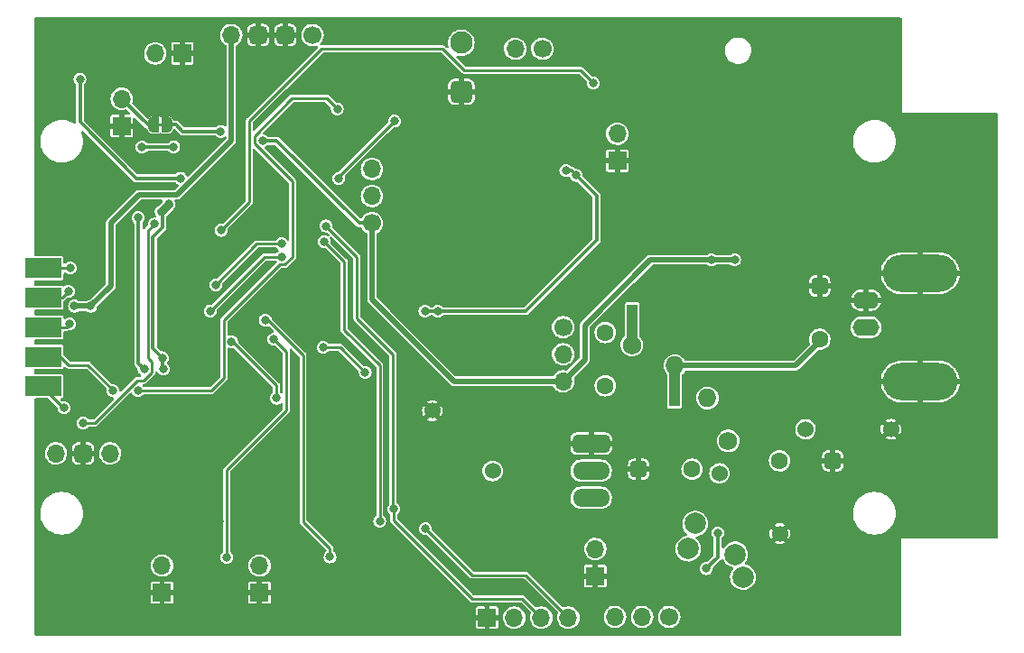
<source format=gbr>
%TF.GenerationSoftware,KiCad,Pcbnew,(6.0.4-0)*%
%TF.CreationDate,2023-07-13T17:49:54-04:00*%
%TF.ProjectId,SignalSlinger,5369676e-616c-4536-9c69-6e6765722e6b,rev?*%
%TF.SameCoordinates,Original*%
%TF.FileFunction,Copper,L2,Bot*%
%TF.FilePolarity,Positive*%
%FSLAX46Y46*%
G04 Gerber Fmt 4.6, Leading zero omitted, Abs format (unit mm)*
G04 Created by KiCad (PCBNEW (6.0.4-0)) date 2023-07-13 17:49:54*
%MOMM*%
%LPD*%
G01*
G04 APERTURE LIST*
G04 Aperture macros list*
%AMRoundRect*
0 Rectangle with rounded corners*
0 $1 Rounding radius*
0 $2 $3 $4 $5 $6 $7 $8 $9 X,Y pos of 4 corners*
0 Add a 4 corners polygon primitive as box body*
4,1,4,$2,$3,$4,$5,$6,$7,$8,$9,$2,$3,0*
0 Add four circle primitives for the rounded corners*
1,1,$1+$1,$2,$3*
1,1,$1+$1,$4,$5*
1,1,$1+$1,$6,$7*
1,1,$1+$1,$8,$9*
0 Add four rect primitives between the rounded corners*
20,1,$1+$1,$2,$3,$4,$5,0*
20,1,$1+$1,$4,$5,$6,$7,0*
20,1,$1+$1,$6,$7,$8,$9,0*
20,1,$1+$1,$8,$9,$2,$3,0*%
%AMFreePoly0*
4,1,22,0.500000,-0.750000,0.000000,-0.750000,0.000000,-0.745033,-0.079941,-0.743568,-0.215256,-0.701293,-0.333266,-0.622738,-0.424486,-0.514219,-0.481581,-0.384460,-0.499164,-0.250000,-0.500000,-0.250000,-0.500000,0.250000,-0.499164,0.250000,-0.499963,0.256109,-0.478152,0.396186,-0.417904,0.524511,-0.324060,0.630769,-0.204165,0.706417,-0.067858,0.745374,0.000000,0.744959,0.000000,0.750000,
0.500000,0.750000,0.500000,-0.750000,0.500000,-0.750000,$1*%
%AMFreePoly1*
4,1,20,0.000000,0.744959,0.073905,0.744508,0.209726,0.703889,0.328688,0.626782,0.421226,0.519385,0.479903,0.390333,0.500000,0.250000,0.500000,-0.250000,0.499851,-0.262216,0.476331,-0.402017,0.414519,-0.529596,0.319384,-0.634700,0.198574,-0.708877,0.061801,-0.746166,0.000000,-0.745033,0.000000,-0.750000,-0.500000,-0.750000,-0.500000,0.750000,0.000000,0.750000,0.000000,0.744959,
0.000000,0.744959,$1*%
G04 Aperture macros list end*
%TA.AperFunction,ComponentPad*%
%ADD10R,1.700000X1.700000*%
%TD*%
%TA.AperFunction,ComponentPad*%
%ADD11O,1.700000X1.700000*%
%TD*%
%TA.AperFunction,ComponentPad*%
%ADD12C,0.600000*%
%TD*%
%TA.AperFunction,SMDPad,CuDef*%
%ADD13R,2.300000X2.300000*%
%TD*%
%TA.AperFunction,ComponentPad*%
%ADD14C,1.700000*%
%TD*%
%TA.AperFunction,SMDPad,CuDef*%
%ADD15C,1.524000*%
%TD*%
%TA.AperFunction,ComponentPad*%
%ADD16O,3.500120X1.699260*%
%TD*%
%TA.AperFunction,ComponentPad*%
%ADD17RoundRect,0.424815X1.325245X0.424815X-1.325245X0.424815X-1.325245X-0.424815X1.325245X-0.424815X0*%
%TD*%
%TA.AperFunction,ComponentPad*%
%ADD18O,2.500000X1.600000*%
%TD*%
%TA.AperFunction,ComponentPad*%
%ADD19O,7.000000X3.500000*%
%TD*%
%TA.AperFunction,ComponentPad*%
%ADD20C,1.727200*%
%TD*%
%TA.AperFunction,SMDPad,CuDef*%
%ADD21R,1.000000X4.000000*%
%TD*%
%TA.AperFunction,ComponentPad*%
%ADD22O,1.727200X1.727200*%
%TD*%
%TA.AperFunction,ComponentPad*%
%ADD23RoundRect,0.425000X-0.425000X0.425000X-0.425000X-0.425000X0.425000X-0.425000X0.425000X0.425000X0*%
%TD*%
%TA.AperFunction,SMDPad,CuDef*%
%ADD24FreePoly0,180.000000*%
%TD*%
%TA.AperFunction,SMDPad,CuDef*%
%ADD25FreePoly1,180.000000*%
%TD*%
%TA.AperFunction,ComponentPad*%
%ADD26C,1.600000*%
%TD*%
%TA.AperFunction,ComponentPad*%
%ADD27RoundRect,0.400000X0.400000X-0.400000X0.400000X0.400000X-0.400000X0.400000X-0.400000X-0.400000X0*%
%TD*%
%TA.AperFunction,ComponentPad*%
%ADD28RoundRect,0.400000X-0.400000X-0.400000X0.400000X-0.400000X0.400000X0.400000X-0.400000X0.400000X0*%
%TD*%
%TA.AperFunction,ComponentPad*%
%ADD29C,2.100000*%
%TD*%
%TA.AperFunction,ComponentPad*%
%ADD30RoundRect,0.525000X-0.525000X0.525000X-0.525000X-0.525000X0.525000X-0.525000X0.525000X0.525000X0*%
%TD*%
%TA.AperFunction,ComponentPad*%
%ADD31C,2.000000*%
%TD*%
%TA.AperFunction,ComponentPad*%
%ADD32RoundRect,0.425000X0.425000X-0.425000X0.425000X0.425000X-0.425000X0.425000X-0.425000X-0.425000X0*%
%TD*%
%TA.AperFunction,SMDPad,CuDef*%
%ADD33R,3.480000X1.846667*%
%TD*%
%TA.AperFunction,ViaPad*%
%ADD34C,0.800000*%
%TD*%
%TA.AperFunction,Conductor*%
%ADD35C,0.350000*%
%TD*%
%TA.AperFunction,Conductor*%
%ADD36C,0.250000*%
%TD*%
%TA.AperFunction,Conductor*%
%ADD37C,0.500000*%
%TD*%
G04 APERTURE END LIST*
%TO.C,JP201*%
G36*
X61370000Y-70540000D02*
G01*
X60870000Y-70540000D01*
X60870000Y-70290000D01*
X61370000Y-70290000D01*
X61370000Y-70540000D01*
G37*
%TD*%
D10*
%TO.P,J104,1,Pin_1*%
%TO.N,GND*%
X61270000Y-114320000D03*
D11*
%TO.P,J104,2,Pin_2*%
%TO.N,Net-(D103-Pad2)*%
X61270000Y-111780000D03*
%TD*%
D12*
%TO.P,U203,11,PGND*%
%TO.N,GND*%
X88891000Y-77050000D03*
D13*
X89390000Y-77550000D03*
D12*
X88891000Y-78050000D03*
X89391000Y-77550000D03*
X89891000Y-78050000D03*
X89891000Y-77050000D03*
%TD*%
D14*
%TO.P,J302,1,Pin_1*%
%TO.N,RF_Raw*%
X108820000Y-116600000D03*
D11*
%TO.P,J302,2,Pin_2*%
%TO.N,Net-(C301-Pad1)*%
X106280000Y-116600000D03*
%TO.P,J302,3,Pin_3*%
%TO.N,unconnected-(J302-Pad3)*%
X103740000Y-116600000D03*
%TD*%
D10*
%TO.P,J203,1,Pin_1*%
%TO.N,GND*%
X57490000Y-70525000D03*
D11*
%TO.P,J203,2,Pin_2*%
%TO.N,Net-(C216-Pad1)*%
X57490000Y-67985000D03*
%TD*%
D14*
%TO.P,J202,1,Pin_1*%
%TO.N,V_ext*%
X80950000Y-79635000D03*
D11*
%TO.P,J202,2,Pin_2*%
%TO.N,Net-(C205-Pad2)*%
X80950000Y-77095000D03*
%TO.P,J202,3,Pin_3*%
%TO.N,+BATT*%
X80950000Y-74555000D03*
%TD*%
D14*
%TO.P,J101,1,Pin_1*%
%TO.N,Net-(J101-Pad1)*%
X96930000Y-63270000D03*
D11*
%TO.P,J101,2,Pin_2*%
%TO.N,+BATT*%
X94390000Y-63270000D03*
%TD*%
D12*
%TO.P,W101,1,1*%
%TO.N,CLK1*%
X92270000Y-102910000D03*
D15*
X92270000Y-102910000D03*
%TO.P,W101,2,GND*%
%TO.N,GND*%
X86613146Y-97253146D03*
D12*
X86613146Y-97253146D03*
%TD*%
D10*
%TO.P,J103,1,Pin_1*%
%TO.N,GND*%
X103955000Y-73790000D03*
D11*
%TO.P,J103,2,Pin_2*%
%TO.N,Net-(C104-Pad1)*%
X103955000Y-71250000D03*
%TD*%
D15*
%TO.P,W302,1,1*%
%TO.N,Net-(C303-Pad2)*%
X113540000Y-103130000D03*
D12*
X113540000Y-103130000D03*
%TO.P,W302,2,GND*%
%TO.N,GND*%
X119196854Y-108786854D03*
D15*
X119196854Y-108786854D03*
%TD*%
D12*
%TO.P,W301,1,1*%
%TO.N,Net-(C301-Pad2)*%
X121600000Y-98990000D03*
D15*
X121600000Y-98990000D03*
%TO.P,W301,2,GND*%
%TO.N,GND*%
X129600000Y-98990000D03*
D12*
X129600000Y-98990000D03*
%TD*%
D10*
%TO.P,J108,1,Pin_1*%
%TO.N,GND*%
X101890000Y-112775000D03*
D11*
%TO.P,J108,2,Pin_2*%
%TO.N,Net-(J108-Pad2)*%
X101890000Y-110235000D03*
%TD*%
D10*
%TO.P,J106,1,Pin_1*%
%TO.N,GND*%
X70410000Y-114320000D03*
D11*
%TO.P,J106,2,Pin_2*%
%TO.N,Net-(D104-Pad2)*%
X70410000Y-111780000D03*
%TD*%
D16*
%TO.P,Q103,1,G*%
%TO.N,Net-(Q103-Pad1)*%
X101500000Y-105420000D03*
%TO.P,Q103,2,D*%
%TO.N,Net-(L101-Pad2)*%
X101500000Y-102880000D03*
D17*
%TO.P,Q103,3,S*%
%TO.N,GND*%
X101500000Y-100340000D03*
%TD*%
D18*
%TO.P,J301,1,In*%
%TO.N,Net-(C304-Pad1)*%
X127275000Y-89412500D03*
D19*
%TO.P,J301,2,Ext*%
%TO.N,GND*%
X132355000Y-84332500D03*
D18*
X127275000Y-86872500D03*
D19*
X132355000Y-94492500D03*
%TD*%
D10*
%TO.P,J204,1,Pin_1*%
%TO.N,GND*%
X63175000Y-63710000D03*
D11*
%TO.P,J204,2,Pin_2*%
%TO.N,Net-(J204-Pad2)*%
X60635000Y-63710000D03*
%TD*%
D14*
%TO.P,J109,1,Pin_1*%
%TO.N,+5V*%
X98870000Y-89415000D03*
D11*
%TO.P,J109,2,Pin_2*%
%TO.N,Net-(C111-Pad1)*%
X98870000Y-91955000D03*
%TO.P,J109,3,Pin_3*%
%TO.N,V_ext*%
X98870000Y-94495000D03*
%TD*%
D10*
%TO.P,TP101,1,Pin_1*%
%TO.N,GND*%
X91750000Y-116680000D03*
D11*
%TO.P,TP101,2,Pin_2*%
%TO.N,VDD*%
X94290000Y-116680000D03*
%TO.P,TP101,3,Pin_3*%
%TO.N,Net-(R107-Pad1)*%
X96830000Y-116680000D03*
%TO.P,TP101,4,Pin_4*%
%TO.N,Net-(R108-Pad1)*%
X99370000Y-116680000D03*
%TD*%
D20*
%TO.P,L302,1,1*%
%TO.N,Net-(C303-Pad2)*%
X105327900Y-91085100D03*
D21*
X105360000Y-89270000D03*
D22*
%TO.P,L302,2,2*%
%TO.N,Net-(C304-Pad1)*%
X109353800Y-93028200D03*
D21*
X109310000Y-94820000D03*
%TD*%
D11*
%TO.P,J102,1,Pin_1*%
%TO.N,Frequency Down*%
X51325000Y-101260000D03*
D23*
%TO.P,J102,2,Pin_2*%
%TO.N,GND*%
X53865000Y-101260000D03*
D11*
%TO.P,J102,3,Pin_3*%
%TO.N,Frequency Up*%
X56405000Y-101260000D03*
%TD*%
D24*
%TO.P,JP201,1,A*%
%TO.N,V_ext*%
X61760000Y-70420000D03*
D25*
%TO.P,JP201,2,B*%
%TO.N,Net-(C216-Pad1)*%
X60460000Y-70420000D03*
%TD*%
D26*
%TO.P,C305,1*%
%TO.N,Net-(C304-Pad1)*%
X122940000Y-90540000D03*
D27*
%TO.P,C305,2*%
%TO.N,GND*%
X122940000Y-85540000D03*
%TD*%
D28*
%TO.P,C303,1*%
%TO.N,GND*%
X105960000Y-102740000D03*
D26*
%TO.P,C303,2*%
%TO.N,Net-(C303-Pad2)*%
X110960000Y-102740000D03*
%TD*%
%TO.P,C304,1*%
%TO.N,Net-(C304-Pad1)*%
X102820000Y-94910000D03*
%TO.P,C304,2*%
%TO.N,Net-(C303-Pad2)*%
X102820000Y-89910000D03*
%TD*%
D29*
%TO.P,BT201,1,+*%
%TO.N,+BATT*%
X89330000Y-62710000D03*
D30*
%TO.P,BT201,2,-*%
%TO.N,GND*%
X89330000Y-67310000D03*
%TD*%
D26*
%TO.P,C302,1*%
%TO.N,Net-(C301-Pad2)*%
X119160000Y-101950000D03*
D28*
%TO.P,C302,2*%
%TO.N,GND*%
X124160000Y-101950000D03*
%TD*%
D20*
%TO.P,L301,1,1*%
%TO.N,Net-(C301-Pad2)*%
X114344900Y-100086750D03*
D22*
%TO.P,L301,2,2*%
%TO.N,Net-(C303-Pad2)*%
X112401800Y-96060850D03*
%TD*%
D31*
%TO.P,L101,1,1*%
%TO.N,Net-(C111-Pad1)*%
X111250000Y-107840000D03*
%TO.P,L101,2,TAP*%
%TO.N,Net-(L101-Pad2)*%
X114990000Y-110730000D03*
X110590000Y-110200000D03*
%TO.P,L101,3,3*%
%TO.N,RF_Raw*%
X115730000Y-112860000D03*
%TD*%
D14*
%TO.P,MOD201,1,Pin_1*%
%TO.N,+BATT*%
X75377500Y-61990000D03*
D32*
%TO.P,MOD201,2,Pin_2*%
%TO.N,GND*%
X72837500Y-61990000D03*
%TO.P,MOD201,3,Pin_3*%
X70297500Y-61990000D03*
D11*
%TO.P,MOD201,4,Pin_4*%
%TO.N,V+_Charging*%
X67757500Y-61990000D03*
%TD*%
D33*
%TO.P,J107,1,1*%
%TO.N,Paddle_Dit*%
X50102500Y-83872500D03*
%TO.P,J107,2,2*%
%TO.N,Paddle Dah*%
X50102500Y-86642500D03*
%TO.P,J107,3,3*%
%TO.N,Straightkey*%
X50102500Y-89412500D03*
%TO.P,J107,4,4*%
%TO.N,Frequency Up*%
X50102500Y-92182500D03*
%TO.P,J107,5,5*%
%TO.N,Frequency Down*%
X50102500Y-94952500D03*
%TD*%
D34*
%TO.N,GND*%
X50010000Y-110590000D03*
X104209500Y-84470000D03*
X106582655Y-79207345D03*
X89840498Y-70370000D03*
X50040000Y-81420000D03*
X104860000Y-68000000D03*
X97090000Y-75170000D03*
X116270000Y-117770000D03*
X93380000Y-104470000D03*
X82220000Y-82780000D03*
X98997892Y-79612808D03*
X71550000Y-117570000D03*
X132610000Y-69790000D03*
X52770000Y-92210000D03*
X88380000Y-79980000D03*
X77300000Y-92460000D03*
X83070000Y-79520000D03*
X93420000Y-97850000D03*
X84360000Y-65630000D03*
X58295500Y-88970000D03*
X107150000Y-117890000D03*
X61960000Y-98640000D03*
X88360000Y-87135500D03*
X70670000Y-67610000D03*
X99060000Y-102630000D03*
X106750000Y-108110000D03*
X56680000Y-93240000D03*
X98662345Y-83522345D03*
X86270000Y-101360000D03*
X77370000Y-61140500D03*
X52250000Y-117630000D03*
X104550000Y-76990000D03*
X49980000Y-115170000D03*
X55890000Y-91810000D03*
X105370000Y-86350000D03*
X101411812Y-85671812D03*
X139000000Y-81200000D03*
X54760000Y-117600000D03*
X93160000Y-72930000D03*
X106267345Y-81082655D03*
X50150000Y-61200000D03*
X95270000Y-61040000D03*
X66510000Y-66770000D03*
X123580000Y-117770000D03*
X89040000Y-73230000D03*
X72890000Y-85420000D03*
X106880000Y-99230000D03*
X139020000Y-94640000D03*
X97980000Y-61110000D03*
X138940000Y-69970000D03*
X64450000Y-61170000D03*
X79440000Y-94470000D03*
X93200000Y-71090000D03*
X50150000Y-64370000D03*
X112680000Y-105700000D03*
X76910000Y-98600000D03*
X62000000Y-84650000D03*
X75490000Y-87530000D03*
X88380000Y-82100000D03*
X89539787Y-61024808D03*
X123640000Y-80940000D03*
X70690000Y-92040000D03*
X98730000Y-85800000D03*
X61590000Y-61170000D03*
X127500000Y-61020000D03*
X102482655Y-81892655D03*
X55780000Y-61200000D03*
X52880000Y-61200000D03*
X76040000Y-84870000D03*
X136000000Y-108400000D03*
X104209500Y-81050000D03*
X76880000Y-100230000D03*
X77530000Y-87500000D03*
X95840000Y-79340500D03*
X90850000Y-69200000D03*
X68607000Y-65610000D03*
X104332345Y-79147655D03*
X104770000Y-117890000D03*
X58690000Y-61200000D03*
X94830000Y-103000000D03*
X117720000Y-110180000D03*
X88810000Y-117350000D03*
X84090000Y-117540000D03*
X85120000Y-89400000D03*
X84880000Y-68240000D03*
X67770000Y-73330000D03*
X73760000Y-89540000D03*
X84070000Y-101270000D03*
X86440000Y-82730000D03*
X73765500Y-96360000D03*
X68050000Y-100630000D03*
X62580000Y-105170000D03*
X87160000Y-86400000D03*
X85220000Y-70330000D03*
X109420000Y-109030000D03*
X90402077Y-79969170D03*
X139000000Y-105160000D03*
X83840000Y-98860000D03*
X89840498Y-74080000D03*
X101000000Y-61030980D03*
X52630000Y-95200000D03*
X110070498Y-104650000D03*
X94784117Y-79568187D03*
X89430000Y-82520000D03*
X55180000Y-79220000D03*
X73390000Y-86850000D03*
X129960000Y-112050000D03*
X101440000Y-98430000D03*
X77630000Y-117530000D03*
X69090000Y-99550000D03*
X97452655Y-86922655D03*
X105160000Y-96130000D03*
X69564500Y-88790000D03*
X49980000Y-112980000D03*
X89420000Y-80000000D03*
X69300000Y-68380000D03*
X71740000Y-97110000D03*
X66220000Y-94020000D03*
X55450000Y-82660000D03*
X139000000Y-87630000D03*
X65610000Y-117570000D03*
X82220000Y-85430000D03*
X58157701Y-92717701D03*
X104209500Y-82760000D03*
X86320000Y-61130000D03*
X60000000Y-117580000D03*
X104530000Y-112400000D03*
X67000000Y-76650000D03*
X65040000Y-106400000D03*
X88410000Y-106970000D03*
X83100000Y-67030000D03*
X99980000Y-84600000D03*
X76680000Y-103220000D03*
X74850000Y-90575500D03*
X95070000Y-75020000D03*
X69330000Y-87570000D03*
X73765500Y-94850000D03*
X58230000Y-85390000D03*
X88450000Y-103770000D03*
X60160000Y-98110000D03*
X93180000Y-74880000D03*
X70450000Y-101090000D03*
X139020000Y-84860000D03*
X109010000Y-112380000D03*
X88950000Y-71430000D03*
X88960000Y-75140000D03*
X90380000Y-82100000D03*
X89840498Y-72290000D03*
X105570000Y-78050000D03*
X68607000Y-71030000D03*
X124540000Y-61080000D03*
X94780000Y-85180000D03*
X80360000Y-87640000D03*
X50060000Y-99660000D03*
X102150000Y-117890000D03*
X82250000Y-81020000D03*
X107212345Y-82027655D03*
X121640000Y-61080000D03*
X70350000Y-90110000D03*
X84390000Y-78680000D03*
X64790000Y-66670000D03*
X54590000Y-97470000D03*
X68610000Y-75200000D03*
X65020000Y-103860000D03*
X77320000Y-83940000D03*
X126830000Y-117720000D03*
X63450000Y-98400000D03*
X92510000Y-61060000D03*
X70630000Y-98400000D03*
X139030000Y-78700000D03*
X129910000Y-115240000D03*
X88910000Y-85350000D03*
X112800000Y-117830000D03*
X103780000Y-61040000D03*
X50110000Y-68110000D03*
X50010000Y-103130000D03*
X57290000Y-86460000D03*
X138850000Y-101580000D03*
X135320000Y-69820000D03*
X77490000Y-85350000D03*
X56275641Y-89084613D03*
X66590000Y-74560000D03*
X68607000Y-67480000D03*
X109420000Y-61010000D03*
X105340000Y-97990000D03*
X83230000Y-87450000D03*
X101230000Y-80170000D03*
X90550000Y-85590000D03*
X108690000Y-99660000D03*
X80990000Y-117510000D03*
X100421812Y-86661812D03*
X74620000Y-117530000D03*
X115300000Y-61080000D03*
X133010000Y-108350000D03*
X57500000Y-80180000D03*
X63100000Y-83750000D03*
X86530000Y-104270000D03*
X90910000Y-98575500D03*
X68580000Y-77110000D03*
X67750000Y-97090000D03*
X62530000Y-92650000D03*
X122020000Y-78350000D03*
X81730000Y-89270000D03*
X63760000Y-93520000D03*
X86120000Y-67060000D03*
X54910000Y-99420000D03*
X129930000Y-63420000D03*
X92790000Y-69220000D03*
X101180000Y-83360000D03*
X58050000Y-83810000D03*
X66570000Y-68320000D03*
X109340000Y-107380000D03*
X138970000Y-75870000D03*
X103760000Y-87910000D03*
X56190000Y-87400000D03*
X118550000Y-61080000D03*
X90140000Y-75190000D03*
X100154873Y-117898619D03*
X79410000Y-98960000D03*
X138950000Y-98040000D03*
X80040000Y-61140500D03*
X85000000Y-85730000D03*
X83950000Y-69500000D03*
X88420000Y-105500000D03*
X108100000Y-79380000D03*
X83170000Y-61130000D03*
X88570000Y-69170000D03*
X94860000Y-104600000D03*
X107640000Y-84140000D03*
X117200000Y-113820000D03*
X138970000Y-72980000D03*
X105450000Y-66790000D03*
X75650000Y-89540000D03*
X93410000Y-100210000D03*
X109600000Y-117860000D03*
X99090000Y-98430000D03*
X105322345Y-80137655D03*
X96891410Y-79563000D03*
X123710000Y-79180000D03*
X61560000Y-86140000D03*
X57830000Y-82450000D03*
X106480000Y-85190000D03*
X75380000Y-92540000D03*
X50090000Y-75770000D03*
X72080000Y-101150000D03*
X75380000Y-104150000D03*
X95380000Y-117880000D03*
X61800000Y-91290000D03*
X62700000Y-117560000D03*
X103540000Y-75930000D03*
X49960000Y-97740000D03*
X97960000Y-79335500D03*
X117760000Y-111940000D03*
X66615500Y-107650000D03*
X84340000Y-82780000D03*
X90180000Y-81000000D03*
X66600000Y-69900000D03*
X119730000Y-117720000D03*
X87890000Y-84300000D03*
X82090000Y-92180000D03*
X100250000Y-79170000D03*
X110990000Y-111900000D03*
X87300000Y-64020000D03*
X112500000Y-61050000D03*
X100670000Y-81510000D03*
X129900000Y-67980000D03*
X86480000Y-69150000D03*
X108162655Y-80787345D03*
X58210000Y-98190000D03*
X83300000Y-90900000D03*
X96070000Y-83920000D03*
X99060000Y-100730000D03*
X56630000Y-98220000D03*
X129870000Y-65770000D03*
X129910000Y-117770000D03*
X106660000Y-61040000D03*
X129900000Y-61050000D03*
X57260000Y-117580000D03*
X50070000Y-79140000D03*
X58210000Y-87460000D03*
X80200000Y-96760000D03*
X85600000Y-64560000D03*
X84600000Y-92670000D03*
X86440000Y-117540000D03*
X104490000Y-114030000D03*
X68490000Y-117570000D03*
X80955500Y-98960000D03*
X85940000Y-71700000D03*
X86400000Y-99700000D03*
X97780000Y-117880000D03*
X87320000Y-66094500D03*
X99632345Y-82552345D03*
X90000000Y-102720000D03*
X88680000Y-80990000D03*
X50000000Y-117630000D03*
X77490000Y-89560000D03*
X104070000Y-65670000D03*
X138950000Y-91120000D03*
X71970000Y-93420000D03*
X102510500Y-84510000D03*
X139050000Y-108450000D03*
X79380000Y-89540000D03*
X86550000Y-106710000D03*
%TO.N,+3V3*%
X61900000Y-77860000D03*
X61190000Y-78570000D03*
X61290000Y-92280000D03*
X61390000Y-93350000D03*
%TO.N,Net-(C203-Pad2)*%
X100110000Y-75160000D03*
X87130000Y-87910000D03*
X99130000Y-74710000D03*
X85920000Y-87910000D03*
%TO.N,Net-(D105-Pad2)*%
X66310000Y-85440000D03*
X72474500Y-81590000D03*
%TO.N,V_ext*%
X114955000Y-83095000D03*
X112785000Y-83095000D03*
X66770000Y-71030000D03*
X70700000Y-71910000D03*
%TO.N,V+_Charging*%
X54580000Y-87440000D03*
X53060000Y-87430000D03*
%TO.N,Net-(P101-Pad1)*%
X59020000Y-79130000D03*
X59582299Y-93342299D03*
X59390000Y-72500000D03*
X62360000Y-72470000D03*
%TO.N,Power_enable*%
X101700000Y-66500000D03*
X66790000Y-80320000D03*
%TO.N,Vbat*%
X83060000Y-70070000D03*
X77820000Y-75450000D03*
%TO.N,Net-(R104-Pad2)*%
X67340000Y-111000000D03*
X71750000Y-90530000D03*
%TO.N,Net-(C301-Pad1)*%
X112300000Y-112070000D03*
X113360000Y-108710000D03*
%TO.N,Net-(R107-Pad1)*%
X76630000Y-79910000D03*
X83010000Y-106470000D03*
%TO.N,Paddle_Dit*%
X52660000Y-83860000D03*
%TO.N,FET_DRIVER_ENABLE*%
X76370000Y-91300000D03*
X80320000Y-93660000D03*
%TO.N,V3V3_PWR_ENABLE*%
X67780000Y-90760000D03*
X72010000Y-96070000D03*
%TO.N,Net-(R105-Pad2)*%
X77020000Y-110970000D03*
X70940000Y-88740000D03*
%TO.N,Net-(R108-Pad1)*%
X81680000Y-107610000D03*
X76470000Y-81380000D03*
X85960000Y-108320000D03*
%TO.N,Straightkey*%
X52620000Y-89110000D03*
%TO.N,Frequency Up*%
X77700000Y-68910000D03*
X59020000Y-95380000D03*
X56650000Y-95374500D03*
%TO.N,Frequency Down*%
X60530000Y-79730000D03*
X52060000Y-96980000D03*
X53870000Y-98390000D03*
%TO.N,Paddle Dah*%
X52490000Y-86040000D03*
%TO.N,Net-(D106-Pad1)*%
X65790000Y-87880000D03*
X72474500Y-82810000D03*
%TO.N,Fan_Contr*%
X63014312Y-75434312D03*
X53570000Y-66110000D03*
%TD*%
D35*
%TO.N,GND*%
X58050000Y-85210000D02*
X58230000Y-85390000D01*
X112800000Y-117830000D02*
X109630000Y-117830000D01*
X107150000Y-117890000D02*
X104770000Y-117890000D01*
D36*
X139020000Y-87610000D02*
X139000000Y-87630000D01*
X69564500Y-87804500D02*
X69564500Y-88790000D01*
D35*
X88620000Y-117540000D02*
X88810000Y-117350000D01*
X115270000Y-61050000D02*
X115300000Y-61080000D01*
X103760000Y-87620978D02*
X103760000Y-87910000D01*
X77370000Y-61140500D02*
X80040000Y-61140500D01*
X95270000Y-61040000D02*
X97910000Y-61040000D01*
X76910000Y-100200000D02*
X76880000Y-100230000D01*
D36*
X98997892Y-79612808D02*
X99807192Y-79612808D01*
X70690000Y-92040000D02*
X70690000Y-92140000D01*
D35*
X107310000Y-99660000D02*
X106880000Y-99230000D01*
X139000000Y-87630000D02*
X139000000Y-91070000D01*
D37*
X93200000Y-71090000D02*
X93200000Y-72890000D01*
D35*
X55890000Y-91810000D02*
X53170000Y-91810000D01*
X139000000Y-108400000D02*
X139050000Y-108450000D01*
D36*
X88950000Y-103770000D02*
X90000000Y-102720000D01*
D35*
X90090000Y-75140000D02*
X90140000Y-75190000D01*
X122880000Y-78350000D02*
X123710000Y-79180000D01*
X106267345Y-81082655D02*
X105322345Y-80137655D01*
X86440000Y-117540000D02*
X86630000Y-117350000D01*
X50070000Y-75790000D02*
X50070000Y-79140000D01*
X90402077Y-79969170D02*
X90402077Y-80777923D01*
X107640000Y-84140000D02*
X107530000Y-84140000D01*
X89840498Y-74080000D02*
X89840498Y-74030498D01*
X57830000Y-80510000D02*
X57830000Y-82450000D01*
X77530000Y-89520000D02*
X77490000Y-89560000D01*
D36*
X139020000Y-84860000D02*
X139020000Y-87610000D01*
X88680000Y-81800000D02*
X88680000Y-80990000D01*
D35*
X66590000Y-74560000D02*
X67000000Y-74970000D01*
X61560000Y-85090000D02*
X61560000Y-86140000D01*
X49980000Y-112980000D02*
X49980000Y-115170000D01*
X94860000Y-104600000D02*
X93510000Y-104600000D01*
D37*
X83230000Y-87450000D02*
X83230000Y-87510000D01*
D35*
X104860000Y-68000000D02*
X104860000Y-69860000D01*
D37*
X101440000Y-98430000D02*
X99090000Y-98430000D01*
D36*
X96891410Y-79563000D02*
X97732500Y-79563000D01*
X88380000Y-82100000D02*
X88680000Y-81800000D01*
D37*
X88550000Y-69150000D02*
X88570000Y-69170000D01*
D36*
X60080000Y-98190000D02*
X60160000Y-98110000D01*
D37*
X85940000Y-71050000D02*
X85220000Y-70330000D01*
D36*
X88910000Y-85350000D02*
X90310000Y-85350000D01*
X70690000Y-92140000D02*
X71970000Y-93420000D01*
D35*
X74850000Y-90575500D02*
X75380000Y-91105500D01*
X89810000Y-72290000D02*
X88950000Y-71430000D01*
D36*
X88420000Y-105500000D02*
X88420000Y-106960000D01*
D35*
X103955000Y-73790000D02*
X103955000Y-75515000D01*
X139000000Y-105160000D02*
X139000000Y-108400000D01*
X65020000Y-103860000D02*
X65020000Y-104900000D01*
X88960000Y-75140000D02*
X90090000Y-75140000D01*
X50000000Y-117630000D02*
X52250000Y-117630000D01*
X110070498Y-106649502D02*
X109340000Y-107380000D01*
X129870000Y-67950000D02*
X129900000Y-67980000D01*
D36*
X94780000Y-85180000D02*
X94810000Y-85180000D01*
D35*
X62530000Y-92650000D02*
X62530000Y-92020000D01*
D36*
X65040000Y-106400000D02*
X63810000Y-106400000D01*
D37*
X85940000Y-71700000D02*
X85940000Y-71050000D01*
D35*
X94830000Y-103000000D02*
X94830000Y-101630000D01*
X109010000Y-112380000D02*
X110510000Y-112380000D01*
X103770980Y-61030980D02*
X103780000Y-61040000D01*
X88810000Y-117350000D02*
X89480000Y-116680000D01*
D37*
X79380000Y-89540000D02*
X79450000Y-89540000D01*
D35*
X108162655Y-80787345D02*
X108162655Y-81077345D01*
D36*
X68610000Y-74170000D02*
X67770000Y-73330000D01*
D35*
X76910000Y-98600000D02*
X76910000Y-100200000D01*
X104209500Y-82760000D02*
X104209500Y-82811000D01*
X116320000Y-117720000D02*
X116270000Y-117770000D01*
X126830000Y-117720000D02*
X123630000Y-117720000D01*
X55450000Y-79490000D02*
X55450000Y-82660000D01*
D36*
X69330000Y-87570000D02*
X69564500Y-87804500D01*
D35*
X67750000Y-97090000D02*
X68050000Y-97390000D01*
X119730000Y-117720000D02*
X116320000Y-117720000D01*
X62530000Y-92020000D02*
X61800000Y-91290000D01*
X72080000Y-101150000D02*
X70510000Y-101150000D01*
D36*
X54910000Y-99420000D02*
X55430000Y-99420000D01*
D35*
X89539787Y-61024808D02*
X92474808Y-61024808D01*
X77430000Y-92460000D02*
X79440000Y-94470000D01*
X97452655Y-86922655D02*
X97607345Y-86922655D01*
X106755310Y-79380000D02*
X108100000Y-79380000D01*
X101000000Y-61030980D02*
X103770980Y-61030980D01*
X50150000Y-61200000D02*
X52880000Y-61200000D01*
D36*
X58210000Y-98190000D02*
X60080000Y-98190000D01*
X99807192Y-79612808D02*
X100250000Y-79170000D01*
D35*
X104209500Y-82760000D02*
X104209500Y-84470000D01*
X138970000Y-72980000D02*
X138970000Y-75870000D01*
D37*
X81730000Y-89270000D02*
X81730000Y-89010000D01*
D36*
X87760000Y-105500000D02*
X86530000Y-104270000D01*
D37*
X84880000Y-66150000D02*
X84360000Y-65630000D01*
X82250000Y-81020000D02*
X82250000Y-82750000D01*
D36*
X110070498Y-104650000D02*
X111120498Y-105700000D01*
D35*
X122020000Y-78350000D02*
X122880000Y-78350000D01*
X86440000Y-117540000D02*
X88620000Y-117540000D01*
X77300000Y-92460000D02*
X77430000Y-92460000D01*
X55780000Y-61200000D02*
X58690000Y-61200000D01*
X106660000Y-61040000D02*
X109390000Y-61040000D01*
X104550000Y-77030000D02*
X105570000Y-78050000D01*
D37*
X93180000Y-74880000D02*
X94930000Y-74880000D01*
D35*
X90402077Y-80777923D02*
X90180000Y-81000000D01*
X105030978Y-86350000D02*
X103760000Y-87620978D01*
X58050000Y-83810000D02*
X58050000Y-85210000D01*
D37*
X83910000Y-78680000D02*
X83070000Y-79520000D01*
D35*
X129900000Y-61050000D02*
X129900000Y-63390000D01*
X66570000Y-68320000D02*
X66570000Y-69870000D01*
X104550000Y-76990000D02*
X104550000Y-77030000D01*
X104209500Y-82811000D02*
X102510500Y-84510000D01*
X105340000Y-96310000D02*
X105160000Y-96130000D01*
D36*
X87624500Y-86400000D02*
X88360000Y-87135500D01*
D37*
X82220000Y-85430000D02*
X82220000Y-82780000D01*
D35*
X86630000Y-117350000D02*
X88810000Y-117350000D01*
D37*
X84340000Y-82780000D02*
X86390000Y-82780000D01*
D35*
X73765500Y-94850000D02*
X73765500Y-96360000D01*
D37*
X90850000Y-69200000D02*
X92770000Y-69200000D01*
D35*
X64790000Y-66670000D02*
X66410000Y-66670000D01*
X93510000Y-104600000D02*
X93380000Y-104470000D01*
X123630000Y-117720000D02*
X123580000Y-117770000D01*
X60000000Y-117580000D02*
X62680000Y-117580000D01*
X127440000Y-61080000D02*
X127500000Y-61020000D01*
X83170000Y-61130000D02*
X86320000Y-61130000D01*
D36*
X111120498Y-105700000D02*
X112680000Y-105700000D01*
X68610000Y-75200000D02*
X68610000Y-74170000D01*
D35*
X89840498Y-74030498D02*
X89040000Y-73230000D01*
D37*
X82250000Y-82750000D02*
X82220000Y-82780000D01*
D35*
X65610000Y-117570000D02*
X68490000Y-117570000D01*
X99980000Y-84600000D02*
X99980000Y-84560000D01*
X80200000Y-96760000D02*
X80200000Y-98204500D01*
X92474808Y-61024808D02*
X92510000Y-61060000D01*
X56190000Y-87400000D02*
X56350000Y-87400000D01*
D36*
X70690000Y-92040000D02*
X70690000Y-90450000D01*
X61960000Y-98640000D02*
X63210000Y-98640000D01*
D35*
X105340000Y-97990000D02*
X105340000Y-96310000D01*
D37*
X93200000Y-72890000D02*
X93160000Y-72930000D01*
D35*
X139030000Y-78700000D02*
X139030000Y-81170000D01*
X57570000Y-93240000D02*
X58092299Y-92717701D01*
X97755489Y-117904511D02*
X95404511Y-117904511D01*
X90910000Y-98575500D02*
X87745500Y-98575500D01*
D36*
X139020000Y-94640000D02*
X139020000Y-97970000D01*
D35*
X101411812Y-85671812D02*
X100421812Y-86661812D01*
X124540000Y-61080000D02*
X127440000Y-61080000D01*
X86270000Y-99830000D02*
X86400000Y-99700000D01*
X77490000Y-87460000D02*
X77530000Y-87500000D01*
D37*
X92770000Y-69200000D02*
X92790000Y-69220000D01*
D35*
X74580000Y-117570000D02*
X74620000Y-117530000D01*
X80200000Y-98204500D02*
X80955500Y-98960000D01*
X68670000Y-65610000D02*
X68607000Y-65610000D01*
X94830000Y-101630000D02*
X93410000Y-100210000D01*
X69090000Y-99550000D02*
X69480000Y-99550000D01*
X62000000Y-84650000D02*
X61560000Y-85090000D01*
X57500000Y-80180000D02*
X57830000Y-80510000D01*
X67770000Y-73330000D02*
X68607000Y-72493000D01*
X70670000Y-67610000D02*
X68670000Y-65610000D01*
D36*
X87160000Y-86400000D02*
X87624500Y-86400000D01*
D37*
X99060000Y-100730000D02*
X99060000Y-102630000D01*
D35*
X71550000Y-117570000D02*
X74580000Y-117570000D01*
X75650000Y-89540000D02*
X73760000Y-89540000D01*
X138790000Y-69820000D02*
X138940000Y-69970000D01*
X97780000Y-117880000D02*
X97755489Y-117904511D01*
D37*
X81730000Y-89010000D02*
X80360000Y-87640000D01*
D35*
X76390000Y-84870000D02*
X77320000Y-83940000D01*
D37*
X86390000Y-82780000D02*
X86440000Y-82730000D01*
D35*
X93420000Y-100200000D02*
X93410000Y-100210000D01*
X83840000Y-98860000D02*
X83840000Y-101040000D01*
X86270000Y-101360000D02*
X86270000Y-99830000D01*
X56680000Y-93240000D02*
X57570000Y-93240000D01*
X68607000Y-67480000D02*
X68607000Y-67687000D01*
D36*
X94810000Y-85180000D02*
X96070000Y-83920000D01*
D35*
X65020000Y-104900000D02*
X66615500Y-106495500D01*
X106450000Y-73220000D02*
X105880000Y-73790000D01*
X103955000Y-75515000D02*
X103540000Y-75930000D01*
X138950000Y-98040000D02*
X138950000Y-101480000D01*
D37*
X83100000Y-67030000D02*
X83100000Y-68650000D01*
D35*
X56350000Y-87400000D02*
X57290000Y-86460000D01*
X139030000Y-81170000D02*
X139000000Y-81200000D01*
X99632345Y-82552345D02*
X98662345Y-83522345D01*
X64260000Y-94020000D02*
X63760000Y-93520000D01*
X73390000Y-86850000D02*
X74070000Y-87530000D01*
X104330000Y-65670000D02*
X105450000Y-66790000D01*
X106450000Y-71450000D02*
X106450000Y-73220000D01*
X106582655Y-79207345D02*
X106755310Y-79380000D01*
X104332345Y-79147655D02*
X104332345Y-80927155D01*
X75380000Y-91105500D02*
X75380000Y-92540000D01*
X76310000Y-103220000D02*
X75380000Y-104150000D01*
X68610000Y-75200000D02*
X68610000Y-77080000D01*
X129870000Y-65770000D02*
X129870000Y-67950000D01*
D36*
X95612313Y-79568187D02*
X95840000Y-79340500D01*
D35*
X87745500Y-98575500D02*
X87745500Y-98385500D01*
X57240000Y-117600000D02*
X57260000Y-117580000D01*
X66220000Y-94020000D02*
X64260000Y-94020000D01*
X104530000Y-113990000D02*
X104490000Y-114030000D01*
X89840498Y-72290000D02*
X89810000Y-72290000D01*
X105880000Y-73790000D02*
X103955000Y-73790000D01*
X68610000Y-77080000D02*
X68580000Y-77110000D01*
D37*
X86480000Y-69150000D02*
X88550000Y-69150000D01*
D35*
X133060000Y-108400000D02*
X133010000Y-108350000D01*
X76040000Y-84870000D02*
X76390000Y-84870000D01*
D37*
X87320000Y-64040000D02*
X87300000Y-64020000D01*
D35*
X95404511Y-117904511D02*
X95380000Y-117880000D01*
X104530000Y-112400000D02*
X104530000Y-113990000D01*
D37*
X79450000Y-89540000D02*
X82090000Y-92180000D01*
D35*
X77630000Y-117530000D02*
X80970000Y-117530000D01*
X97607345Y-86922655D02*
X98730000Y-85800000D01*
X100163492Y-117890000D02*
X100154873Y-117898619D01*
X68050000Y-97390000D02*
X68050000Y-100630000D01*
D36*
X90310000Y-85350000D02*
X90550000Y-85590000D01*
D35*
X79410000Y-98960000D02*
X80955500Y-98960000D01*
X129900000Y-63390000D02*
X129930000Y-63420000D01*
D36*
X52630000Y-95200000D02*
X54590000Y-97160000D01*
D35*
X58295500Y-88970000D02*
X56390254Y-88970000D01*
X68607000Y-67687000D02*
X69300000Y-68380000D01*
X77530000Y-87500000D02*
X77530000Y-89520000D01*
X50110000Y-68110000D02*
X50110000Y-64410000D01*
X66570000Y-69870000D02*
X66600000Y-69900000D01*
X101230000Y-80950000D02*
X100670000Y-81510000D01*
X58092299Y-92717701D02*
X58157701Y-92717701D01*
X104332345Y-80927155D02*
X104209500Y-81050000D01*
D37*
X87320000Y-66094500D02*
X87320000Y-64040000D01*
D35*
X58230000Y-85390000D02*
X58230000Y-87440000D01*
X69480000Y-99550000D02*
X70630000Y-98400000D01*
D36*
X94784117Y-79568187D02*
X95612313Y-79568187D01*
D35*
X104070000Y-65670000D02*
X104330000Y-65670000D01*
X49500000Y-102620000D02*
X50010000Y-103130000D01*
X93420000Y-97850000D02*
X93420000Y-100200000D01*
X104860000Y-69860000D02*
X106450000Y-71450000D01*
D37*
X83300000Y-90900000D02*
X83300000Y-90840000D01*
D35*
X89840498Y-70370000D02*
X90280000Y-70370000D01*
X129910000Y-115240000D02*
X129910000Y-117770000D01*
D37*
X85600000Y-66540000D02*
X86120000Y-67060000D01*
D35*
X109390000Y-61040000D02*
X109420000Y-61010000D01*
X108162655Y-81077345D02*
X107212345Y-82027655D01*
D36*
X88420000Y-105500000D02*
X87760000Y-105500000D01*
D35*
X55180000Y-79220000D02*
X55450000Y-79490000D01*
D36*
X139020000Y-97970000D02*
X138950000Y-98040000D01*
D35*
X50090000Y-75770000D02*
X50070000Y-75790000D01*
X77490000Y-85350000D02*
X77490000Y-87460000D01*
X74070000Y-87530000D02*
X75490000Y-87530000D01*
X139000000Y-91070000D02*
X138950000Y-91120000D01*
X102150000Y-117890000D02*
X100163492Y-117890000D01*
D36*
X63210000Y-98640000D02*
X63450000Y-98400000D01*
D35*
X67000000Y-74970000D02*
X67000000Y-76650000D01*
X66410000Y-66670000D02*
X66510000Y-66770000D01*
X107530000Y-84140000D02*
X106480000Y-85190000D01*
X89460000Y-79980000D02*
X88380000Y-79980000D01*
X136000000Y-108400000D02*
X133060000Y-108400000D01*
D36*
X97732500Y-79563000D02*
X97960000Y-79335500D01*
D35*
X99980000Y-84560000D02*
X101180000Y-83360000D01*
D36*
X88420000Y-106960000D02*
X88410000Y-106970000D01*
D35*
X84090000Y-117540000D02*
X86440000Y-117540000D01*
X50060000Y-99660000D02*
X49500000Y-100220000D01*
X62680000Y-117580000D02*
X62700000Y-117560000D01*
D37*
X83100000Y-68650000D02*
X83950000Y-69500000D01*
D35*
X66615500Y-106495500D02*
X66615500Y-107650000D01*
X108690000Y-99660000D02*
X107310000Y-99660000D01*
D37*
X83230000Y-87510000D02*
X85120000Y-89400000D01*
D35*
X54760000Y-117600000D02*
X57240000Y-117600000D01*
X83840000Y-101040000D02*
X84070000Y-101270000D01*
X109630000Y-117830000D02*
X109600000Y-117860000D01*
X112500000Y-61050000D02*
X115270000Y-61050000D01*
X58230000Y-87440000D02*
X58210000Y-87460000D01*
X117720000Y-111900000D02*
X117760000Y-111940000D01*
X89420000Y-80000000D02*
X89460000Y-79980000D01*
X68607000Y-72493000D02*
X68607000Y-71030000D01*
X61590000Y-61170000D02*
X64450000Y-61170000D01*
D37*
X94930000Y-74880000D02*
X95070000Y-75020000D01*
D35*
X50110000Y-64410000D02*
X50150000Y-64370000D01*
X109420000Y-109030000D02*
X107670000Y-109030000D01*
D36*
X70690000Y-90450000D02*
X70350000Y-90110000D01*
D35*
X53170000Y-91810000D02*
X52770000Y-92210000D01*
X56390254Y-88970000D02*
X56275641Y-89084613D01*
X70510000Y-101150000D02*
X70450000Y-101090000D01*
X89480000Y-116680000D02*
X91750000Y-116680000D01*
D36*
X88450000Y-103770000D02*
X88950000Y-103770000D01*
D35*
X49500000Y-100220000D02*
X49500000Y-102620000D01*
D36*
X86460000Y-85730000D02*
X87890000Y-84300000D01*
D37*
X83300000Y-90840000D02*
X81730000Y-89270000D01*
D35*
X76680000Y-103220000D02*
X76310000Y-103220000D01*
X110510000Y-112380000D02*
X110990000Y-111900000D01*
D37*
X84880000Y-68240000D02*
X84880000Y-66150000D01*
D36*
X55430000Y-99420000D02*
X56630000Y-98220000D01*
D35*
X105370000Y-86350000D02*
X105030978Y-86350000D01*
X117720000Y-110180000D02*
X117720000Y-111900000D01*
X135320000Y-69820000D02*
X138790000Y-69820000D01*
D36*
X63810000Y-106400000D02*
X62580000Y-105170000D01*
D37*
X85600000Y-64560000D02*
X85600000Y-66540000D01*
D35*
X97910000Y-61040000D02*
X97980000Y-61110000D01*
D36*
X54590000Y-97160000D02*
X54590000Y-97470000D01*
D35*
X138950000Y-101480000D02*
X138850000Y-101580000D01*
D36*
X85000000Y-85730000D02*
X86460000Y-85730000D01*
D35*
X101230000Y-80170000D02*
X101230000Y-80950000D01*
X80970000Y-117530000D02*
X80990000Y-117510000D01*
X87745500Y-98385500D02*
X86613146Y-97253146D01*
X118550000Y-61080000D02*
X121640000Y-61080000D01*
D37*
X84390000Y-78680000D02*
X83910000Y-78680000D01*
D35*
X107670000Y-109030000D02*
X106750000Y-108110000D01*
X110070498Y-104650000D02*
X110070498Y-106649502D01*
%TO.N,+3V3*%
X60420000Y-80935325D02*
X60420000Y-91410000D01*
X61304511Y-78684511D02*
X61304511Y-80050814D01*
X61290000Y-93250000D02*
X61390000Y-93350000D01*
X61190000Y-78570000D02*
X61304511Y-78684511D01*
X61290000Y-92280000D02*
X61290000Y-93250000D01*
X61304511Y-80050814D02*
X60420000Y-80935325D01*
X60420000Y-91410000D02*
X61290000Y-92280000D01*
%TO.N,Net-(C203-Pad2)*%
X99660000Y-74710000D02*
X100110000Y-75160000D01*
X100110000Y-75160000D02*
X102020000Y-77070000D01*
X95370000Y-87910000D02*
X87130000Y-87910000D01*
X102020000Y-81260000D02*
X95370000Y-87910000D01*
X102020000Y-77070000D02*
X102020000Y-81260000D01*
X99130000Y-74710000D02*
X99660000Y-74710000D01*
X87130000Y-87910000D02*
X85920000Y-87910000D01*
D37*
%TO.N,Net-(C304-Pad1)*%
X109353800Y-93028200D02*
X120651800Y-93028200D01*
X120651800Y-93028200D02*
X123140000Y-90540000D01*
D36*
%TO.N,Net-(D105-Pad2)*%
X70160000Y-81590000D02*
X72474500Y-81590000D01*
X66310000Y-85440000D02*
X70160000Y-81590000D01*
D35*
%TO.N,V_ext*%
X62580000Y-70420000D02*
X63190000Y-71030000D01*
D37*
X88625000Y-94495000D02*
X80950000Y-86820000D01*
D35*
X70700000Y-71910000D02*
X72010000Y-71910000D01*
D37*
X100900000Y-89220000D02*
X100900000Y-92465000D01*
D35*
X79735000Y-79635000D02*
X80950000Y-79635000D01*
D37*
X98870000Y-94495000D02*
X88625000Y-94495000D01*
D35*
X61760000Y-70420000D02*
X62580000Y-70420000D01*
X72010000Y-71910000D02*
X79735000Y-79635000D01*
X63190000Y-71030000D02*
X66770000Y-71030000D01*
D37*
X100900000Y-92465000D02*
X98870000Y-94495000D01*
X114955000Y-83095000D02*
X112785000Y-83095000D01*
X107025000Y-83095000D02*
X100900000Y-89220000D01*
X80950000Y-86820000D02*
X80950000Y-79635000D01*
X112785000Y-83095000D02*
X107025000Y-83095000D01*
D35*
%TO.N,Net-(C216-Pad1)*%
X59925000Y-70420000D02*
X57490000Y-67985000D01*
X60460000Y-70420000D02*
X59925000Y-70420000D01*
D37*
%TO.N,V+_Charging*%
X53060000Y-87430000D02*
X54570000Y-87430000D01*
X54570000Y-87430000D02*
X54580000Y-87440000D01*
X54580000Y-87440000D02*
X56470000Y-85550000D01*
X59090000Y-76980000D02*
X62670015Y-76980000D01*
X53060000Y-87430000D02*
X53070000Y-87440000D01*
X53070000Y-87440000D02*
X54580000Y-87440000D01*
X62670015Y-76980000D02*
X67757500Y-71892515D01*
X56470000Y-79600000D02*
X59090000Y-76980000D01*
X56470000Y-85550000D02*
X56470000Y-79600000D01*
X67757500Y-71892515D02*
X67757500Y-61990000D01*
D35*
%TO.N,Net-(P101-Pad1)*%
X62360000Y-72470000D02*
X62330000Y-72500000D01*
X59070000Y-92830000D02*
X59070000Y-79180000D01*
X59582299Y-93342299D02*
X59070000Y-92830000D01*
X59070000Y-79180000D02*
X59020000Y-79130000D01*
X62330000Y-72500000D02*
X59390000Y-72500000D01*
D36*
%TO.N,Power_enable*%
X87600103Y-63295489D02*
X89594614Y-65290000D01*
X100490000Y-65290000D02*
X101700000Y-66500000D01*
X66790000Y-80320000D02*
X69450000Y-77660000D01*
X69450000Y-77660000D02*
X69450000Y-70050000D01*
X69450000Y-70050000D02*
X76204511Y-63295489D01*
X89594614Y-65290000D02*
X100490000Y-65290000D01*
X76204511Y-63295489D02*
X87600103Y-63295489D01*
%TO.N,Vbat*%
X77820000Y-75450000D02*
X77820000Y-75310000D01*
X77820000Y-75310000D02*
X83060000Y-70070000D01*
%TO.N,Net-(R104-Pad2)*%
X67340000Y-102810000D02*
X67340000Y-111000000D01*
X72940000Y-91720000D02*
X72940000Y-97040000D01*
X72930000Y-97220000D02*
X67340000Y-102810000D01*
X71750000Y-90530000D02*
X72940000Y-91720000D01*
X72930000Y-97050000D02*
X72930000Y-97220000D01*
X72940000Y-97040000D02*
X72930000Y-97050000D01*
D35*
%TO.N,Net-(C301-Pad1)*%
X113360000Y-111010000D02*
X113360000Y-108710000D01*
X112300000Y-112070000D02*
X113360000Y-111010000D01*
D36*
%TO.N,Net-(R107-Pad1)*%
X82920000Y-106380000D02*
X83010000Y-106470000D01*
X83010000Y-107570000D02*
X90340000Y-114900000D01*
X95050000Y-114900000D02*
X96830000Y-116680000D01*
X79540000Y-88580000D02*
X82920000Y-91960000D01*
X83010000Y-106470000D02*
X83010000Y-107570000D01*
X76630000Y-79910000D02*
X79540000Y-82820000D01*
X82920000Y-91960000D02*
X82920000Y-106380000D01*
X79540000Y-82820000D02*
X79540000Y-88580000D01*
X90340000Y-114900000D02*
X95050000Y-114900000D01*
%TO.N,Paddle_Dit*%
X52647500Y-83872500D02*
X52660000Y-83860000D01*
X50002500Y-83872500D02*
X52647500Y-83872500D01*
%TO.N,FET_DRIVER_ENABLE*%
X77960000Y-91300000D02*
X76370000Y-91300000D01*
X80320000Y-93660000D02*
X77960000Y-91300000D01*
%TO.N,V3V3_PWR_ENABLE*%
X72010000Y-96070000D02*
X72010000Y-94890000D01*
X67880000Y-90760000D02*
X67780000Y-90760000D01*
X72010000Y-94890000D02*
X67880000Y-90760000D01*
%TO.N,Net-(R105-Pad2)*%
X74490000Y-107680000D02*
X74490000Y-92030000D01*
X74490000Y-92030000D02*
X71200000Y-88740000D01*
X77020000Y-110970000D02*
X77020000Y-110210000D01*
X77020000Y-110210000D02*
X74490000Y-107680000D01*
X71200000Y-88740000D02*
X70940000Y-88740000D01*
%TO.N,Net-(R108-Pad1)*%
X76470000Y-81380000D02*
X78324511Y-83234511D01*
X78324511Y-83234511D02*
X78324511Y-89644511D01*
X81680000Y-93000000D02*
X81680000Y-107610000D01*
X78324511Y-89644511D02*
X81680000Y-93000000D01*
X99370000Y-116680000D02*
X95370000Y-112680000D01*
X90320000Y-112680000D02*
X85960000Y-108320000D01*
X95370000Y-112680000D02*
X90320000Y-112680000D01*
%TO.N,Straightkey*%
X50002500Y-89412500D02*
X52317500Y-89412500D01*
X52317500Y-89412500D02*
X52620000Y-89110000D01*
%TO.N,Frequency Up*%
X51772886Y-92182500D02*
X51772886Y-92237500D01*
X69920000Y-72154614D02*
X69920000Y-71440000D01*
X52495386Y-92960000D02*
X54330000Y-92960000D01*
X69920000Y-71440000D02*
X73460000Y-67900000D01*
X59020000Y-95380000D02*
X65884614Y-95380000D01*
X65884614Y-95380000D02*
X67055489Y-94209125D01*
X67055489Y-94209125D02*
X67055489Y-88764511D01*
X51772886Y-92237500D02*
X52495386Y-92960000D01*
X50102500Y-92182500D02*
X51772886Y-92182500D01*
X73460000Y-67900000D02*
X76690000Y-67900000D01*
X56640000Y-95364500D02*
X56650000Y-95374500D01*
X73511786Y-75746400D02*
X69920000Y-72154614D01*
X56640000Y-95270000D02*
X56640000Y-95364500D01*
X72285489Y-83534511D02*
X72774603Y-83534511D01*
X76690000Y-67900000D02*
X77700000Y-68910000D01*
X72774603Y-83534511D02*
X73511786Y-82797328D01*
X67055489Y-88764511D02*
X72285489Y-83534511D01*
X73511786Y-82797328D02*
X73511786Y-75746400D01*
X54330000Y-92960000D02*
X56640000Y-95270000D01*
%TO.N,Frequency Down*%
X50102500Y-95092500D02*
X51990000Y-96980000D01*
X59920480Y-92300480D02*
X59920480Y-80339520D01*
X60306810Y-93642402D02*
X60306810Y-92686810D01*
X59539212Y-94410000D02*
X60306810Y-93642402D01*
X54985386Y-98390000D02*
X58965386Y-94410000D01*
X59920480Y-80339520D02*
X60530000Y-79730000D01*
X60306810Y-92686810D02*
X59920480Y-92300480D01*
X58965386Y-94410000D02*
X59539212Y-94410000D01*
X51990000Y-96980000D02*
X52060000Y-96980000D01*
X53870000Y-98390000D02*
X54985386Y-98390000D01*
%TO.N,Paddle Dah*%
X51887500Y-86642500D02*
X52490000Y-86040000D01*
X50002500Y-86642500D02*
X51887500Y-86642500D01*
%TO.N,Net-(D106-Pad1)*%
X65790000Y-87880000D02*
X70860000Y-82810000D01*
X70860000Y-82810000D02*
X72474500Y-82810000D01*
D35*
%TO.N,Fan_Contr*%
X58844312Y-75434312D02*
X63014312Y-75434312D01*
X58844312Y-75434312D02*
X53570000Y-70160000D01*
X53570000Y-70160000D02*
X53570000Y-66110000D01*
%TD*%
%TA.AperFunction,Conductor*%
%TO.N,GND*%
G36*
X130572121Y-60350002D02*
G01*
X130618614Y-60403658D01*
X130630000Y-60456000D01*
X130630000Y-69310000D01*
X139534000Y-69310000D01*
X139602121Y-69330002D01*
X139648614Y-69383658D01*
X139660000Y-69436000D01*
X139660000Y-109104000D01*
X139639998Y-109172121D01*
X139586342Y-109218614D01*
X139534000Y-109230000D01*
X130580000Y-109230000D01*
X130580000Y-118234000D01*
X130559998Y-118302121D01*
X130506342Y-118348614D01*
X130454000Y-118360000D01*
X49426000Y-118360000D01*
X49357879Y-118339998D01*
X49311386Y-118286342D01*
X49300000Y-118234000D01*
X49300000Y-117543511D01*
X90700000Y-117543511D01*
X90701207Y-117555766D01*
X90709183Y-117595864D01*
X90718499Y-117618355D01*
X90748915Y-117663876D01*
X90766124Y-117681085D01*
X90811645Y-117711501D01*
X90834136Y-117720817D01*
X90874234Y-117728793D01*
X90886489Y-117730000D01*
X91481885Y-117730000D01*
X91497124Y-117725525D01*
X91498329Y-117724135D01*
X91500000Y-117716452D01*
X91500000Y-117711885D01*
X92000000Y-117711885D01*
X92004475Y-117727124D01*
X92005865Y-117728329D01*
X92013548Y-117730000D01*
X92613511Y-117730000D01*
X92625766Y-117728793D01*
X92665864Y-117720817D01*
X92688355Y-117711501D01*
X92733876Y-117681085D01*
X92751085Y-117663876D01*
X92781501Y-117618355D01*
X92790817Y-117595864D01*
X92798793Y-117555766D01*
X92800000Y-117543511D01*
X92800000Y-116948115D01*
X92795525Y-116932876D01*
X92794135Y-116931671D01*
X92786452Y-116930000D01*
X92018115Y-116930000D01*
X92002876Y-116934475D01*
X92001671Y-116935865D01*
X92000000Y-116943548D01*
X92000000Y-117711885D01*
X91500000Y-117711885D01*
X91500000Y-116948115D01*
X91495525Y-116932876D01*
X91494135Y-116931671D01*
X91486452Y-116930000D01*
X90718115Y-116930000D01*
X90702876Y-116934475D01*
X90701671Y-116935865D01*
X90700000Y-116943548D01*
X90700000Y-117543511D01*
X49300000Y-117543511D01*
X49300000Y-116665262D01*
X93234520Y-116665262D01*
X93251759Y-116870553D01*
X93253458Y-116876478D01*
X93297292Y-117029344D01*
X93308544Y-117068586D01*
X93311359Y-117074063D01*
X93311360Y-117074066D01*
X93380435Y-117208472D01*
X93402712Y-117251818D01*
X93530677Y-117413270D01*
X93687564Y-117546791D01*
X93692942Y-117549797D01*
X93692944Y-117549798D01*
X93724255Y-117567297D01*
X93867398Y-117647297D01*
X93962238Y-117678113D01*
X94057471Y-117709056D01*
X94057475Y-117709057D01*
X94063329Y-117710959D01*
X94267894Y-117735351D01*
X94274029Y-117734879D01*
X94274031Y-117734879D01*
X94337437Y-117730000D01*
X94473300Y-117719546D01*
X94479230Y-117717890D01*
X94479232Y-117717890D01*
X94665797Y-117665800D01*
X94665796Y-117665800D01*
X94671725Y-117664145D01*
X94677214Y-117661372D01*
X94677220Y-117661370D01*
X94830098Y-117584145D01*
X94855610Y-117571258D01*
X95017951Y-117444424D01*
X95110448Y-117337265D01*
X95148540Y-117293134D01*
X95148540Y-117293133D01*
X95152564Y-117288472D01*
X95173387Y-117251818D01*
X95251276Y-117114707D01*
X95254323Y-117109344D01*
X95319351Y-116913863D01*
X95345171Y-116709474D01*
X95345583Y-116680000D01*
X95325480Y-116474970D01*
X95265935Y-116277749D01*
X95169218Y-116095849D01*
X95094006Y-116003630D01*
X95042906Y-115940975D01*
X95042903Y-115940972D01*
X95039011Y-115936200D01*
X94942308Y-115856200D01*
X94885025Y-115808811D01*
X94885021Y-115808809D01*
X94880275Y-115804882D01*
X94717233Y-115716726D01*
X94704474Y-115709827D01*
X94699055Y-115706897D01*
X94502254Y-115645977D01*
X94496129Y-115645333D01*
X94496128Y-115645333D01*
X94303498Y-115625087D01*
X94303496Y-115625087D01*
X94297369Y-115624443D01*
X94223043Y-115631207D01*
X94098342Y-115642555D01*
X94098339Y-115642556D01*
X94092203Y-115643114D01*
X93894572Y-115701280D01*
X93889107Y-115704137D01*
X93885762Y-115705886D01*
X93712002Y-115796726D01*
X93707201Y-115800586D01*
X93707198Y-115800588D01*
X93638031Y-115856200D01*
X93551447Y-115925815D01*
X93419024Y-116083630D01*
X93416056Y-116089028D01*
X93416053Y-116089033D01*
X93353142Y-116203469D01*
X93319776Y-116264162D01*
X93257484Y-116460532D01*
X93256798Y-116466649D01*
X93256797Y-116466653D01*
X93241840Y-116600000D01*
X93234520Y-116665262D01*
X49300000Y-116665262D01*
X49300000Y-116411885D01*
X90700000Y-116411885D01*
X90704475Y-116427124D01*
X90705865Y-116428329D01*
X90713548Y-116430000D01*
X91481885Y-116430000D01*
X91497124Y-116425525D01*
X91498329Y-116424135D01*
X91500000Y-116416452D01*
X91500000Y-116411885D01*
X92000000Y-116411885D01*
X92004475Y-116427124D01*
X92005865Y-116428329D01*
X92013548Y-116430000D01*
X92781885Y-116430000D01*
X92797124Y-116425525D01*
X92798329Y-116424135D01*
X92800000Y-116416452D01*
X92800000Y-115816489D01*
X92798793Y-115804234D01*
X92790817Y-115764136D01*
X92781501Y-115741645D01*
X92751085Y-115696124D01*
X92733876Y-115678915D01*
X92688355Y-115648499D01*
X92665864Y-115639183D01*
X92625766Y-115631207D01*
X92613511Y-115630000D01*
X92018115Y-115630000D01*
X92002876Y-115634475D01*
X92001671Y-115635865D01*
X92000000Y-115643548D01*
X92000000Y-116411885D01*
X91500000Y-116411885D01*
X91500000Y-115648115D01*
X91495525Y-115632876D01*
X91494135Y-115631671D01*
X91486452Y-115630000D01*
X90886489Y-115630000D01*
X90874234Y-115631207D01*
X90834136Y-115639183D01*
X90811645Y-115648499D01*
X90766124Y-115678915D01*
X90748915Y-115696124D01*
X90718499Y-115741645D01*
X90709183Y-115764136D01*
X90701207Y-115804234D01*
X90700000Y-115816489D01*
X90700000Y-116411885D01*
X49300000Y-116411885D01*
X49300000Y-115183511D01*
X60220000Y-115183511D01*
X60221207Y-115195766D01*
X60229183Y-115235864D01*
X60238499Y-115258355D01*
X60268915Y-115303876D01*
X60286124Y-115321085D01*
X60331645Y-115351501D01*
X60354136Y-115360817D01*
X60394234Y-115368793D01*
X60406489Y-115370000D01*
X61001885Y-115370000D01*
X61017124Y-115365525D01*
X61018329Y-115364135D01*
X61020000Y-115356452D01*
X61020000Y-115351885D01*
X61520000Y-115351885D01*
X61524475Y-115367124D01*
X61525865Y-115368329D01*
X61533548Y-115370000D01*
X62133511Y-115370000D01*
X62145766Y-115368793D01*
X62185864Y-115360817D01*
X62208355Y-115351501D01*
X62253876Y-115321085D01*
X62271085Y-115303876D01*
X62301501Y-115258355D01*
X62310817Y-115235864D01*
X62318793Y-115195766D01*
X62320000Y-115183511D01*
X69360000Y-115183511D01*
X69361207Y-115195766D01*
X69369183Y-115235864D01*
X69378499Y-115258355D01*
X69408915Y-115303876D01*
X69426124Y-115321085D01*
X69471645Y-115351501D01*
X69494136Y-115360817D01*
X69534234Y-115368793D01*
X69546489Y-115370000D01*
X70141885Y-115370000D01*
X70157124Y-115365525D01*
X70158329Y-115364135D01*
X70160000Y-115356452D01*
X70160000Y-115351885D01*
X70660000Y-115351885D01*
X70664475Y-115367124D01*
X70665865Y-115368329D01*
X70673548Y-115370000D01*
X71273511Y-115370000D01*
X71285766Y-115368793D01*
X71325864Y-115360817D01*
X71348355Y-115351501D01*
X71393876Y-115321085D01*
X71411085Y-115303876D01*
X71441501Y-115258355D01*
X71450817Y-115235864D01*
X71458793Y-115195766D01*
X71460000Y-115183511D01*
X71460000Y-114588115D01*
X71455525Y-114572876D01*
X71454135Y-114571671D01*
X71446452Y-114570000D01*
X70678115Y-114570000D01*
X70662876Y-114574475D01*
X70661671Y-114575865D01*
X70660000Y-114583548D01*
X70660000Y-115351885D01*
X70160000Y-115351885D01*
X70160000Y-114588115D01*
X70155525Y-114572876D01*
X70154135Y-114571671D01*
X70146452Y-114570000D01*
X69378115Y-114570000D01*
X69362876Y-114574475D01*
X69361671Y-114575865D01*
X69360000Y-114583548D01*
X69360000Y-115183511D01*
X62320000Y-115183511D01*
X62320000Y-114588115D01*
X62315525Y-114572876D01*
X62314135Y-114571671D01*
X62306452Y-114570000D01*
X61538115Y-114570000D01*
X61522876Y-114574475D01*
X61521671Y-114575865D01*
X61520000Y-114583548D01*
X61520000Y-115351885D01*
X61020000Y-115351885D01*
X61020000Y-114588115D01*
X61015525Y-114572876D01*
X61014135Y-114571671D01*
X61006452Y-114570000D01*
X60238115Y-114570000D01*
X60222876Y-114574475D01*
X60221671Y-114575865D01*
X60220000Y-114583548D01*
X60220000Y-115183511D01*
X49300000Y-115183511D01*
X49300000Y-114051885D01*
X60220000Y-114051885D01*
X60224475Y-114067124D01*
X60225865Y-114068329D01*
X60233548Y-114070000D01*
X61001885Y-114070000D01*
X61017124Y-114065525D01*
X61018329Y-114064135D01*
X61020000Y-114056452D01*
X61020000Y-114051885D01*
X61520000Y-114051885D01*
X61524475Y-114067124D01*
X61525865Y-114068329D01*
X61533548Y-114070000D01*
X62301885Y-114070000D01*
X62317124Y-114065525D01*
X62318329Y-114064135D01*
X62320000Y-114056452D01*
X62320000Y-114051885D01*
X69360000Y-114051885D01*
X69364475Y-114067124D01*
X69365865Y-114068329D01*
X69373548Y-114070000D01*
X70141885Y-114070000D01*
X70157124Y-114065525D01*
X70158329Y-114064135D01*
X70160000Y-114056452D01*
X70160000Y-114051885D01*
X70660000Y-114051885D01*
X70664475Y-114067124D01*
X70665865Y-114068329D01*
X70673548Y-114070000D01*
X71441885Y-114070000D01*
X71457124Y-114065525D01*
X71458329Y-114064135D01*
X71460000Y-114056452D01*
X71460000Y-113456489D01*
X71458793Y-113444234D01*
X71450817Y-113404136D01*
X71441501Y-113381645D01*
X71411085Y-113336124D01*
X71393876Y-113318915D01*
X71348355Y-113288499D01*
X71325864Y-113279183D01*
X71285766Y-113271207D01*
X71273511Y-113270000D01*
X70678115Y-113270000D01*
X70662876Y-113274475D01*
X70661671Y-113275865D01*
X70660000Y-113283548D01*
X70660000Y-114051885D01*
X70160000Y-114051885D01*
X70160000Y-113288115D01*
X70155525Y-113272876D01*
X70154135Y-113271671D01*
X70146452Y-113270000D01*
X69546489Y-113270000D01*
X69534234Y-113271207D01*
X69494136Y-113279183D01*
X69471645Y-113288499D01*
X69426124Y-113318915D01*
X69408915Y-113336124D01*
X69378499Y-113381645D01*
X69369183Y-113404136D01*
X69361207Y-113444234D01*
X69360000Y-113456489D01*
X69360000Y-114051885D01*
X62320000Y-114051885D01*
X62320000Y-113456489D01*
X62318793Y-113444234D01*
X62310817Y-113404136D01*
X62301501Y-113381645D01*
X62271085Y-113336124D01*
X62253876Y-113318915D01*
X62208355Y-113288499D01*
X62185864Y-113279183D01*
X62145766Y-113271207D01*
X62133511Y-113270000D01*
X61538115Y-113270000D01*
X61522876Y-113274475D01*
X61521671Y-113275865D01*
X61520000Y-113283548D01*
X61520000Y-114051885D01*
X61020000Y-114051885D01*
X61020000Y-113288115D01*
X61015525Y-113272876D01*
X61014135Y-113271671D01*
X61006452Y-113270000D01*
X60406489Y-113270000D01*
X60394234Y-113271207D01*
X60354136Y-113279183D01*
X60331645Y-113288499D01*
X60286124Y-113318915D01*
X60268915Y-113336124D01*
X60238499Y-113381645D01*
X60229183Y-113404136D01*
X60221207Y-113444234D01*
X60220000Y-113456489D01*
X60220000Y-114051885D01*
X49300000Y-114051885D01*
X49300000Y-111765262D01*
X60214520Y-111765262D01*
X60215036Y-111771406D01*
X60228411Y-111930679D01*
X60231759Y-111970553D01*
X60288544Y-112168586D01*
X60291359Y-112174063D01*
X60291360Y-112174066D01*
X60322363Y-112234391D01*
X60382712Y-112351818D01*
X60510677Y-112513270D01*
X60515370Y-112517264D01*
X60515371Y-112517265D01*
X60519202Y-112520525D01*
X60667564Y-112646791D01*
X60672942Y-112649797D01*
X60672944Y-112649798D01*
X60704563Y-112667469D01*
X60847398Y-112747297D01*
X60942238Y-112778112D01*
X61037471Y-112809056D01*
X61037475Y-112809057D01*
X61043329Y-112810959D01*
X61247894Y-112835351D01*
X61254029Y-112834879D01*
X61254031Y-112834879D01*
X61310039Y-112830569D01*
X61453300Y-112819546D01*
X61459230Y-112817890D01*
X61459232Y-112817890D01*
X61645797Y-112765800D01*
X61645796Y-112765800D01*
X61651725Y-112764145D01*
X61657214Y-112761372D01*
X61657220Y-112761370D01*
X61830116Y-112674033D01*
X61835610Y-112671258D01*
X61854984Y-112656122D01*
X61933810Y-112594536D01*
X61997951Y-112544424D01*
X62014718Y-112525000D01*
X62128540Y-112393134D01*
X62128540Y-112393133D01*
X62132564Y-112388472D01*
X62137124Y-112380446D01*
X62220094Y-112234391D01*
X62234323Y-112209344D01*
X62299351Y-112013863D01*
X62325171Y-111809474D01*
X62325495Y-111786330D01*
X62325534Y-111783522D01*
X62325534Y-111783518D01*
X62325583Y-111780000D01*
X62324138Y-111765262D01*
X69354520Y-111765262D01*
X69355036Y-111771406D01*
X69368411Y-111930679D01*
X69371759Y-111970553D01*
X69428544Y-112168586D01*
X69431359Y-112174063D01*
X69431360Y-112174066D01*
X69462363Y-112234391D01*
X69522712Y-112351818D01*
X69650677Y-112513270D01*
X69655370Y-112517264D01*
X69655371Y-112517265D01*
X69659202Y-112520525D01*
X69807564Y-112646791D01*
X69812942Y-112649797D01*
X69812944Y-112649798D01*
X69844563Y-112667469D01*
X69987398Y-112747297D01*
X70082238Y-112778112D01*
X70177471Y-112809056D01*
X70177475Y-112809057D01*
X70183329Y-112810959D01*
X70387894Y-112835351D01*
X70394029Y-112834879D01*
X70394031Y-112834879D01*
X70450039Y-112830569D01*
X70593300Y-112819546D01*
X70599230Y-112817890D01*
X70599232Y-112817890D01*
X70785797Y-112765800D01*
X70785796Y-112765800D01*
X70791725Y-112764145D01*
X70797214Y-112761372D01*
X70797220Y-112761370D01*
X70970116Y-112674033D01*
X70975610Y-112671258D01*
X70994984Y-112656122D01*
X71073810Y-112594536D01*
X71137951Y-112544424D01*
X71154718Y-112525000D01*
X71268540Y-112393134D01*
X71268540Y-112393133D01*
X71272564Y-112388472D01*
X71277124Y-112380446D01*
X71360094Y-112234391D01*
X71374323Y-112209344D01*
X71439351Y-112013863D01*
X71465171Y-111809474D01*
X71465495Y-111786330D01*
X71465534Y-111783522D01*
X71465534Y-111783518D01*
X71465583Y-111780000D01*
X71445480Y-111574970D01*
X71385935Y-111377749D01*
X71289218Y-111195849D01*
X71209249Y-111097798D01*
X71162906Y-111040975D01*
X71162903Y-111040972D01*
X71159011Y-111036200D01*
X71129096Y-111011452D01*
X71005025Y-110908811D01*
X71005021Y-110908809D01*
X71000275Y-110904882D01*
X70845926Y-110821426D01*
X70824474Y-110809827D01*
X70819055Y-110806897D01*
X70622254Y-110745977D01*
X70616129Y-110745333D01*
X70616128Y-110745333D01*
X70423498Y-110725087D01*
X70423496Y-110725087D01*
X70417369Y-110724443D01*
X70330529Y-110732346D01*
X70218342Y-110742555D01*
X70218339Y-110742556D01*
X70212203Y-110743114D01*
X70014572Y-110801280D01*
X70009107Y-110804137D01*
X69948907Y-110835609D01*
X69832002Y-110896726D01*
X69827201Y-110900586D01*
X69827198Y-110900588D01*
X69689311Y-111011452D01*
X69671447Y-111025815D01*
X69539024Y-111183630D01*
X69536056Y-111189028D01*
X69536053Y-111189033D01*
X69448711Y-111347910D01*
X69439776Y-111364162D01*
X69377484Y-111560532D01*
X69376798Y-111566649D01*
X69376797Y-111566653D01*
X69367643Y-111648264D01*
X69354520Y-111765262D01*
X62324138Y-111765262D01*
X62305480Y-111574970D01*
X62245935Y-111377749D01*
X62149218Y-111195849D01*
X62069249Y-111097798D01*
X62022906Y-111040975D01*
X62022903Y-111040972D01*
X62019011Y-111036200D01*
X61989096Y-111011452D01*
X61865025Y-110908811D01*
X61865021Y-110908809D01*
X61860275Y-110904882D01*
X61705926Y-110821426D01*
X61684474Y-110809827D01*
X61679055Y-110806897D01*
X61482254Y-110745977D01*
X61476129Y-110745333D01*
X61476128Y-110745333D01*
X61283498Y-110725087D01*
X61283496Y-110725087D01*
X61277369Y-110724443D01*
X61190529Y-110732346D01*
X61078342Y-110742555D01*
X61078339Y-110742556D01*
X61072203Y-110743114D01*
X60874572Y-110801280D01*
X60869107Y-110804137D01*
X60808907Y-110835609D01*
X60692002Y-110896726D01*
X60687201Y-110900586D01*
X60687198Y-110900588D01*
X60549311Y-111011452D01*
X60531447Y-111025815D01*
X60399024Y-111183630D01*
X60396056Y-111189028D01*
X60396053Y-111189033D01*
X60308711Y-111347910D01*
X60299776Y-111364162D01*
X60237484Y-111560532D01*
X60236798Y-111566649D01*
X60236797Y-111566653D01*
X60227643Y-111648264D01*
X60214520Y-111765262D01*
X49300000Y-111765262D01*
X49300000Y-106843497D01*
X49849637Y-106843497D01*
X49849881Y-106847932D01*
X49849881Y-106847936D01*
X49864240Y-107108835D01*
X49865205Y-107126370D01*
X49880930Y-107205426D01*
X49916249Y-107382984D01*
X49920474Y-107404226D01*
X49921950Y-107408429D01*
X49996350Y-107620289D01*
X50014342Y-107671524D01*
X50016395Y-107675477D01*
X50016398Y-107675483D01*
X50059561Y-107758574D01*
X50144936Y-107922928D01*
X50147519Y-107926543D01*
X50147523Y-107926549D01*
X50216332Y-108022837D01*
X50309651Y-108153424D01*
X50312729Y-108156651D01*
X50312731Y-108156653D01*
X50483268Y-108335422D01*
X50505199Y-108358412D01*
X50727680Y-108533801D01*
X50807221Y-108580002D01*
X50968807Y-108673859D01*
X50968813Y-108673862D01*
X50972654Y-108676093D01*
X50976777Y-108677763D01*
X51227954Y-108779500D01*
X51235232Y-108782448D01*
X51239545Y-108783519D01*
X51239550Y-108783521D01*
X51505856Y-108849672D01*
X51505861Y-108849673D01*
X51510177Y-108850745D01*
X51514605Y-108851199D01*
X51514607Y-108851199D01*
X51586589Y-108858574D01*
X51751790Y-108875500D01*
X51927170Y-108875500D01*
X52137593Y-108860601D01*
X52141948Y-108859663D01*
X52141951Y-108859663D01*
X52410200Y-108801911D01*
X52410202Y-108801911D01*
X52414547Y-108800975D01*
X52680337Y-108702920D01*
X52820988Y-108627029D01*
X52925744Y-108570506D01*
X52929660Y-108568393D01*
X53157540Y-108400078D01*
X53223220Y-108335422D01*
X53271124Y-108288264D01*
X53359430Y-108201334D01*
X53362131Y-108197794D01*
X53362137Y-108197788D01*
X53528602Y-107979667D01*
X53528605Y-107979663D01*
X53531304Y-107976126D01*
X53578162Y-107892455D01*
X53667552Y-107732837D01*
X53667555Y-107732832D01*
X53669730Y-107728947D01*
X53673689Y-107718715D01*
X53770341Y-107468885D01*
X53770343Y-107468879D01*
X53771948Y-107464730D01*
X53835918Y-107188747D01*
X53860363Y-106906503D01*
X53859911Y-106898282D01*
X53845040Y-106628073D01*
X53845039Y-106628066D01*
X53844795Y-106623630D01*
X53810315Y-106450289D01*
X53790396Y-106350146D01*
X53790395Y-106350141D01*
X53789526Y-106345774D01*
X53769801Y-106289605D01*
X53697136Y-106082684D01*
X53697135Y-106082681D01*
X53695658Y-106078476D01*
X53693605Y-106074523D01*
X53693602Y-106074517D01*
X53569225Y-105835083D01*
X53565064Y-105827072D01*
X53562481Y-105823457D01*
X53562477Y-105823451D01*
X53482858Y-105712037D01*
X53400349Y-105596576D01*
X53358028Y-105552212D01*
X53207876Y-105394811D01*
X53207873Y-105394808D01*
X53204801Y-105391588D01*
X52982320Y-105216199D01*
X52872073Y-105152163D01*
X52741193Y-105076141D01*
X52741187Y-105076138D01*
X52737346Y-105073907D01*
X52667309Y-105045539D01*
X52478894Y-104969223D01*
X52478891Y-104969222D01*
X52474768Y-104967552D01*
X52470455Y-104966481D01*
X52470450Y-104966479D01*
X52204144Y-104900328D01*
X52204139Y-104900327D01*
X52199823Y-104899255D01*
X52195395Y-104898801D01*
X52195393Y-104898801D01*
X52100552Y-104889084D01*
X51958210Y-104874500D01*
X51782830Y-104874500D01*
X51572407Y-104889399D01*
X51568052Y-104890337D01*
X51568049Y-104890337D01*
X51299800Y-104948089D01*
X51299798Y-104948089D01*
X51295453Y-104949025D01*
X51029663Y-105047080D01*
X50780340Y-105181607D01*
X50552460Y-105349922D01*
X50350570Y-105548666D01*
X50347869Y-105552206D01*
X50347863Y-105552212D01*
X50181398Y-105770333D01*
X50178696Y-105773874D01*
X50176521Y-105777758D01*
X50049458Y-106004647D01*
X50040270Y-106021053D01*
X50038662Y-106025211D01*
X50038659Y-106025216D01*
X49939659Y-106281115D01*
X49938052Y-106285270D01*
X49937048Y-106289602D01*
X49937047Y-106289605D01*
X49931569Y-106313238D01*
X49874082Y-106561253D01*
X49849637Y-106843497D01*
X49300000Y-106843497D01*
X49300000Y-101245262D01*
X50269520Y-101245262D01*
X50270036Y-101251406D01*
X50282645Y-101401556D01*
X50286759Y-101450553D01*
X50288458Y-101456478D01*
X50318092Y-101559823D01*
X50343544Y-101648586D01*
X50346359Y-101654063D01*
X50346360Y-101654066D01*
X50427214Y-101811391D01*
X50437712Y-101831818D01*
X50565677Y-101993270D01*
X50570370Y-101997264D01*
X50570371Y-101997265D01*
X50705326Y-102112120D01*
X50722564Y-102126791D01*
X50727942Y-102129797D01*
X50727944Y-102129798D01*
X50793817Y-102166613D01*
X50902398Y-102227297D01*
X50997238Y-102258113D01*
X51092471Y-102289056D01*
X51092475Y-102289057D01*
X51098329Y-102290959D01*
X51302894Y-102315351D01*
X51309029Y-102314879D01*
X51309031Y-102314879D01*
X51374945Y-102309807D01*
X51508300Y-102299546D01*
X51514230Y-102297890D01*
X51514232Y-102297890D01*
X51700797Y-102245800D01*
X51700796Y-102245800D01*
X51706725Y-102244145D01*
X51712214Y-102241372D01*
X51712220Y-102241370D01*
X51885116Y-102154033D01*
X51890610Y-102151258D01*
X51910149Y-102135993D01*
X51986019Y-102076717D01*
X52052951Y-102024424D01*
X52059711Y-102016593D01*
X52183540Y-101873134D01*
X52183540Y-101873133D01*
X52187564Y-101868472D01*
X52199671Y-101847161D01*
X52250880Y-101757015D01*
X52257340Y-101745643D01*
X52815000Y-101745643D01*
X52815193Y-101750568D01*
X52817284Y-101777139D01*
X52819583Y-101789726D01*
X52859633Y-101927577D01*
X52865880Y-101942013D01*
X52938194Y-102064290D01*
X52947834Y-102076717D01*
X53048283Y-102177166D01*
X53060710Y-102186806D01*
X53182987Y-102259120D01*
X53197423Y-102265367D01*
X53335274Y-102305417D01*
X53347861Y-102307716D01*
X53374432Y-102309807D01*
X53379357Y-102310000D01*
X53596885Y-102310000D01*
X53612124Y-102305525D01*
X53613329Y-102304135D01*
X53615000Y-102296452D01*
X53615000Y-102291885D01*
X54115000Y-102291885D01*
X54119475Y-102307124D01*
X54120865Y-102308329D01*
X54128548Y-102310000D01*
X54350643Y-102310000D01*
X54355568Y-102309807D01*
X54382139Y-102307716D01*
X54394726Y-102305417D01*
X54532577Y-102265367D01*
X54547013Y-102259120D01*
X54669290Y-102186806D01*
X54681717Y-102177166D01*
X54782166Y-102076717D01*
X54791806Y-102064290D01*
X54864120Y-101942013D01*
X54870367Y-101927577D01*
X54910417Y-101789726D01*
X54912716Y-101777139D01*
X54914807Y-101750568D01*
X54915000Y-101745643D01*
X54915000Y-101528115D01*
X54910525Y-101512876D01*
X54909135Y-101511671D01*
X54901452Y-101510000D01*
X54133115Y-101510000D01*
X54117876Y-101514475D01*
X54116671Y-101515865D01*
X54115000Y-101523548D01*
X54115000Y-102291885D01*
X53615000Y-102291885D01*
X53615000Y-101528115D01*
X53610525Y-101512876D01*
X53609135Y-101511671D01*
X53601452Y-101510000D01*
X52833115Y-101510000D01*
X52817876Y-101514475D01*
X52816671Y-101515865D01*
X52815000Y-101523548D01*
X52815000Y-101745643D01*
X52257340Y-101745643D01*
X52289323Y-101689344D01*
X52354351Y-101493863D01*
X52380171Y-101289474D01*
X52380583Y-101260000D01*
X52379138Y-101245262D01*
X55349520Y-101245262D01*
X55350036Y-101251406D01*
X55362645Y-101401556D01*
X55366759Y-101450553D01*
X55368458Y-101456478D01*
X55398092Y-101559823D01*
X55423544Y-101648586D01*
X55426359Y-101654063D01*
X55426360Y-101654066D01*
X55507214Y-101811391D01*
X55517712Y-101831818D01*
X55645677Y-101993270D01*
X55650370Y-101997264D01*
X55650371Y-101997265D01*
X55785326Y-102112120D01*
X55802564Y-102126791D01*
X55807942Y-102129797D01*
X55807944Y-102129798D01*
X55873817Y-102166613D01*
X55982398Y-102227297D01*
X56077238Y-102258113D01*
X56172471Y-102289056D01*
X56172475Y-102289057D01*
X56178329Y-102290959D01*
X56382894Y-102315351D01*
X56389029Y-102314879D01*
X56389031Y-102314879D01*
X56454945Y-102309807D01*
X56588300Y-102299546D01*
X56594230Y-102297890D01*
X56594232Y-102297890D01*
X56780797Y-102245800D01*
X56780796Y-102245800D01*
X56786725Y-102244145D01*
X56792214Y-102241372D01*
X56792220Y-102241370D01*
X56965116Y-102154033D01*
X56970610Y-102151258D01*
X56990149Y-102135993D01*
X57066019Y-102076717D01*
X57132951Y-102024424D01*
X57139711Y-102016593D01*
X57263540Y-101873134D01*
X57263540Y-101873133D01*
X57267564Y-101868472D01*
X57279671Y-101847161D01*
X57330880Y-101757015D01*
X57369323Y-101689344D01*
X57434351Y-101493863D01*
X57460171Y-101289474D01*
X57460583Y-101260000D01*
X57440480Y-101054970D01*
X57380935Y-100857749D01*
X57284218Y-100675849D01*
X57162831Y-100527014D01*
X57157906Y-100520975D01*
X57157903Y-100520972D01*
X57154011Y-100516200D01*
X57117327Y-100485852D01*
X57000025Y-100388811D01*
X57000021Y-100388809D01*
X56995275Y-100384882D01*
X56814055Y-100286897D01*
X56617254Y-100225977D01*
X56611129Y-100225333D01*
X56611128Y-100225333D01*
X56418498Y-100205087D01*
X56418496Y-100205087D01*
X56412369Y-100204443D01*
X56332944Y-100211671D01*
X56213342Y-100222555D01*
X56213339Y-100222556D01*
X56207203Y-100223114D01*
X56009572Y-100281280D01*
X55827002Y-100376726D01*
X55822201Y-100380586D01*
X55822198Y-100380588D01*
X55811971Y-100388811D01*
X55666447Y-100505815D01*
X55534024Y-100663630D01*
X55531056Y-100669028D01*
X55531053Y-100669033D01*
X55475859Y-100769432D01*
X55434776Y-100844162D01*
X55372484Y-101040532D01*
X55371798Y-101046649D01*
X55371797Y-101046653D01*
X55359559Y-101155764D01*
X55349520Y-101245262D01*
X52379138Y-101245262D01*
X52360480Y-101054970D01*
X52341433Y-100991885D01*
X52815000Y-100991885D01*
X52819475Y-101007124D01*
X52820865Y-101008329D01*
X52828548Y-101010000D01*
X53596885Y-101010000D01*
X53612124Y-101005525D01*
X53613329Y-101004135D01*
X53615000Y-100996452D01*
X53615000Y-100991885D01*
X54115000Y-100991885D01*
X54119475Y-101007124D01*
X54120865Y-101008329D01*
X54128548Y-101010000D01*
X54896885Y-101010000D01*
X54912124Y-101005525D01*
X54913329Y-101004135D01*
X54915000Y-100996452D01*
X54915000Y-100774358D01*
X54914807Y-100769432D01*
X54912716Y-100742861D01*
X54910417Y-100730274D01*
X54870367Y-100592423D01*
X54864120Y-100577987D01*
X54791806Y-100455710D01*
X54782166Y-100443283D01*
X54681717Y-100342834D01*
X54669290Y-100333194D01*
X54547013Y-100260880D01*
X54532577Y-100254633D01*
X54394726Y-100214583D01*
X54382139Y-100212284D01*
X54355568Y-100210193D01*
X54350642Y-100210000D01*
X54133115Y-100210000D01*
X54117876Y-100214475D01*
X54116671Y-100215865D01*
X54115000Y-100223548D01*
X54115000Y-100991885D01*
X53615000Y-100991885D01*
X53615000Y-100228115D01*
X53610525Y-100212876D01*
X53609135Y-100211671D01*
X53601452Y-100210000D01*
X53379358Y-100210000D01*
X53374432Y-100210193D01*
X53347861Y-100212284D01*
X53335274Y-100214583D01*
X53197423Y-100254633D01*
X53182987Y-100260880D01*
X53060710Y-100333194D01*
X53048283Y-100342834D01*
X52947834Y-100443283D01*
X52938194Y-100455710D01*
X52865880Y-100577987D01*
X52859633Y-100592423D01*
X52819583Y-100730274D01*
X52817284Y-100742861D01*
X52815193Y-100769432D01*
X52815000Y-100774358D01*
X52815000Y-100991885D01*
X52341433Y-100991885D01*
X52300935Y-100857749D01*
X52204218Y-100675849D01*
X52082831Y-100527014D01*
X52077906Y-100520975D01*
X52077903Y-100520972D01*
X52074011Y-100516200D01*
X52037327Y-100485852D01*
X51920025Y-100388811D01*
X51920021Y-100388809D01*
X51915275Y-100384882D01*
X51734055Y-100286897D01*
X51537254Y-100225977D01*
X51531129Y-100225333D01*
X51531128Y-100225333D01*
X51338498Y-100205087D01*
X51338496Y-100205087D01*
X51332369Y-100204443D01*
X51252944Y-100211671D01*
X51133342Y-100222555D01*
X51133339Y-100222556D01*
X51127203Y-100223114D01*
X50929572Y-100281280D01*
X50747002Y-100376726D01*
X50742201Y-100380586D01*
X50742198Y-100380588D01*
X50731971Y-100388811D01*
X50586447Y-100505815D01*
X50454024Y-100663630D01*
X50451056Y-100669028D01*
X50451053Y-100669033D01*
X50395859Y-100769432D01*
X50354776Y-100844162D01*
X50292484Y-101040532D01*
X50291798Y-101046649D01*
X50291797Y-101046653D01*
X50279559Y-101155764D01*
X50269520Y-101245262D01*
X49300000Y-101245262D01*
X49300000Y-96202333D01*
X49320002Y-96134212D01*
X49373658Y-96087719D01*
X49426000Y-96076333D01*
X50573817Y-96076333D01*
X50641938Y-96096335D01*
X50662912Y-96113238D01*
X51419147Y-96869473D01*
X51453173Y-96931785D01*
X51454497Y-96963553D01*
X51455396Y-96963553D01*
X51455396Y-96971812D01*
X51454318Y-96980000D01*
X51455396Y-96988188D01*
X51472003Y-97114328D01*
X51474956Y-97136762D01*
X51535464Y-97282841D01*
X51631718Y-97408282D01*
X51757159Y-97504536D01*
X51903238Y-97565044D01*
X52060000Y-97585682D01*
X52068188Y-97584604D01*
X52208574Y-97566122D01*
X52216762Y-97565044D01*
X52362841Y-97504536D01*
X52488282Y-97408282D01*
X52584536Y-97282841D01*
X52645044Y-97136762D01*
X52647998Y-97114328D01*
X52664604Y-96988188D01*
X52665682Y-96980000D01*
X52645044Y-96823238D01*
X52584536Y-96677159D01*
X52488282Y-96551718D01*
X52362841Y-96455464D01*
X52216762Y-96394956D01*
X52060000Y-96374318D01*
X52051812Y-96375396D01*
X51931301Y-96391261D01*
X51861152Y-96380321D01*
X51825760Y-96355434D01*
X51761754Y-96291428D01*
X51727728Y-96229116D01*
X51732793Y-96158301D01*
X51775340Y-96101465D01*
X51841860Y-96076654D01*
X51850849Y-96076333D01*
X51862248Y-96076333D01*
X51868316Y-96075126D01*
X51908561Y-96067121D01*
X51908562Y-96067121D01*
X51920731Y-96064700D01*
X51987052Y-96020385D01*
X52031367Y-95954064D01*
X52035111Y-95935245D01*
X52041793Y-95901649D01*
X52043000Y-95895581D01*
X52043000Y-94009419D01*
X52036377Y-93976122D01*
X52033788Y-93963106D01*
X52033788Y-93963105D01*
X52031367Y-93950936D01*
X51987052Y-93884615D01*
X51920731Y-93840300D01*
X51908562Y-93837879D01*
X51908561Y-93837879D01*
X51868316Y-93829874D01*
X51862248Y-93828667D01*
X49426000Y-93828667D01*
X49357879Y-93808665D01*
X49311386Y-93755009D01*
X49300000Y-93702667D01*
X49300000Y-93432333D01*
X49320002Y-93364212D01*
X49373658Y-93317719D01*
X49426000Y-93306333D01*
X51862248Y-93306333D01*
X51868316Y-93305126D01*
X51908561Y-93297121D01*
X51908562Y-93297121D01*
X51920731Y-93294700D01*
X51987052Y-93250385D01*
X52031367Y-93184064D01*
X52032545Y-93184851D01*
X52068607Y-93140100D01*
X52135971Y-93117679D01*
X52204762Y-93135237D01*
X52229563Y-93154504D01*
X52251281Y-93176222D01*
X52258707Y-93184325D01*
X52282931Y-93213194D01*
X52292474Y-93218704D01*
X52292478Y-93218707D01*
X52315565Y-93232036D01*
X52324834Y-93237940D01*
X52355702Y-93259554D01*
X52366350Y-93262407D01*
X52369521Y-93263886D01*
X52372797Y-93265078D01*
X52382341Y-93270588D01*
X52419462Y-93277134D01*
X52430169Y-93279508D01*
X52466579Y-93289263D01*
X52477554Y-93288303D01*
X52477556Y-93288303D01*
X52504117Y-93285979D01*
X52515098Y-93285500D01*
X54142984Y-93285500D01*
X54211105Y-93305502D01*
X54232079Y-93322405D01*
X56028286Y-95118613D01*
X56062311Y-95180923D01*
X56064112Y-95224150D01*
X56044318Y-95374500D01*
X56064956Y-95531262D01*
X56125464Y-95677341D01*
X56221718Y-95802782D01*
X56347159Y-95899036D01*
X56493238Y-95959544D01*
X56501426Y-95960622D01*
X56648420Y-95979974D01*
X56713347Y-96008696D01*
X56752439Y-96067962D01*
X56753284Y-96138953D01*
X56721069Y-96193991D01*
X54887465Y-98027595D01*
X54825153Y-98061621D01*
X54798370Y-98064500D01*
X54439286Y-98064500D01*
X54371165Y-98044498D01*
X54339323Y-98015204D01*
X54303305Y-97968264D01*
X54298282Y-97961718D01*
X54172841Y-97865464D01*
X54026762Y-97804956D01*
X53870000Y-97784318D01*
X53713238Y-97804956D01*
X53567159Y-97865464D01*
X53441718Y-97961718D01*
X53345464Y-98087159D01*
X53284956Y-98233238D01*
X53264318Y-98390000D01*
X53284956Y-98546762D01*
X53345464Y-98692841D01*
X53357161Y-98708085D01*
X53419186Y-98788917D01*
X53441718Y-98818282D01*
X53567159Y-98914536D01*
X53713238Y-98975044D01*
X53870000Y-98995682D01*
X53878188Y-98994604D01*
X54018574Y-98976122D01*
X54026762Y-98975044D01*
X54172841Y-98914536D01*
X54298282Y-98818282D01*
X54339323Y-98764796D01*
X54396661Y-98722929D01*
X54439286Y-98715500D01*
X54965676Y-98715500D01*
X54976658Y-98715980D01*
X55003206Y-98718303D01*
X55003208Y-98718303D01*
X55014193Y-98719264D01*
X55050601Y-98709508D01*
X55061328Y-98707130D01*
X55064687Y-98706538D01*
X55098431Y-98700588D01*
X55107976Y-98695077D01*
X55111252Y-98693885D01*
X55114420Y-98692408D01*
X55125070Y-98689554D01*
X55155930Y-98667945D01*
X55165201Y-98662039D01*
X55188292Y-98648707D01*
X55197841Y-98643194D01*
X55222071Y-98614317D01*
X55229497Y-98606215D01*
X58261780Y-95573932D01*
X58324092Y-95539906D01*
X58394907Y-95544971D01*
X58451743Y-95587518D01*
X58467284Y-95614809D01*
X58495464Y-95682841D01*
X58591718Y-95808282D01*
X58717159Y-95904536D01*
X58863238Y-95965044D01*
X59020000Y-95985682D01*
X59028188Y-95984604D01*
X59168574Y-95966122D01*
X59176762Y-95965044D01*
X59322841Y-95904536D01*
X59448282Y-95808282D01*
X59489323Y-95754796D01*
X59546661Y-95712929D01*
X59589286Y-95705500D01*
X65864904Y-95705500D01*
X65875886Y-95705980D01*
X65902434Y-95708303D01*
X65902436Y-95708303D01*
X65913421Y-95709264D01*
X65949829Y-95699508D01*
X65960556Y-95697130D01*
X65963915Y-95696538D01*
X65997659Y-95690588D01*
X66007204Y-95685077D01*
X66010480Y-95683885D01*
X66013648Y-95682408D01*
X66024298Y-95679554D01*
X66055158Y-95657945D01*
X66064429Y-95652039D01*
X66087524Y-95638705D01*
X66087525Y-95638704D01*
X66097069Y-95633194D01*
X66114548Y-95612364D01*
X66121299Y-95604319D01*
X66128724Y-95596217D01*
X67271711Y-94453230D01*
X67279815Y-94445803D01*
X67300239Y-94428665D01*
X67308683Y-94421580D01*
X67314193Y-94412037D01*
X67314196Y-94412033D01*
X67327525Y-94388946D01*
X67333430Y-94379676D01*
X67348721Y-94357838D01*
X67355043Y-94348809D01*
X67357896Y-94338161D01*
X67359375Y-94334990D01*
X67360567Y-94331714D01*
X67366077Y-94322170D01*
X67372623Y-94285049D01*
X67374997Y-94274342D01*
X67384752Y-94237932D01*
X67381468Y-94200394D01*
X67380989Y-94189413D01*
X67380989Y-91433274D01*
X67400991Y-91365153D01*
X67454647Y-91318660D01*
X67524921Y-91308556D01*
X67555207Y-91316865D01*
X67615608Y-91341884D01*
X67615611Y-91341885D01*
X67623238Y-91345044D01*
X67780000Y-91365682D01*
X67788188Y-91364604D01*
X67935209Y-91345249D01*
X68005358Y-91356189D01*
X68040750Y-91381076D01*
X71647595Y-94987921D01*
X71681621Y-95050233D01*
X71684500Y-95077016D01*
X71684500Y-95500714D01*
X71664498Y-95568835D01*
X71635205Y-95600676D01*
X71581718Y-95641718D01*
X71485464Y-95767159D01*
X71424956Y-95913238D01*
X71404318Y-96070000D01*
X71424956Y-96226762D01*
X71485464Y-96372841D01*
X71581718Y-96498282D01*
X71707159Y-96594536D01*
X71853238Y-96655044D01*
X72010000Y-96675682D01*
X72018188Y-96674604D01*
X72039191Y-96671839D01*
X72166762Y-96655044D01*
X72312841Y-96594536D01*
X72319394Y-96589508D01*
X72319397Y-96589506D01*
X72411796Y-96518606D01*
X72478016Y-96493005D01*
X72547565Y-96507270D01*
X72598361Y-96556871D01*
X72614500Y-96618568D01*
X72614500Y-96953240D01*
X72610206Y-96985852D01*
X72600736Y-97021193D01*
X72601697Y-97032179D01*
X72600737Y-97043156D01*
X72597467Y-97042870D01*
X72587072Y-97094571D01*
X72564640Y-97125034D01*
X67123785Y-102565889D01*
X67115681Y-102573316D01*
X67086806Y-102597545D01*
X67081293Y-102607094D01*
X67067961Y-102630185D01*
X67062055Y-102639456D01*
X67040446Y-102670316D01*
X67037592Y-102680966D01*
X67036115Y-102684134D01*
X67034923Y-102687410D01*
X67029412Y-102696955D01*
X67023889Y-102728278D01*
X67022870Y-102734058D01*
X67020492Y-102744785D01*
X67010736Y-102781193D01*
X67011697Y-102792178D01*
X67011697Y-102792180D01*
X67014020Y-102818728D01*
X67014500Y-102829710D01*
X67014500Y-110430714D01*
X66994498Y-110498835D01*
X66965204Y-110530677D01*
X66911718Y-110571718D01*
X66815464Y-110697159D01*
X66754956Y-110843238D01*
X66734318Y-111000000D01*
X66754956Y-111156762D01*
X66815464Y-111302841D01*
X66842087Y-111337537D01*
X66892553Y-111403305D01*
X66911718Y-111428282D01*
X67037159Y-111524536D01*
X67183238Y-111585044D01*
X67340000Y-111605682D01*
X67348188Y-111604604D01*
X67488574Y-111586122D01*
X67496762Y-111585044D01*
X67642841Y-111524536D01*
X67768282Y-111428282D01*
X67787448Y-111403305D01*
X67837913Y-111337537D01*
X67864536Y-111302841D01*
X67925044Y-111156762D01*
X67945682Y-111000000D01*
X67925044Y-110843238D01*
X67864536Y-110697159D01*
X67768282Y-110571718D01*
X67714796Y-110530677D01*
X67672929Y-110473339D01*
X67665500Y-110430714D01*
X67665500Y-102997016D01*
X67685502Y-102928895D01*
X67702405Y-102907921D01*
X73146215Y-97464111D01*
X73154319Y-97456684D01*
X73174749Y-97439541D01*
X73183194Y-97432455D01*
X73197150Y-97408282D01*
X73202039Y-97399815D01*
X73207945Y-97390544D01*
X73223230Y-97368715D01*
X73229554Y-97359684D01*
X73232408Y-97349034D01*
X73233885Y-97345866D01*
X73235077Y-97342590D01*
X73240588Y-97333045D01*
X73247130Y-97295942D01*
X73249509Y-97285210D01*
X73251813Y-97276613D01*
X73259264Y-97248807D01*
X73255979Y-97211257D01*
X73255500Y-97200276D01*
X73255500Y-97136761D01*
X73259793Y-97104152D01*
X73266411Y-97079452D01*
X73266411Y-97079451D01*
X73269263Y-97068807D01*
X73268295Y-97057736D01*
X73265979Y-97031269D01*
X73265500Y-97020288D01*
X73265500Y-91739713D01*
X73265979Y-91728732D01*
X73268303Y-91702170D01*
X73268303Y-91702168D01*
X73269263Y-91691193D01*
X73259508Y-91654783D01*
X73257133Y-91644072D01*
X73252501Y-91617806D01*
X73250588Y-91606955D01*
X73245078Y-91597411D01*
X73243886Y-91594135D01*
X73242408Y-91590965D01*
X73239554Y-91580316D01*
X73239180Y-91579782D01*
X73229478Y-91515911D01*
X73258456Y-91451097D01*
X73317875Y-91412240D01*
X73388870Y-91411675D01*
X73443429Y-91443755D01*
X74127595Y-92127921D01*
X74161621Y-92190233D01*
X74164500Y-92217016D01*
X74164500Y-107660290D01*
X74164020Y-107671272D01*
X74160736Y-107708807D01*
X74170449Y-107745054D01*
X74170491Y-107745210D01*
X74172870Y-107755942D01*
X74179412Y-107793045D01*
X74184923Y-107802590D01*
X74186115Y-107805866D01*
X74187592Y-107809034D01*
X74190446Y-107819684D01*
X74212055Y-107850544D01*
X74217961Y-107859815D01*
X74231293Y-107882906D01*
X74236806Y-107892455D01*
X74245251Y-107899541D01*
X74265682Y-107916685D01*
X74273785Y-107924111D01*
X76657595Y-110307922D01*
X76691621Y-110370234D01*
X76694500Y-110397017D01*
X76694500Y-110400714D01*
X76674498Y-110468835D01*
X76645204Y-110500677D01*
X76591718Y-110541718D01*
X76586695Y-110548264D01*
X76568698Y-110571718D01*
X76495464Y-110667159D01*
X76434956Y-110813238D01*
X76414318Y-110970000D01*
X76418192Y-110999424D01*
X76431669Y-111101791D01*
X76434956Y-111126762D01*
X76495464Y-111272841D01*
X76552088Y-111346635D01*
X76575963Y-111377749D01*
X76591718Y-111398282D01*
X76598264Y-111403305D01*
X76622284Y-111421736D01*
X76717159Y-111494536D01*
X76863238Y-111555044D01*
X77020000Y-111575682D01*
X77028188Y-111574604D01*
X77070239Y-111569068D01*
X77176762Y-111555044D01*
X77322841Y-111494536D01*
X77417716Y-111421736D01*
X77441736Y-111403305D01*
X77448282Y-111398282D01*
X77464038Y-111377749D01*
X77487912Y-111346635D01*
X77544536Y-111272841D01*
X77605044Y-111126762D01*
X77608332Y-111101791D01*
X77621808Y-110999424D01*
X77625682Y-110970000D01*
X77605044Y-110813238D01*
X77544536Y-110667159D01*
X77471302Y-110571718D01*
X77453305Y-110548264D01*
X77448282Y-110541718D01*
X77394796Y-110500677D01*
X77352929Y-110443339D01*
X77345500Y-110400714D01*
X77345500Y-110229710D01*
X77345980Y-110218728D01*
X77348303Y-110192175D01*
X77348303Y-110192170D01*
X77349263Y-110181193D01*
X77339508Y-110144783D01*
X77337133Y-110134072D01*
X77332501Y-110107806D01*
X77330588Y-110096955D01*
X77325078Y-110087411D01*
X77323886Y-110084135D01*
X77322407Y-110080964D01*
X77319554Y-110070316D01*
X77297940Y-110039448D01*
X77292036Y-110030179D01*
X77278709Y-110007096D01*
X77278707Y-110007093D01*
X77273194Y-109997545D01*
X77244331Y-109973326D01*
X77236227Y-109965900D01*
X76044370Y-108774043D01*
X74852405Y-107582079D01*
X74818380Y-107519767D01*
X74815500Y-107492984D01*
X74815500Y-92049710D01*
X74815980Y-92038728D01*
X74818303Y-92012180D01*
X74818303Y-92012178D01*
X74819264Y-92001193D01*
X74809508Y-91964785D01*
X74807130Y-91954058D01*
X74805781Y-91946406D01*
X74800588Y-91916955D01*
X74795077Y-91907410D01*
X74793885Y-91904134D01*
X74792408Y-91900966D01*
X74789554Y-91890316D01*
X74767945Y-91859456D01*
X74762039Y-91850185D01*
X74748707Y-91827094D01*
X74743194Y-91817545D01*
X74714317Y-91793315D01*
X74706215Y-91785889D01*
X74220326Y-91300000D01*
X75764318Y-91300000D01*
X75784956Y-91456762D01*
X75845464Y-91602841D01*
X75850491Y-91609392D01*
X75932209Y-91715889D01*
X75941718Y-91728282D01*
X76067159Y-91824536D01*
X76213238Y-91885044D01*
X76370000Y-91905682D01*
X76378188Y-91904604D01*
X76518574Y-91886122D01*
X76526762Y-91885044D01*
X76672841Y-91824536D01*
X76798282Y-91728282D01*
X76807792Y-91715889D01*
X76839323Y-91674796D01*
X76896661Y-91632929D01*
X76939286Y-91625500D01*
X77772984Y-91625500D01*
X77841105Y-91645502D01*
X77862079Y-91662405D01*
X79687291Y-93487617D01*
X79721317Y-93549929D01*
X79723118Y-93593157D01*
X79714318Y-93660000D01*
X79734956Y-93816762D01*
X79795464Y-93962841D01*
X79835952Y-94015606D01*
X79879706Y-94072627D01*
X79891718Y-94088282D01*
X80017159Y-94184536D01*
X80163238Y-94245044D01*
X80320000Y-94265682D01*
X80328188Y-94264604D01*
X80468574Y-94246122D01*
X80476762Y-94245044D01*
X80622841Y-94184536D01*
X80748282Y-94088282D01*
X80760295Y-94072627D01*
X80804048Y-94015606D01*
X80844536Y-93962841D01*
X80905044Y-93816762D01*
X80925682Y-93660000D01*
X80905044Y-93503238D01*
X80844536Y-93357159D01*
X80762606Y-93250385D01*
X80753305Y-93238264D01*
X80748282Y-93231718D01*
X80622841Y-93135464D01*
X80476762Y-93074956D01*
X80320000Y-93054318D01*
X80253157Y-93063118D01*
X80183010Y-93052179D01*
X80147617Y-93027291D01*
X78204111Y-91083785D01*
X78196684Y-91075681D01*
X78182948Y-91059311D01*
X78172455Y-91046806D01*
X78158354Y-91038665D01*
X78139815Y-91027961D01*
X78130544Y-91022055D01*
X78108715Y-91006770D01*
X78099684Y-91000446D01*
X78089034Y-90997592D01*
X78085866Y-90996115D01*
X78082590Y-90994923D01*
X78073045Y-90989412D01*
X78039301Y-90983462D01*
X78035942Y-90982870D01*
X78025215Y-90980492D01*
X77988807Y-90970736D01*
X77977822Y-90971697D01*
X77977820Y-90971697D01*
X77951272Y-90974020D01*
X77940290Y-90974500D01*
X76939286Y-90974500D01*
X76871165Y-90954498D01*
X76839323Y-90925204D01*
X76803305Y-90878264D01*
X76798282Y-90871718D01*
X76672841Y-90775464D01*
X76526762Y-90714956D01*
X76370000Y-90694318D01*
X76213238Y-90714956D01*
X76067159Y-90775464D01*
X75941718Y-90871718D01*
X75845464Y-90997159D01*
X75784956Y-91143238D01*
X75764318Y-91300000D01*
X74220326Y-91300000D01*
X71555256Y-88634930D01*
X71525340Y-88583115D01*
X71525044Y-88583238D01*
X71524113Y-88580991D01*
X71464536Y-88437159D01*
X71393525Y-88344615D01*
X71373305Y-88318264D01*
X71368282Y-88311718D01*
X71242841Y-88215464D01*
X71096762Y-88154956D01*
X70940000Y-88134318D01*
X70783238Y-88154956D01*
X70637159Y-88215464D01*
X70511718Y-88311718D01*
X70506695Y-88318264D01*
X70486475Y-88344615D01*
X70415464Y-88437159D01*
X70354956Y-88583238D01*
X70353878Y-88591426D01*
X70353036Y-88597820D01*
X70334318Y-88740000D01*
X70354956Y-88896762D01*
X70358116Y-88904391D01*
X70358504Y-88905327D01*
X70415464Y-89042841D01*
X70511718Y-89168282D01*
X70637159Y-89264536D01*
X70783238Y-89325044D01*
X70940000Y-89345682D01*
X70948188Y-89344604D01*
X71088574Y-89326122D01*
X71096762Y-89325044D01*
X71180171Y-89290495D01*
X71250759Y-89282906D01*
X71317483Y-89317809D01*
X71723083Y-89723409D01*
X71757109Y-89785721D01*
X71752044Y-89856536D01*
X71709497Y-89913372D01*
X71650434Y-89937426D01*
X71618919Y-89941575D01*
X71593238Y-89944956D01*
X71447159Y-90005464D01*
X71357918Y-90073941D01*
X71335057Y-90091483D01*
X71321718Y-90101718D01*
X71225464Y-90227159D01*
X71164956Y-90373238D01*
X71144318Y-90530000D01*
X71164956Y-90686762D01*
X71225464Y-90832841D01*
X71321718Y-90958282D01*
X71328264Y-90963305D01*
X71348897Y-90979137D01*
X71447159Y-91054536D01*
X71593238Y-91115044D01*
X71750000Y-91135682D01*
X71816843Y-91126882D01*
X71886990Y-91137821D01*
X71922383Y-91162709D01*
X72577595Y-91817921D01*
X72611621Y-91880233D01*
X72614500Y-91907016D01*
X72614500Y-95521432D01*
X72594498Y-95589553D01*
X72540842Y-95636046D01*
X72470568Y-95646150D01*
X72411796Y-95621394D01*
X72384796Y-95600676D01*
X72342929Y-95543338D01*
X72335500Y-95500714D01*
X72335500Y-94909710D01*
X72335980Y-94898728D01*
X72338303Y-94872180D01*
X72338303Y-94872178D01*
X72339264Y-94861193D01*
X72329508Y-94824785D01*
X72327130Y-94814058D01*
X72325121Y-94802665D01*
X72320588Y-94776955D01*
X72315077Y-94767410D01*
X72313885Y-94764134D01*
X72312408Y-94760966D01*
X72309554Y-94750316D01*
X72287945Y-94719456D01*
X72282039Y-94710185D01*
X72268707Y-94687094D01*
X72263194Y-94677545D01*
X72234317Y-94653315D01*
X72226215Y-94645889D01*
X68421509Y-90841183D01*
X68387483Y-90778871D01*
X68385557Y-90760951D01*
X68385682Y-90760000D01*
X68365044Y-90603238D01*
X68304536Y-90457159D01*
X68208282Y-90331718D01*
X68179012Y-90309258D01*
X68154387Y-90290363D01*
X68082841Y-90235464D01*
X67936762Y-90174956D01*
X67927830Y-90173780D01*
X67788188Y-90155396D01*
X67780000Y-90154318D01*
X67771812Y-90155396D01*
X67632171Y-90173780D01*
X67623238Y-90174956D01*
X67615611Y-90178115D01*
X67615608Y-90178116D01*
X67555207Y-90203135D01*
X67484617Y-90210724D01*
X67421130Y-90178944D01*
X67384903Y-90117886D01*
X67380989Y-90086726D01*
X67380989Y-88951527D01*
X67400991Y-88883406D01*
X67417894Y-88862432D01*
X72383410Y-83896916D01*
X72445722Y-83862890D01*
X72472505Y-83860011D01*
X72754893Y-83860011D01*
X72765875Y-83860491D01*
X72792423Y-83862814D01*
X72792425Y-83862814D01*
X72803410Y-83863775D01*
X72839818Y-83854019D01*
X72850545Y-83851641D01*
X72853904Y-83851049D01*
X72887648Y-83845099D01*
X72897193Y-83839588D01*
X72900469Y-83838396D01*
X72903637Y-83836919D01*
X72914287Y-83834065D01*
X72945147Y-83812456D01*
X72954418Y-83806550D01*
X72977509Y-83793218D01*
X72987058Y-83787705D01*
X73011282Y-83758836D01*
X73018709Y-83750731D01*
X73728014Y-83041427D01*
X73736118Y-83034001D01*
X73738973Y-83031605D01*
X73764980Y-83009783D01*
X73770490Y-83000240D01*
X73770493Y-83000236D01*
X73783822Y-82977149D01*
X73789727Y-82967879D01*
X73805018Y-82946041D01*
X73811340Y-82937012D01*
X73814193Y-82926364D01*
X73815672Y-82923193D01*
X73816864Y-82919917D01*
X73822374Y-82910373D01*
X73828920Y-82873252D01*
X73831294Y-82862545D01*
X73841049Y-82826135D01*
X73839167Y-82804615D01*
X73837765Y-82788597D01*
X73837286Y-82777616D01*
X73837286Y-81380000D01*
X75864318Y-81380000D01*
X75865396Y-81388188D01*
X75881587Y-81511168D01*
X75884956Y-81536762D01*
X75945464Y-81682841D01*
X76041718Y-81808282D01*
X76167159Y-81904536D01*
X76313238Y-81965044D01*
X76470000Y-81985682D01*
X76536843Y-81976882D01*
X76606990Y-81987821D01*
X76642383Y-82012709D01*
X77962106Y-83332432D01*
X77996132Y-83394744D01*
X77999011Y-83421527D01*
X77999011Y-89624801D01*
X77998531Y-89635783D01*
X77996738Y-89656280D01*
X77995247Y-89673318D01*
X78005002Y-89709721D01*
X78007381Y-89720453D01*
X78013923Y-89757556D01*
X78019434Y-89767101D01*
X78020626Y-89770377D01*
X78022103Y-89773545D01*
X78024957Y-89784195D01*
X78034387Y-89797662D01*
X78046566Y-89815055D01*
X78052472Y-89824326D01*
X78064030Y-89844344D01*
X78071317Y-89856966D01*
X78079762Y-89864052D01*
X78100193Y-89881196D01*
X78108296Y-89888622D01*
X81317595Y-93097921D01*
X81351621Y-93160233D01*
X81354500Y-93187016D01*
X81354500Y-107040714D01*
X81334498Y-107108835D01*
X81305204Y-107140677D01*
X81251718Y-107181718D01*
X81155464Y-107307159D01*
X81094956Y-107453238D01*
X81074318Y-107610000D01*
X81077637Y-107635210D01*
X81093532Y-107755942D01*
X81094956Y-107766762D01*
X81155464Y-107912841D01*
X81251718Y-108038282D01*
X81377159Y-108134536D01*
X81523238Y-108195044D01*
X81531426Y-108196122D01*
X81594798Y-108204465D01*
X81680000Y-108215682D01*
X81688188Y-108214604D01*
X81828574Y-108196122D01*
X81836762Y-108195044D01*
X81982841Y-108134536D01*
X82108282Y-108038282D01*
X82204536Y-107912841D01*
X82265044Y-107766762D01*
X82266469Y-107755942D01*
X82282363Y-107635210D01*
X82285682Y-107610000D01*
X82265044Y-107453238D01*
X82204536Y-107307159D01*
X82108282Y-107181718D01*
X82054796Y-107140677D01*
X82012929Y-107083339D01*
X82005500Y-107040714D01*
X82005500Y-93019710D01*
X82005980Y-93008728D01*
X82008303Y-92982180D01*
X82008303Y-92982178D01*
X82009264Y-92971193D01*
X81999508Y-92934785D01*
X81997130Y-92924058D01*
X81995831Y-92916692D01*
X81990588Y-92886955D01*
X81985077Y-92877410D01*
X81983885Y-92874134D01*
X81982408Y-92870966D01*
X81979554Y-92860316D01*
X81957945Y-92829456D01*
X81952039Y-92820185D01*
X81938707Y-92797094D01*
X81933194Y-92787545D01*
X81904317Y-92763315D01*
X81896215Y-92755889D01*
X78686916Y-89546590D01*
X78652890Y-89484278D01*
X78650011Y-89457495D01*
X78650011Y-83254221D01*
X78650491Y-83243239D01*
X78652814Y-83216691D01*
X78652814Y-83216689D01*
X78653775Y-83205704D01*
X78644019Y-83169296D01*
X78641641Y-83158569D01*
X78637573Y-83135500D01*
X78635099Y-83121466D01*
X78629588Y-83111921D01*
X78628396Y-83108645D01*
X78626919Y-83105477D01*
X78624065Y-83094827D01*
X78602456Y-83063967D01*
X78596550Y-83054696D01*
X78583218Y-83031605D01*
X78577705Y-83022056D01*
X78548828Y-82997826D01*
X78540726Y-82990400D01*
X77102709Y-81552383D01*
X77068683Y-81490071D01*
X77066882Y-81446842D01*
X77074604Y-81388188D01*
X77075682Y-81380000D01*
X77055044Y-81223238D01*
X77051717Y-81215204D01*
X76994904Y-81078047D01*
X76987315Y-81007457D01*
X77019094Y-80943970D01*
X77080152Y-80907743D01*
X77151104Y-80910277D01*
X77200408Y-80940734D01*
X78191641Y-81931968D01*
X79177595Y-82917922D01*
X79211621Y-82980234D01*
X79214500Y-83007017D01*
X79214500Y-88560290D01*
X79214020Y-88571272D01*
X79212257Y-88591426D01*
X79210736Y-88608807D01*
X79213590Y-88619456D01*
X79220491Y-88645210D01*
X79222870Y-88655942D01*
X79229412Y-88693045D01*
X79234923Y-88702590D01*
X79236115Y-88705866D01*
X79237592Y-88709034D01*
X79240446Y-88719684D01*
X79251664Y-88735704D01*
X79262055Y-88750544D01*
X79267961Y-88759815D01*
X79275712Y-88773239D01*
X79286806Y-88792455D01*
X79312367Y-88813903D01*
X79315682Y-88816685D01*
X79323785Y-88824111D01*
X82557595Y-92057921D01*
X82591621Y-92120233D01*
X82594500Y-92147016D01*
X82594500Y-105982288D01*
X82574498Y-106050409D01*
X82568463Y-106058992D01*
X82553513Y-106078476D01*
X82485464Y-106167159D01*
X82424956Y-106313238D01*
X82404318Y-106470000D01*
X82424956Y-106626762D01*
X82485464Y-106772841D01*
X82581718Y-106898282D01*
X82588264Y-106903305D01*
X82635204Y-106939323D01*
X82677071Y-106996661D01*
X82684500Y-107039286D01*
X82684500Y-107550290D01*
X82684020Y-107561272D01*
X82682048Y-107583816D01*
X82680736Y-107598807D01*
X82688035Y-107626046D01*
X82690491Y-107635210D01*
X82692870Y-107645942D01*
X82699412Y-107683045D01*
X82704923Y-107692590D01*
X82706115Y-107695866D01*
X82707592Y-107699034D01*
X82710446Y-107709684D01*
X82726658Y-107732837D01*
X82732055Y-107740544D01*
X82737961Y-107749815D01*
X82747746Y-107766762D01*
X82756806Y-107782455D01*
X82778300Y-107800491D01*
X82785682Y-107806685D01*
X82793785Y-107814111D01*
X90095895Y-115116222D01*
X90103322Y-115124326D01*
X90127545Y-115153194D01*
X90160184Y-115172038D01*
X90169452Y-115177942D01*
X90200316Y-115199553D01*
X90210962Y-115202406D01*
X90214130Y-115203883D01*
X90217407Y-115205076D01*
X90226955Y-115210588D01*
X90256508Y-115215799D01*
X90264069Y-115217132D01*
X90274803Y-115219512D01*
X90311193Y-115229263D01*
X90322169Y-115228303D01*
X90322172Y-115228303D01*
X90348731Y-115225979D01*
X90359712Y-115225500D01*
X94862984Y-115225500D01*
X94931105Y-115245502D01*
X94952079Y-115262405D01*
X95828257Y-116138583D01*
X95862283Y-116200895D01*
X95859264Y-116265776D01*
X95797484Y-116460532D01*
X95796798Y-116466649D01*
X95796797Y-116466653D01*
X95781840Y-116600000D01*
X95774520Y-116665262D01*
X95791759Y-116870553D01*
X95793458Y-116876478D01*
X95837292Y-117029344D01*
X95848544Y-117068586D01*
X95851359Y-117074063D01*
X95851360Y-117074066D01*
X95920435Y-117208472D01*
X95942712Y-117251818D01*
X96070677Y-117413270D01*
X96227564Y-117546791D01*
X96232942Y-117549797D01*
X96232944Y-117549798D01*
X96264255Y-117567297D01*
X96407398Y-117647297D01*
X96502238Y-117678113D01*
X96597471Y-117709056D01*
X96597475Y-117709057D01*
X96603329Y-117710959D01*
X96807894Y-117735351D01*
X96814029Y-117734879D01*
X96814031Y-117734879D01*
X96877437Y-117730000D01*
X97013300Y-117719546D01*
X97019230Y-117717890D01*
X97019232Y-117717890D01*
X97205797Y-117665800D01*
X97205796Y-117665800D01*
X97211725Y-117664145D01*
X97217214Y-117661372D01*
X97217220Y-117661370D01*
X97370098Y-117584145D01*
X97395610Y-117571258D01*
X97557951Y-117444424D01*
X97650448Y-117337265D01*
X97688540Y-117293134D01*
X97688540Y-117293133D01*
X97692564Y-117288472D01*
X97713387Y-117251818D01*
X97791276Y-117114707D01*
X97794323Y-117109344D01*
X97859351Y-116913863D01*
X97885171Y-116709474D01*
X97885583Y-116680000D01*
X97865480Y-116474970D01*
X97805935Y-116277749D01*
X97709218Y-116095849D01*
X97634006Y-116003630D01*
X97582906Y-115940975D01*
X97582903Y-115940972D01*
X97579011Y-115936200D01*
X97482308Y-115856200D01*
X97425025Y-115808811D01*
X97425021Y-115808809D01*
X97420275Y-115804882D01*
X97257233Y-115716726D01*
X97244474Y-115709827D01*
X97239055Y-115706897D01*
X97042254Y-115645977D01*
X97036129Y-115645333D01*
X97036128Y-115645333D01*
X96843498Y-115625087D01*
X96843496Y-115625087D01*
X96837369Y-115624443D01*
X96763043Y-115631207D01*
X96638342Y-115642555D01*
X96638339Y-115642556D01*
X96632203Y-115643114D01*
X96434572Y-115701280D01*
X96429108Y-115704137D01*
X96424781Y-115705885D01*
X96354128Y-115712860D01*
X96288482Y-115678156D01*
X95294111Y-114683785D01*
X95286684Y-114675681D01*
X95269541Y-114655251D01*
X95269542Y-114655251D01*
X95262455Y-114646806D01*
X95252906Y-114641293D01*
X95229815Y-114627961D01*
X95220544Y-114622055D01*
X95198715Y-114606770D01*
X95189684Y-114600446D01*
X95179034Y-114597592D01*
X95175866Y-114596115D01*
X95172590Y-114594923D01*
X95163045Y-114589412D01*
X95129301Y-114583462D01*
X95125942Y-114582870D01*
X95115215Y-114580492D01*
X95078807Y-114570736D01*
X95067822Y-114571697D01*
X95067820Y-114571697D01*
X95041272Y-114574020D01*
X95030290Y-114574500D01*
X90527017Y-114574500D01*
X90458896Y-114554498D01*
X90437922Y-114537595D01*
X84220326Y-108320000D01*
X85354318Y-108320000D01*
X85374956Y-108476762D01*
X85435464Y-108622841D01*
X85531718Y-108748282D01*
X85657159Y-108844536D01*
X85803238Y-108905044D01*
X85960000Y-108925682D01*
X86026843Y-108916882D01*
X86096990Y-108927821D01*
X86132383Y-108952709D01*
X90075889Y-112896215D01*
X90083316Y-112904319D01*
X90107545Y-112933194D01*
X90117094Y-112938707D01*
X90140185Y-112952039D01*
X90149456Y-112957945D01*
X90180316Y-112979554D01*
X90190967Y-112982408D01*
X90194140Y-112983888D01*
X90197412Y-112985079D01*
X90206955Y-112990588D01*
X90244076Y-112997134D01*
X90254783Y-112999508D01*
X90291193Y-113009263D01*
X90302168Y-113008303D01*
X90302170Y-113008303D01*
X90328731Y-113005979D01*
X90339712Y-113005500D01*
X95182984Y-113005500D01*
X95251105Y-113025502D01*
X95272079Y-113042405D01*
X98368257Y-116138584D01*
X98402283Y-116200896D01*
X98399264Y-116265776D01*
X98337484Y-116460532D01*
X98336798Y-116466649D01*
X98336797Y-116466653D01*
X98321840Y-116600000D01*
X98314520Y-116665262D01*
X98331759Y-116870553D01*
X98333458Y-116876478D01*
X98377292Y-117029344D01*
X98388544Y-117068586D01*
X98391359Y-117074063D01*
X98391360Y-117074066D01*
X98460435Y-117208472D01*
X98482712Y-117251818D01*
X98610677Y-117413270D01*
X98767564Y-117546791D01*
X98772942Y-117549797D01*
X98772944Y-117549798D01*
X98804255Y-117567297D01*
X98947398Y-117647297D01*
X99042238Y-117678113D01*
X99137471Y-117709056D01*
X99137475Y-117709057D01*
X99143329Y-117710959D01*
X99347894Y-117735351D01*
X99354029Y-117734879D01*
X99354031Y-117734879D01*
X99417437Y-117730000D01*
X99553300Y-117719546D01*
X99559230Y-117717890D01*
X99559232Y-117717890D01*
X99745797Y-117665800D01*
X99745796Y-117665800D01*
X99751725Y-117664145D01*
X99757214Y-117661372D01*
X99757220Y-117661370D01*
X99910098Y-117584145D01*
X99935610Y-117571258D01*
X100097951Y-117444424D01*
X100190448Y-117337265D01*
X100228540Y-117293134D01*
X100228540Y-117293133D01*
X100232564Y-117288472D01*
X100253387Y-117251818D01*
X100331276Y-117114707D01*
X100334323Y-117109344D01*
X100399351Y-116913863D01*
X100425171Y-116709474D01*
X100425583Y-116680000D01*
X100416294Y-116585262D01*
X102684520Y-116585262D01*
X102685036Y-116591406D01*
X102694951Y-116709474D01*
X102701759Y-116790553D01*
X102703458Y-116796478D01*
X102745630Y-116943548D01*
X102758544Y-116988586D01*
X102761359Y-116994063D01*
X102761360Y-116994066D01*
X102817597Y-117103491D01*
X102852712Y-117171818D01*
X102980677Y-117333270D01*
X102985370Y-117337264D01*
X102985371Y-117337265D01*
X103105810Y-117439766D01*
X103137564Y-117466791D01*
X103317398Y-117567297D01*
X103405318Y-117595864D01*
X103507471Y-117629056D01*
X103507475Y-117629057D01*
X103513329Y-117630959D01*
X103717894Y-117655351D01*
X103724029Y-117654879D01*
X103724031Y-117654879D01*
X103780039Y-117650569D01*
X103923300Y-117639546D01*
X103929230Y-117637890D01*
X103929232Y-117637890D01*
X104115797Y-117585800D01*
X104115796Y-117585800D01*
X104121725Y-117584145D01*
X104127214Y-117581372D01*
X104127220Y-117581370D01*
X104300116Y-117494033D01*
X104305610Y-117491258D01*
X104467951Y-117364424D01*
X104529487Y-117293134D01*
X104598540Y-117213134D01*
X104598540Y-117213133D01*
X104602564Y-117208472D01*
X104623387Y-117171818D01*
X104658877Y-117109344D01*
X104704323Y-117029344D01*
X104769351Y-116833863D01*
X104795171Y-116629474D01*
X104795583Y-116600000D01*
X104794138Y-116585262D01*
X105224520Y-116585262D01*
X105225036Y-116591406D01*
X105234951Y-116709474D01*
X105241759Y-116790553D01*
X105243458Y-116796478D01*
X105285630Y-116943548D01*
X105298544Y-116988586D01*
X105301359Y-116994063D01*
X105301360Y-116994066D01*
X105357597Y-117103491D01*
X105392712Y-117171818D01*
X105520677Y-117333270D01*
X105525370Y-117337264D01*
X105525371Y-117337265D01*
X105645810Y-117439766D01*
X105677564Y-117466791D01*
X105857398Y-117567297D01*
X105945318Y-117595864D01*
X106047471Y-117629056D01*
X106047475Y-117629057D01*
X106053329Y-117630959D01*
X106257894Y-117655351D01*
X106264029Y-117654879D01*
X106264031Y-117654879D01*
X106320039Y-117650569D01*
X106463300Y-117639546D01*
X106469230Y-117637890D01*
X106469232Y-117637890D01*
X106655797Y-117585800D01*
X106655796Y-117585800D01*
X106661725Y-117584145D01*
X106667214Y-117581372D01*
X106667220Y-117581370D01*
X106840116Y-117494033D01*
X106845610Y-117491258D01*
X107007951Y-117364424D01*
X107069487Y-117293134D01*
X107138540Y-117213134D01*
X107138540Y-117213133D01*
X107142564Y-117208472D01*
X107163387Y-117171818D01*
X107198877Y-117109344D01*
X107244323Y-117029344D01*
X107309351Y-116833863D01*
X107335171Y-116629474D01*
X107335583Y-116600000D01*
X107334138Y-116585262D01*
X107764520Y-116585262D01*
X107765036Y-116591406D01*
X107774951Y-116709474D01*
X107781759Y-116790553D01*
X107783458Y-116796478D01*
X107825630Y-116943548D01*
X107838544Y-116988586D01*
X107841359Y-116994063D01*
X107841360Y-116994066D01*
X107897597Y-117103491D01*
X107932712Y-117171818D01*
X108060677Y-117333270D01*
X108065370Y-117337264D01*
X108065371Y-117337265D01*
X108185810Y-117439766D01*
X108217564Y-117466791D01*
X108397398Y-117567297D01*
X108485318Y-117595864D01*
X108587471Y-117629056D01*
X108587475Y-117629057D01*
X108593329Y-117630959D01*
X108797894Y-117655351D01*
X108804029Y-117654879D01*
X108804031Y-117654879D01*
X108860039Y-117650569D01*
X109003300Y-117639546D01*
X109009230Y-117637890D01*
X109009232Y-117637890D01*
X109195797Y-117585800D01*
X109195796Y-117585800D01*
X109201725Y-117584145D01*
X109207214Y-117581372D01*
X109207220Y-117581370D01*
X109380116Y-117494033D01*
X109385610Y-117491258D01*
X109547951Y-117364424D01*
X109609487Y-117293134D01*
X109678540Y-117213134D01*
X109678540Y-117213133D01*
X109682564Y-117208472D01*
X109703387Y-117171818D01*
X109738877Y-117109344D01*
X109784323Y-117029344D01*
X109849351Y-116833863D01*
X109875171Y-116629474D01*
X109875583Y-116600000D01*
X109855480Y-116394970D01*
X109795935Y-116197749D01*
X109699218Y-116015849D01*
X109622636Y-115921950D01*
X109572906Y-115860975D01*
X109572903Y-115860972D01*
X109569011Y-115856200D01*
X109511728Y-115808811D01*
X109415025Y-115728811D01*
X109415021Y-115728809D01*
X109410275Y-115724882D01*
X109229055Y-115626897D01*
X109032254Y-115565977D01*
X109026129Y-115565333D01*
X109026128Y-115565333D01*
X108833498Y-115545087D01*
X108833496Y-115545087D01*
X108827369Y-115544443D01*
X108740529Y-115552346D01*
X108628342Y-115562555D01*
X108628339Y-115562556D01*
X108622203Y-115563114D01*
X108424572Y-115621280D01*
X108419107Y-115624137D01*
X108404696Y-115631671D01*
X108242002Y-115716726D01*
X108237201Y-115720586D01*
X108237198Y-115720588D01*
X108127471Y-115808811D01*
X108081447Y-115845815D01*
X107949024Y-116003630D01*
X107946056Y-116009028D01*
X107946053Y-116009033D01*
X107852743Y-116178765D01*
X107849776Y-116184162D01*
X107787484Y-116380532D01*
X107786798Y-116386649D01*
X107786797Y-116386653D01*
X107777824Y-116466653D01*
X107764520Y-116585262D01*
X107334138Y-116585262D01*
X107315480Y-116394970D01*
X107255935Y-116197749D01*
X107159218Y-116015849D01*
X107082636Y-115921950D01*
X107032906Y-115860975D01*
X107032903Y-115860972D01*
X107029011Y-115856200D01*
X106971728Y-115808811D01*
X106875025Y-115728811D01*
X106875021Y-115728809D01*
X106870275Y-115724882D01*
X106689055Y-115626897D01*
X106492254Y-115565977D01*
X106486129Y-115565333D01*
X106486128Y-115565333D01*
X106293498Y-115545087D01*
X106293496Y-115545087D01*
X106287369Y-115544443D01*
X106200529Y-115552346D01*
X106088342Y-115562555D01*
X106088339Y-115562556D01*
X106082203Y-115563114D01*
X105884572Y-115621280D01*
X105879107Y-115624137D01*
X105864696Y-115631671D01*
X105702002Y-115716726D01*
X105697201Y-115720586D01*
X105697198Y-115720588D01*
X105587471Y-115808811D01*
X105541447Y-115845815D01*
X105409024Y-116003630D01*
X105406056Y-116009028D01*
X105406053Y-116009033D01*
X105312743Y-116178765D01*
X105309776Y-116184162D01*
X105247484Y-116380532D01*
X105246798Y-116386649D01*
X105246797Y-116386653D01*
X105237824Y-116466653D01*
X105224520Y-116585262D01*
X104794138Y-116585262D01*
X104775480Y-116394970D01*
X104715935Y-116197749D01*
X104619218Y-116015849D01*
X104542636Y-115921950D01*
X104492906Y-115860975D01*
X104492903Y-115860972D01*
X104489011Y-115856200D01*
X104431728Y-115808811D01*
X104335025Y-115728811D01*
X104335021Y-115728809D01*
X104330275Y-115724882D01*
X104149055Y-115626897D01*
X103952254Y-115565977D01*
X103946129Y-115565333D01*
X103946128Y-115565333D01*
X103753498Y-115545087D01*
X103753496Y-115545087D01*
X103747369Y-115544443D01*
X103660529Y-115552346D01*
X103548342Y-115562555D01*
X103548339Y-115562556D01*
X103542203Y-115563114D01*
X103344572Y-115621280D01*
X103339107Y-115624137D01*
X103324696Y-115631671D01*
X103162002Y-115716726D01*
X103157201Y-115720586D01*
X103157198Y-115720588D01*
X103047471Y-115808811D01*
X103001447Y-115845815D01*
X102869024Y-116003630D01*
X102866056Y-116009028D01*
X102866053Y-116009033D01*
X102772743Y-116178765D01*
X102769776Y-116184162D01*
X102707484Y-116380532D01*
X102706798Y-116386649D01*
X102706797Y-116386653D01*
X102697824Y-116466653D01*
X102684520Y-116585262D01*
X100416294Y-116585262D01*
X100405480Y-116474970D01*
X100345935Y-116277749D01*
X100249218Y-116095849D01*
X100174006Y-116003630D01*
X100122906Y-115940975D01*
X100122903Y-115940972D01*
X100119011Y-115936200D01*
X100022308Y-115856200D01*
X99965025Y-115808811D01*
X99965021Y-115808809D01*
X99960275Y-115804882D01*
X99797233Y-115716726D01*
X99784474Y-115709827D01*
X99779055Y-115706897D01*
X99582254Y-115645977D01*
X99576129Y-115645333D01*
X99576128Y-115645333D01*
X99383498Y-115625087D01*
X99383496Y-115625087D01*
X99377369Y-115624443D01*
X99303043Y-115631207D01*
X99178342Y-115642555D01*
X99178339Y-115642556D01*
X99172203Y-115643114D01*
X98974572Y-115701280D01*
X98969113Y-115704134D01*
X98964776Y-115705886D01*
X98894123Y-115712858D01*
X98828482Y-115678155D01*
X96788837Y-113638511D01*
X100840000Y-113638511D01*
X100841207Y-113650766D01*
X100849183Y-113690864D01*
X100858499Y-113713355D01*
X100888915Y-113758876D01*
X100906124Y-113776085D01*
X100951645Y-113806501D01*
X100974136Y-113815817D01*
X101014234Y-113823793D01*
X101026489Y-113825000D01*
X101621885Y-113825000D01*
X101637124Y-113820525D01*
X101638329Y-113819135D01*
X101640000Y-113811452D01*
X101640000Y-113806885D01*
X102140000Y-113806885D01*
X102144475Y-113822124D01*
X102145865Y-113823329D01*
X102153548Y-113825000D01*
X102753511Y-113825000D01*
X102765766Y-113823793D01*
X102805864Y-113815817D01*
X102828355Y-113806501D01*
X102873876Y-113776085D01*
X102891085Y-113758876D01*
X102921501Y-113713355D01*
X102930817Y-113690864D01*
X102938793Y-113650766D01*
X102940000Y-113638511D01*
X102940000Y-113043115D01*
X102935525Y-113027876D01*
X102934135Y-113026671D01*
X102926452Y-113025000D01*
X102158115Y-113025000D01*
X102142876Y-113029475D01*
X102141671Y-113030865D01*
X102140000Y-113038548D01*
X102140000Y-113806885D01*
X101640000Y-113806885D01*
X101640000Y-113043115D01*
X101635525Y-113027876D01*
X101634135Y-113026671D01*
X101626452Y-113025000D01*
X100858115Y-113025000D01*
X100842876Y-113029475D01*
X100841671Y-113030865D01*
X100840000Y-113038548D01*
X100840000Y-113638511D01*
X96788837Y-113638511D01*
X95657211Y-112506885D01*
X100840000Y-112506885D01*
X100844475Y-112522124D01*
X100845865Y-112523329D01*
X100853548Y-112525000D01*
X101621885Y-112525000D01*
X101637124Y-112520525D01*
X101638329Y-112519135D01*
X101640000Y-112511452D01*
X101640000Y-112506885D01*
X102140000Y-112506885D01*
X102144475Y-112522124D01*
X102145865Y-112523329D01*
X102153548Y-112525000D01*
X102921885Y-112525000D01*
X102937124Y-112520525D01*
X102938329Y-112519135D01*
X102940000Y-112511452D01*
X102940000Y-112070000D01*
X111694318Y-112070000D01*
X111714956Y-112226762D01*
X111775464Y-112372841D01*
X111871718Y-112498282D01*
X111878264Y-112503305D01*
X111891251Y-112513270D01*
X111997159Y-112594536D01*
X112143238Y-112655044D01*
X112300000Y-112675682D01*
X112308188Y-112674604D01*
X112448574Y-112656122D01*
X112456762Y-112655044D01*
X112602841Y-112594536D01*
X112708749Y-112513270D01*
X112721736Y-112503305D01*
X112728282Y-112498282D01*
X112824536Y-112372841D01*
X112885044Y-112226762D01*
X112905682Y-112070000D01*
X112904604Y-112061812D01*
X112904604Y-112053554D01*
X112906995Y-112053554D01*
X112916043Y-111995505D01*
X112940935Y-111960102D01*
X113587689Y-111313348D01*
X113605920Y-111298623D01*
X113607460Y-111297222D01*
X113616210Y-111291572D01*
X113636736Y-111265535D01*
X113640617Y-111261168D01*
X113640539Y-111261102D01*
X113643893Y-111257144D01*
X113647575Y-111253462D01*
X113658661Y-111237948D01*
X113662218Y-111233211D01*
X113684943Y-111204386D01*
X113742825Y-111163274D01*
X113813745Y-111159982D01*
X113875187Y-111195555D01*
X113898317Y-111229643D01*
X113945883Y-111332821D01*
X114073222Y-111513002D01*
X114231264Y-111666961D01*
X114236060Y-111670166D01*
X114236063Y-111670168D01*
X114371417Y-111760608D01*
X114414717Y-111789540D01*
X114420020Y-111791818D01*
X114420023Y-111791820D01*
X114576706Y-111859136D01*
X114617436Y-111876635D01*
X114703768Y-111896170D01*
X114727314Y-111901498D01*
X114789341Y-111936041D01*
X114822845Y-111998634D01*
X114817191Y-112069405D01*
X114798456Y-112102396D01*
X114718863Y-112203360D01*
X114616131Y-112398620D01*
X114581096Y-112511452D01*
X114556859Y-112589509D01*
X114550703Y-112609333D01*
X114524770Y-112828440D01*
X114539200Y-113048604D01*
X114540621Y-113054200D01*
X114540622Y-113054205D01*
X114592090Y-113256857D01*
X114593511Y-113262452D01*
X114595928Y-113267694D01*
X114595928Y-113267695D01*
X114601224Y-113279183D01*
X114685883Y-113462821D01*
X114813222Y-113643002D01*
X114971264Y-113796961D01*
X114976060Y-113800166D01*
X114976063Y-113800168D01*
X115060261Y-113856427D01*
X115154717Y-113919540D01*
X115160020Y-113921818D01*
X115160023Y-113921820D01*
X115352129Y-114004355D01*
X115357436Y-114006635D01*
X115437088Y-114024658D01*
X115566995Y-114054054D01*
X115567001Y-114054055D01*
X115572632Y-114055329D01*
X115578403Y-114055556D01*
X115578405Y-114055556D01*
X115646211Y-114058220D01*
X115793098Y-114063991D01*
X115902275Y-114048161D01*
X116005738Y-114033160D01*
X116005743Y-114033159D01*
X116011452Y-114032331D01*
X116016916Y-114030476D01*
X116016921Y-114030475D01*
X116214907Y-113963268D01*
X116214912Y-113963266D01*
X116220379Y-113961410D01*
X116412884Y-113853602D01*
X116448726Y-113823793D01*
X116578086Y-113716204D01*
X116582518Y-113712518D01*
X116723602Y-113542884D01*
X116831410Y-113350379D01*
X116852416Y-113288499D01*
X116900475Y-113146921D01*
X116900476Y-113146916D01*
X116902331Y-113141452D01*
X116903159Y-113135743D01*
X116903160Y-113135738D01*
X116933458Y-112926772D01*
X116933991Y-112923098D01*
X116935643Y-112860000D01*
X116915454Y-112640289D01*
X116902551Y-112594536D01*
X116864576Y-112459888D01*
X116855565Y-112427936D01*
X116757980Y-112230053D01*
X116644577Y-112078188D01*
X116629420Y-112057891D01*
X116629420Y-112057890D01*
X116625967Y-112053267D01*
X116487565Y-111925329D01*
X116468189Y-111907418D01*
X116468186Y-111907416D01*
X116463949Y-111903499D01*
X116277350Y-111785764D01*
X116072421Y-111704006D01*
X115996173Y-111688839D01*
X115933265Y-111655933D01*
X115898132Y-111594238D01*
X115901932Y-111523343D01*
X115923881Y-111484692D01*
X115979904Y-111417332D01*
X115979911Y-111417322D01*
X115983602Y-111412884D01*
X116065884Y-111265959D01*
X116088586Y-111225422D01*
X116088587Y-111225420D01*
X116091410Y-111220379D01*
X116093266Y-111214912D01*
X116093268Y-111214907D01*
X116160475Y-111016921D01*
X116160476Y-111016916D01*
X116162331Y-111011452D01*
X116163159Y-111005743D01*
X116163160Y-111005738D01*
X116187827Y-110835609D01*
X116193991Y-110793098D01*
X116195643Y-110730000D01*
X116175454Y-110510289D01*
X116115565Y-110297936D01*
X116034756Y-110134072D01*
X116020535Y-110105234D01*
X116017980Y-110100053D01*
X116006094Y-110084135D01*
X115889420Y-109927891D01*
X115889420Y-109927890D01*
X115885967Y-109923267D01*
X115773347Y-109819162D01*
X115728189Y-109777418D01*
X115728186Y-109777416D01*
X115723949Y-109773499D01*
X115537350Y-109655764D01*
X115448087Y-109620152D01*
X118722728Y-109620152D01*
X118727638Y-109626711D01*
X118804477Y-109669656D01*
X118815715Y-109674565D01*
X118983420Y-109729055D01*
X118995394Y-109731688D01*
X119170498Y-109752568D01*
X119182747Y-109752825D01*
X119358570Y-109739296D01*
X119370650Y-109737165D01*
X119540484Y-109689746D01*
X119551917Y-109685312D01*
X119661878Y-109629767D01*
X119672162Y-109620122D01*
X119669924Y-109613478D01*
X119209665Y-109153218D01*
X119195722Y-109145605D01*
X119193888Y-109145736D01*
X119187274Y-109149987D01*
X118729485Y-109607777D01*
X118722728Y-109620152D01*
X115448087Y-109620152D01*
X115332421Y-109574006D01*
X115326761Y-109572880D01*
X115326757Y-109572879D01*
X115121691Y-109532089D01*
X115121688Y-109532089D01*
X115116024Y-109530962D01*
X115110249Y-109530886D01*
X115110245Y-109530886D01*
X114999504Y-109529437D01*
X114895406Y-109528074D01*
X114889709Y-109529053D01*
X114889708Y-109529053D01*
X114683654Y-109564459D01*
X114683653Y-109564459D01*
X114677957Y-109565438D01*
X114470957Y-109641804D01*
X114465996Y-109644756D01*
X114465995Y-109644756D01*
X114298950Y-109744138D01*
X114281341Y-109754614D01*
X114115457Y-109900090D01*
X113978863Y-110073360D01*
X113976177Y-110078466D01*
X113976174Y-110078470D01*
X113973007Y-110084490D01*
X113923587Y-110135461D01*
X113854454Y-110151623D01*
X113787558Y-110127843D01*
X113744139Y-110071671D01*
X113735500Y-110025820D01*
X113735500Y-109240920D01*
X113755502Y-109172799D01*
X113776603Y-109149862D01*
X113775891Y-109149150D01*
X113781736Y-109143305D01*
X113788282Y-109138282D01*
X113884536Y-109012841D01*
X113945044Y-108866762D01*
X113956532Y-108779500D01*
X118230809Y-108779500D01*
X118245564Y-108955212D01*
X118247779Y-108967279D01*
X118296382Y-109136777D01*
X118300900Y-109148189D01*
X118354084Y-109251673D01*
X118363805Y-109261894D01*
X118370604Y-109259550D01*
X118830490Y-108799665D01*
X118836867Y-108787986D01*
X119555605Y-108787986D01*
X119555736Y-108789820D01*
X119559987Y-108796434D01*
X120017731Y-109254177D01*
X120030106Y-109260934D01*
X120036840Y-109255893D01*
X120076894Y-109185385D01*
X120081883Y-109174179D01*
X120137540Y-109006867D01*
X120140260Y-108994895D01*
X120162689Y-108817348D01*
X120163181Y-108810321D01*
X120163460Y-108790376D01*
X120163165Y-108783349D01*
X120145700Y-108605230D01*
X120143317Y-108593193D01*
X120092352Y-108424390D01*
X120087678Y-108413049D01*
X120039437Y-108322323D01*
X120029578Y-108312242D01*
X120022451Y-108314811D01*
X119563218Y-108774043D01*
X119555605Y-108787986D01*
X118836867Y-108787986D01*
X118838103Y-108785722D01*
X118837972Y-108783888D01*
X118833721Y-108777274D01*
X118375850Y-108319404D01*
X118363475Y-108312647D01*
X118357086Y-108317429D01*
X118311335Y-108400649D01*
X118306504Y-108411921D01*
X118253186Y-108580002D01*
X118250636Y-108591996D01*
X118230980Y-108767232D01*
X118230809Y-108779500D01*
X113956532Y-108779500D01*
X113965682Y-108710000D01*
X113945044Y-108553238D01*
X113884536Y-108407159D01*
X113788282Y-108281718D01*
X113662841Y-108185464D01*
X113516762Y-108124956D01*
X113490147Y-108121452D01*
X113368188Y-108105396D01*
X113360000Y-108104318D01*
X113351812Y-108105396D01*
X113229854Y-108121452D01*
X113203238Y-108124956D01*
X113057159Y-108185464D01*
X112931718Y-108281718D01*
X112835464Y-108407159D01*
X112774956Y-108553238D01*
X112754318Y-108710000D01*
X112774956Y-108866762D01*
X112835464Y-109012841D01*
X112931718Y-109138282D01*
X112938264Y-109143305D01*
X112944109Y-109149150D01*
X112942420Y-109150839D01*
X112977072Y-109198298D01*
X112984500Y-109240920D01*
X112984500Y-110802273D01*
X112964498Y-110870394D01*
X112947595Y-110891368D01*
X112409898Y-111429065D01*
X112347586Y-111463091D01*
X112316446Y-111464387D01*
X112316446Y-111465396D01*
X112308188Y-111465396D01*
X112300000Y-111464318D01*
X112143238Y-111484956D01*
X111997159Y-111545464D01*
X111871718Y-111641718D01*
X111775464Y-111767159D01*
X111714956Y-111913238D01*
X111694318Y-112070000D01*
X102940000Y-112070000D01*
X102940000Y-111911489D01*
X102938793Y-111899234D01*
X102930817Y-111859136D01*
X102921501Y-111836645D01*
X102891085Y-111791124D01*
X102873876Y-111773915D01*
X102828355Y-111743499D01*
X102805864Y-111734183D01*
X102765766Y-111726207D01*
X102753511Y-111725000D01*
X102158115Y-111725000D01*
X102142876Y-111729475D01*
X102141671Y-111730865D01*
X102140000Y-111738548D01*
X102140000Y-112506885D01*
X101640000Y-112506885D01*
X101640000Y-111743115D01*
X101635525Y-111727876D01*
X101634135Y-111726671D01*
X101626452Y-111725000D01*
X101026489Y-111725000D01*
X101014234Y-111726207D01*
X100974136Y-111734183D01*
X100951645Y-111743499D01*
X100906124Y-111773915D01*
X100888915Y-111791124D01*
X100858499Y-111836645D01*
X100849183Y-111859136D01*
X100841207Y-111899234D01*
X100840000Y-111911489D01*
X100840000Y-112506885D01*
X95657211Y-112506885D01*
X95614110Y-112463784D01*
X95606683Y-112455680D01*
X95589541Y-112435251D01*
X95589542Y-112435251D01*
X95582455Y-112426806D01*
X95572906Y-112421293D01*
X95549815Y-112407961D01*
X95540544Y-112402055D01*
X95518715Y-112386770D01*
X95509684Y-112380446D01*
X95499034Y-112377592D01*
X95495866Y-112376115D01*
X95492590Y-112374923D01*
X95483045Y-112369412D01*
X95449301Y-112363462D01*
X95445942Y-112362870D01*
X95435215Y-112360492D01*
X95398807Y-112350736D01*
X95387822Y-112351697D01*
X95387820Y-112351697D01*
X95361272Y-112354020D01*
X95350290Y-112354500D01*
X90507016Y-112354500D01*
X90438895Y-112334498D01*
X90417921Y-112317595D01*
X88320588Y-110220262D01*
X100834520Y-110220262D01*
X100835036Y-110226406D01*
X100849127Y-110394205D01*
X100851759Y-110425553D01*
X100853458Y-110431478D01*
X100900880Y-110596857D01*
X100908544Y-110623586D01*
X100911359Y-110629063D01*
X100911360Y-110629066D01*
X100999866Y-110801280D01*
X101002712Y-110806818D01*
X101130677Y-110968270D01*
X101135370Y-110972264D01*
X101135371Y-110972265D01*
X101256616Y-111075452D01*
X101287564Y-111101791D01*
X101292942Y-111104797D01*
X101292944Y-111104798D01*
X101324563Y-111122469D01*
X101467398Y-111202297D01*
X101551560Y-111229643D01*
X101657471Y-111264056D01*
X101657475Y-111264057D01*
X101663329Y-111265959D01*
X101867894Y-111290351D01*
X101874029Y-111289879D01*
X101874031Y-111289879D01*
X101930039Y-111285569D01*
X102073300Y-111274546D01*
X102079230Y-111272890D01*
X102079232Y-111272890D01*
X102265797Y-111220800D01*
X102265796Y-111220800D01*
X102271725Y-111219145D01*
X102277214Y-111216372D01*
X102277220Y-111216370D01*
X102428073Y-111140168D01*
X102455610Y-111126258D01*
X102617951Y-110999424D01*
X102624522Y-110991812D01*
X102748540Y-110848134D01*
X102748540Y-110848133D01*
X102752564Y-110843472D01*
X102773387Y-110806818D01*
X102831347Y-110704789D01*
X102854323Y-110664344D01*
X102919351Y-110468863D01*
X102945171Y-110264474D01*
X102945583Y-110235000D01*
X102939057Y-110168440D01*
X109384770Y-110168440D01*
X109399200Y-110388604D01*
X109400621Y-110394200D01*
X109400622Y-110394205D01*
X109427195Y-110498835D01*
X109453511Y-110602452D01*
X109455928Y-110607694D01*
X109455928Y-110607695D01*
X109519159Y-110744853D01*
X109545883Y-110802821D01*
X109673222Y-110983002D01*
X109831264Y-111136961D01*
X109836060Y-111140166D01*
X109836063Y-111140168D01*
X109931896Y-111204201D01*
X110014717Y-111259540D01*
X110020020Y-111261818D01*
X110020023Y-111261820D01*
X110139958Y-111313348D01*
X110217436Y-111346635D01*
X110271043Y-111358765D01*
X110426995Y-111394054D01*
X110427001Y-111394055D01*
X110432632Y-111395329D01*
X110438403Y-111395556D01*
X110438405Y-111395556D01*
X110506211Y-111398220D01*
X110653098Y-111403991D01*
X110762275Y-111388161D01*
X110865738Y-111373160D01*
X110865743Y-111373159D01*
X110871452Y-111372331D01*
X110876916Y-111370476D01*
X110876921Y-111370475D01*
X111074907Y-111303268D01*
X111074912Y-111303266D01*
X111080379Y-111301410D01*
X111100127Y-111290351D01*
X111225070Y-111220379D01*
X111272884Y-111193602D01*
X111292268Y-111177481D01*
X111427466Y-111065037D01*
X111442518Y-111052518D01*
X111562039Y-110908811D01*
X111579908Y-110887326D01*
X111579910Y-110887323D01*
X111583602Y-110882884D01*
X111669221Y-110730000D01*
X111688586Y-110695422D01*
X111688587Y-110695420D01*
X111691410Y-110690379D01*
X111693266Y-110684912D01*
X111693268Y-110684907D01*
X111760475Y-110486921D01*
X111760476Y-110486916D01*
X111762331Y-110481452D01*
X111763159Y-110475743D01*
X111763160Y-110475738D01*
X111793458Y-110266772D01*
X111793991Y-110263098D01*
X111795643Y-110200000D01*
X111775454Y-109980289D01*
X111760677Y-109927891D01*
X111717134Y-109773499D01*
X111717134Y-109773498D01*
X111715565Y-109767936D01*
X111617980Y-109570053D01*
X111588733Y-109530886D01*
X111489420Y-109397891D01*
X111489420Y-109397890D01*
X111485967Y-109393267D01*
X111456771Y-109366278D01*
X111347021Y-109264827D01*
X111329895Y-109248996D01*
X111293451Y-109188068D01*
X111295732Y-109117109D01*
X111336014Y-109058646D01*
X111397345Y-109031776D01*
X111525738Y-109013160D01*
X111525743Y-109013159D01*
X111531452Y-109012331D01*
X111536916Y-109010476D01*
X111536921Y-109010475D01*
X111734907Y-108943268D01*
X111734912Y-108943266D01*
X111740379Y-108941410D01*
X111768464Y-108925682D01*
X111860050Y-108874391D01*
X111932884Y-108833602D01*
X111952428Y-108817348D01*
X112098086Y-108696204D01*
X112102518Y-108692518D01*
X112203995Y-108570506D01*
X112239908Y-108527326D01*
X112239910Y-108527323D01*
X112243602Y-108522884D01*
X112351410Y-108330379D01*
X112353266Y-108324912D01*
X112353268Y-108324907D01*
X112420475Y-108126921D01*
X112420476Y-108126916D01*
X112422331Y-108121452D01*
X112423159Y-108115743D01*
X112423160Y-108115738D01*
X112443402Y-107976126D01*
X112446613Y-107953983D01*
X118722046Y-107953983D01*
X118724501Y-107960947D01*
X119184043Y-108420490D01*
X119197986Y-108428103D01*
X119199820Y-108427972D01*
X119206434Y-108423721D01*
X119271743Y-108358412D01*
X119664416Y-107965738D01*
X119671176Y-107953358D01*
X119666517Y-107947135D01*
X119576873Y-107898663D01*
X119565558Y-107893907D01*
X119397112Y-107841765D01*
X119385101Y-107839299D01*
X119209730Y-107820867D01*
X119197462Y-107820782D01*
X119021860Y-107836762D01*
X119009813Y-107839060D01*
X118840648Y-107888848D01*
X118829280Y-107893441D01*
X118732195Y-107944196D01*
X118722046Y-107953983D01*
X112446613Y-107953983D01*
X112453991Y-107903098D01*
X112455643Y-107840000D01*
X112435454Y-107620289D01*
X112417263Y-107555786D01*
X112391582Y-107464730D01*
X112375565Y-107407936D01*
X112277980Y-107210053D01*
X112145967Y-107033267D01*
X112005375Y-106903305D01*
X111988189Y-106887418D01*
X111988186Y-106887416D01*
X111983949Y-106883499D01*
X111920550Y-106843497D01*
X126049637Y-106843497D01*
X126049881Y-106847932D01*
X126049881Y-106847936D01*
X126064240Y-107108835D01*
X126065205Y-107126370D01*
X126080930Y-107205426D01*
X126116249Y-107382984D01*
X126120474Y-107404226D01*
X126121950Y-107408429D01*
X126196350Y-107620289D01*
X126214342Y-107671524D01*
X126216395Y-107675477D01*
X126216398Y-107675483D01*
X126259561Y-107758574D01*
X126344936Y-107922928D01*
X126347519Y-107926543D01*
X126347523Y-107926549D01*
X126416332Y-108022837D01*
X126509651Y-108153424D01*
X126512729Y-108156651D01*
X126512731Y-108156653D01*
X126683268Y-108335422D01*
X126705199Y-108358412D01*
X126927680Y-108533801D01*
X127007221Y-108580002D01*
X127168807Y-108673859D01*
X127168813Y-108673862D01*
X127172654Y-108676093D01*
X127176777Y-108677763D01*
X127427954Y-108779500D01*
X127435232Y-108782448D01*
X127439545Y-108783519D01*
X127439550Y-108783521D01*
X127705856Y-108849672D01*
X127705861Y-108849673D01*
X127710177Y-108850745D01*
X127714605Y-108851199D01*
X127714607Y-108851199D01*
X127786589Y-108858574D01*
X127951790Y-108875500D01*
X128127170Y-108875500D01*
X128337593Y-108860601D01*
X128341948Y-108859663D01*
X128341951Y-108859663D01*
X128610200Y-108801911D01*
X128610202Y-108801911D01*
X128614547Y-108800975D01*
X128880337Y-108702920D01*
X129020988Y-108627029D01*
X129125744Y-108570506D01*
X129129660Y-108568393D01*
X129357540Y-108400078D01*
X129423220Y-108335422D01*
X129471124Y-108288264D01*
X129559430Y-108201334D01*
X129562131Y-108197794D01*
X129562137Y-108197788D01*
X129728602Y-107979667D01*
X129728605Y-107979663D01*
X129731304Y-107976126D01*
X129778162Y-107892455D01*
X129867552Y-107732837D01*
X129867555Y-107732832D01*
X129869730Y-107728947D01*
X129873689Y-107718715D01*
X129970341Y-107468885D01*
X129970343Y-107468879D01*
X129971948Y-107464730D01*
X130035918Y-107188747D01*
X130060363Y-106906503D01*
X130059911Y-106898282D01*
X130045040Y-106628073D01*
X130045039Y-106628066D01*
X130044795Y-106623630D01*
X130010315Y-106450289D01*
X129990396Y-106350146D01*
X129990395Y-106350141D01*
X129989526Y-106345774D01*
X129969801Y-106289605D01*
X129897136Y-106082684D01*
X129897135Y-106082681D01*
X129895658Y-106078476D01*
X129893605Y-106074523D01*
X129893602Y-106074517D01*
X129769225Y-105835083D01*
X129765064Y-105827072D01*
X129762481Y-105823457D01*
X129762477Y-105823451D01*
X129682858Y-105712037D01*
X129600349Y-105596576D01*
X129558028Y-105552212D01*
X129407876Y-105394811D01*
X129407873Y-105394808D01*
X129404801Y-105391588D01*
X129182320Y-105216199D01*
X129072073Y-105152163D01*
X128941193Y-105076141D01*
X128941187Y-105076138D01*
X128937346Y-105073907D01*
X128867309Y-105045539D01*
X128678894Y-104969223D01*
X128678891Y-104969222D01*
X128674768Y-104967552D01*
X128670455Y-104966481D01*
X128670450Y-104966479D01*
X128404144Y-104900328D01*
X128404139Y-104900327D01*
X128399823Y-104899255D01*
X128395395Y-104898801D01*
X128395393Y-104898801D01*
X128300552Y-104889084D01*
X128158210Y-104874500D01*
X127982830Y-104874500D01*
X127772407Y-104889399D01*
X127768052Y-104890337D01*
X127768049Y-104890337D01*
X127499800Y-104948089D01*
X127499798Y-104948089D01*
X127495453Y-104949025D01*
X127229663Y-105047080D01*
X126980340Y-105181607D01*
X126752460Y-105349922D01*
X126550570Y-105548666D01*
X126547869Y-105552206D01*
X126547863Y-105552212D01*
X126381398Y-105770333D01*
X126378696Y-105773874D01*
X126376521Y-105777758D01*
X126249458Y-106004647D01*
X126240270Y-106021053D01*
X126238662Y-106025211D01*
X126238659Y-106025216D01*
X126139659Y-106281115D01*
X126138052Y-106285270D01*
X126137048Y-106289602D01*
X126137047Y-106289605D01*
X126131569Y-106313238D01*
X126074082Y-106561253D01*
X126049637Y-106843497D01*
X111920550Y-106843497D01*
X111797350Y-106765764D01*
X111592421Y-106684006D01*
X111586761Y-106682880D01*
X111586757Y-106682879D01*
X111381691Y-106642089D01*
X111381688Y-106642089D01*
X111376024Y-106640962D01*
X111370249Y-106640886D01*
X111370245Y-106640886D01*
X111259504Y-106639437D01*
X111155406Y-106638074D01*
X111149709Y-106639053D01*
X111149708Y-106639053D01*
X110943654Y-106674459D01*
X110943653Y-106674459D01*
X110937957Y-106675438D01*
X110730957Y-106751804D01*
X110541341Y-106864614D01*
X110375457Y-107010090D01*
X110238863Y-107183360D01*
X110136131Y-107378620D01*
X110070703Y-107589333D01*
X110044770Y-107808440D01*
X110046099Y-107828715D01*
X110058021Y-108010608D01*
X110059200Y-108028604D01*
X110060621Y-108034200D01*
X110060622Y-108034205D01*
X110102168Y-108197788D01*
X110113511Y-108242452D01*
X110115928Y-108247694D01*
X110115928Y-108247695D01*
X110153036Y-108328188D01*
X110205883Y-108442821D01*
X110333222Y-108623002D01*
X110491264Y-108776961D01*
X110496065Y-108780169D01*
X110500555Y-108783805D01*
X110499122Y-108785575D01*
X110538280Y-108832449D01*
X110547113Y-108902894D01*
X110516459Y-108966932D01*
X110456050Y-109004231D01*
X110444081Y-109006893D01*
X110277957Y-109035438D01*
X110070957Y-109111804D01*
X110065996Y-109114756D01*
X110065995Y-109114756D01*
X109918009Y-109202799D01*
X109881341Y-109224614D01*
X109715457Y-109370090D01*
X109578863Y-109543360D01*
X109476131Y-109738620D01*
X109410703Y-109949333D01*
X109384770Y-110168440D01*
X102939057Y-110168440D01*
X102925480Y-110029970D01*
X102865935Y-109832749D01*
X102769218Y-109650849D01*
X102695859Y-109560902D01*
X102642906Y-109495975D01*
X102642903Y-109495972D01*
X102639011Y-109491200D01*
X102621786Y-109476950D01*
X102485025Y-109363811D01*
X102485021Y-109363809D01*
X102480275Y-109359882D01*
X102299055Y-109261897D01*
X102102254Y-109200977D01*
X102096129Y-109200333D01*
X102096128Y-109200333D01*
X101903498Y-109180087D01*
X101903496Y-109180087D01*
X101897369Y-109179443D01*
X101810529Y-109187346D01*
X101698342Y-109197555D01*
X101698339Y-109197556D01*
X101692203Y-109198114D01*
X101494572Y-109256280D01*
X101312002Y-109351726D01*
X101307201Y-109355586D01*
X101307198Y-109355588D01*
X101260335Y-109393267D01*
X101151447Y-109480815D01*
X101019024Y-109638630D01*
X101016056Y-109644028D01*
X101016053Y-109644033D01*
X100947036Y-109769576D01*
X100919776Y-109819162D01*
X100857484Y-110015532D01*
X100856798Y-110021649D01*
X100856797Y-110021653D01*
X100847422Y-110105234D01*
X100834520Y-110220262D01*
X88320588Y-110220262D01*
X86592709Y-108492383D01*
X86558683Y-108430071D01*
X86556882Y-108386842D01*
X86564604Y-108328188D01*
X86565682Y-108320000D01*
X86545044Y-108163238D01*
X86484536Y-108017159D01*
X86388282Y-107891718D01*
X86262841Y-107795464D01*
X86116762Y-107734956D01*
X85960000Y-107714318D01*
X85803238Y-107734956D01*
X85657159Y-107795464D01*
X85531718Y-107891718D01*
X85435464Y-108017159D01*
X85374956Y-108163238D01*
X85354318Y-108320000D01*
X84220326Y-108320000D01*
X83372405Y-107472079D01*
X83338379Y-107409767D01*
X83335500Y-107382984D01*
X83335500Y-107039286D01*
X83355502Y-106971165D01*
X83384796Y-106939323D01*
X83431736Y-106903305D01*
X83438282Y-106898282D01*
X83534536Y-106772841D01*
X83595044Y-106626762D01*
X83615682Y-106470000D01*
X83595044Y-106313238D01*
X83534536Y-106167159D01*
X83438282Y-106041718D01*
X83312841Y-105945464D01*
X83307655Y-105943316D01*
X83259507Y-105892821D01*
X83245500Y-105835083D01*
X83245500Y-105412633D01*
X99544385Y-105412633D01*
X99563050Y-105617727D01*
X99564788Y-105623633D01*
X99564789Y-105623637D01*
X99607964Y-105770333D01*
X99621195Y-105815289D01*
X99716607Y-105997795D01*
X99845651Y-106158292D01*
X100003411Y-106290669D01*
X100008814Y-106293639D01*
X100008815Y-106293640D01*
X100096001Y-106341571D01*
X100183878Y-106389882D01*
X100380179Y-106452152D01*
X100386296Y-106452838D01*
X100386300Y-106452839D01*
X100462413Y-106461376D01*
X100540457Y-106470130D01*
X102452251Y-106470130D01*
X102605388Y-106455115D01*
X102802540Y-106395591D01*
X102896233Y-106345774D01*
X102978933Y-106301802D01*
X102978936Y-106301800D01*
X102984375Y-106298908D01*
X102989145Y-106295018D01*
X102989149Y-106295015D01*
X103139200Y-106172636D01*
X103139202Y-106172634D01*
X103143968Y-106168747D01*
X103275240Y-106010067D01*
X103278171Y-106004647D01*
X103370261Y-105834329D01*
X103370263Y-105834325D01*
X103373190Y-105828911D01*
X103434089Y-105632180D01*
X103436254Y-105611588D01*
X103454971Y-105433496D01*
X103454971Y-105433494D01*
X103455615Y-105427367D01*
X103436950Y-105222273D01*
X103435163Y-105216199D01*
X103380544Y-105030620D01*
X103378805Y-105024711D01*
X103308556Y-104890337D01*
X103286247Y-104847664D01*
X103286247Y-104847663D01*
X103283393Y-104842205D01*
X103154349Y-104681708D01*
X102996589Y-104549331D01*
X102981603Y-104541092D01*
X102821519Y-104453085D01*
X102816122Y-104450118D01*
X102619821Y-104387848D01*
X102613704Y-104387162D01*
X102613700Y-104387161D01*
X102537587Y-104378624D01*
X102459543Y-104369870D01*
X100547749Y-104369870D01*
X100394612Y-104384885D01*
X100197460Y-104444409D01*
X100192018Y-104447303D01*
X100192017Y-104447303D01*
X100021067Y-104538198D01*
X100021064Y-104538200D01*
X100015625Y-104541092D01*
X100010855Y-104544982D01*
X100010851Y-104544985D01*
X99860800Y-104667364D01*
X99856032Y-104671253D01*
X99724760Y-104829933D01*
X99721831Y-104835350D01*
X99721829Y-104835353D01*
X99649447Y-104969223D01*
X99626810Y-105011089D01*
X99565911Y-105207820D01*
X99565268Y-105213938D01*
X99565267Y-105213943D01*
X99546597Y-105391588D01*
X99544385Y-105412633D01*
X83245500Y-105412633D01*
X83245500Y-102896496D01*
X91302937Y-102896496D01*
X91307054Y-102945525D01*
X91318156Y-103077727D01*
X91318732Y-103084590D01*
X91320431Y-103090515D01*
X91344714Y-103175199D01*
X91370760Y-103266034D01*
X91457040Y-103433917D01*
X91460865Y-103438743D01*
X91460867Y-103438746D01*
X91570456Y-103577014D01*
X91570460Y-103577019D01*
X91574285Y-103581844D01*
X91718030Y-103704180D01*
X91723408Y-103707186D01*
X91723410Y-103707187D01*
X91781158Y-103739461D01*
X91882800Y-103796267D01*
X92062317Y-103854595D01*
X92249745Y-103876945D01*
X92255880Y-103876473D01*
X92255882Y-103876473D01*
X92431803Y-103862937D01*
X92431807Y-103862936D01*
X92437945Y-103862464D01*
X92443877Y-103860808D01*
X92443881Y-103860807D01*
X92613804Y-103813363D01*
X92613808Y-103813362D01*
X92619748Y-103811703D01*
X92718536Y-103761802D01*
X92782728Y-103729377D01*
X92782730Y-103729376D01*
X92788229Y-103726598D01*
X92936970Y-103610388D01*
X92940996Y-103605724D01*
X92940999Y-103605721D01*
X93056278Y-103472169D01*
X93056279Y-103472167D01*
X93060307Y-103467501D01*
X93153542Y-103303378D01*
X93213123Y-103124272D01*
X93236780Y-102937005D01*
X93237157Y-102910000D01*
X93233493Y-102872633D01*
X99544385Y-102872633D01*
X99563050Y-103077727D01*
X99564788Y-103083633D01*
X99564789Y-103083637D01*
X99587414Y-103160509D01*
X99621195Y-103275289D01*
X99628590Y-103289434D01*
X99701260Y-103428438D01*
X99716607Y-103457795D01*
X99845651Y-103618292D01*
X100003411Y-103750669D01*
X100008814Y-103753639D01*
X100008815Y-103753640D01*
X100114431Y-103811703D01*
X100183878Y-103849882D01*
X100380179Y-103912152D01*
X100386296Y-103912838D01*
X100386300Y-103912839D01*
X100462413Y-103921376D01*
X100540457Y-103930130D01*
X102452251Y-103930130D01*
X102605388Y-103915115D01*
X102802540Y-103855591D01*
X102890314Y-103808921D01*
X102978933Y-103761802D01*
X102978936Y-103761800D01*
X102984375Y-103758908D01*
X102989145Y-103755018D01*
X102989149Y-103755015D01*
X103139200Y-103632636D01*
X103139202Y-103632634D01*
X103143968Y-103628747D01*
X103275240Y-103470067D01*
X103278855Y-103463382D01*
X103370261Y-103294329D01*
X103370263Y-103294325D01*
X103373190Y-103288911D01*
X103382106Y-103260110D01*
X103408390Y-103175199D01*
X104960001Y-103175199D01*
X104960539Y-103183411D01*
X104974366Y-103288444D01*
X104978604Y-103304259D01*
X105032741Y-103434959D01*
X105040930Y-103449142D01*
X105127046Y-103561372D01*
X105138626Y-103572952D01*
X105250861Y-103659072D01*
X105265042Y-103667259D01*
X105395739Y-103721396D01*
X105411558Y-103725634D01*
X105516590Y-103739462D01*
X105524799Y-103740000D01*
X105691885Y-103740000D01*
X105707124Y-103735525D01*
X105708329Y-103734135D01*
X105710000Y-103726452D01*
X105710000Y-103721884D01*
X106210000Y-103721884D01*
X106214475Y-103737123D01*
X106215865Y-103738328D01*
X106223548Y-103739999D01*
X106395199Y-103739999D01*
X106403411Y-103739461D01*
X106508444Y-103725634D01*
X106524259Y-103721396D01*
X106654959Y-103667259D01*
X106669142Y-103659070D01*
X106781372Y-103572954D01*
X106792952Y-103561374D01*
X106879072Y-103449139D01*
X106887259Y-103434958D01*
X106941396Y-103304261D01*
X106945634Y-103288442D01*
X106959462Y-103183410D01*
X106960000Y-103175201D01*
X106960000Y-103008115D01*
X106955525Y-102992876D01*
X106954135Y-102991671D01*
X106946452Y-102990000D01*
X106228115Y-102990000D01*
X106212876Y-102994475D01*
X106211671Y-102995865D01*
X106210000Y-103003548D01*
X106210000Y-103721884D01*
X105710000Y-103721884D01*
X105710000Y-103008115D01*
X105705525Y-102992876D01*
X105704135Y-102991671D01*
X105696452Y-102990000D01*
X104978116Y-102990000D01*
X104962877Y-102994475D01*
X104961672Y-102995865D01*
X104960001Y-103003548D01*
X104960001Y-103175199D01*
X103408390Y-103175199D01*
X103418340Y-103143056D01*
X103434089Y-103092180D01*
X103435533Y-103078448D01*
X103454971Y-102893496D01*
X103454971Y-102893494D01*
X103455615Y-102887367D01*
X103446113Y-102782954D01*
X103440926Y-102725963D01*
X109954757Y-102725963D01*
X109971175Y-102921483D01*
X110025258Y-103110091D01*
X110028076Y-103115574D01*
X110112123Y-103279113D01*
X110112126Y-103279117D01*
X110114944Y-103284601D01*
X110236818Y-103438369D01*
X110241511Y-103442363D01*
X110241512Y-103442364D01*
X110336704Y-103523378D01*
X110386238Y-103565535D01*
X110391616Y-103568541D01*
X110391618Y-103568542D01*
X110422568Y-103585839D01*
X110557513Y-103661257D01*
X110744118Y-103721889D01*
X110938946Y-103745121D01*
X110945081Y-103744649D01*
X110945083Y-103744649D01*
X111128434Y-103730541D01*
X111128438Y-103730540D01*
X111134576Y-103730068D01*
X111323556Y-103677303D01*
X111498689Y-103588837D01*
X111519019Y-103572954D01*
X111623261Y-103491511D01*
X111653303Y-103468040D01*
X111658001Y-103462598D01*
X111777485Y-103324173D01*
X111777485Y-103324172D01*
X111781509Y-103319511D01*
X111786620Y-103310515D01*
X111858825Y-103183411D01*
X111878425Y-103148909D01*
X111889207Y-103116496D01*
X112572937Y-103116496D01*
X112574365Y-103133505D01*
X112588139Y-103297525D01*
X112588732Y-103304590D01*
X112590431Y-103310515D01*
X112636687Y-103471829D01*
X112640760Y-103486034D01*
X112727040Y-103653917D01*
X112730865Y-103658743D01*
X112730867Y-103658746D01*
X112840456Y-103797014D01*
X112840460Y-103797019D01*
X112844285Y-103801844D01*
X112988030Y-103924180D01*
X112993408Y-103927186D01*
X112993410Y-103927187D01*
X113070415Y-103970223D01*
X113152800Y-104016267D01*
X113332317Y-104074595D01*
X113519745Y-104096945D01*
X113525880Y-104096473D01*
X113525882Y-104096473D01*
X113701803Y-104082937D01*
X113701807Y-104082936D01*
X113707945Y-104082464D01*
X113713877Y-104080808D01*
X113713881Y-104080807D01*
X113883804Y-104033363D01*
X113883808Y-104033362D01*
X113889748Y-104031703D01*
X113969297Y-103991520D01*
X114052728Y-103949377D01*
X114052730Y-103949376D01*
X114058229Y-103946598D01*
X114206970Y-103830388D01*
X114210996Y-103825724D01*
X114210999Y-103825721D01*
X114326278Y-103692169D01*
X114326279Y-103692167D01*
X114330307Y-103687501D01*
X114423542Y-103523378D01*
X114483123Y-103344272D01*
X114506780Y-103157005D01*
X114507157Y-103130000D01*
X114488738Y-102942145D01*
X114434181Y-102761445D01*
X114345566Y-102594783D01*
X114322001Y-102565889D01*
X114266993Y-102498444D01*
X114226266Y-102448508D01*
X114220475Y-102443717D01*
X114085577Y-102332120D01*
X114085574Y-102332118D01*
X114080827Y-102328191D01*
X113914788Y-102238414D01*
X113734474Y-102182597D01*
X113728356Y-102181954D01*
X113728351Y-102181953D01*
X113552881Y-102163511D01*
X113552879Y-102163511D01*
X113546752Y-102162867D01*
X113446219Y-102172016D01*
X113364914Y-102179415D01*
X113364913Y-102179415D01*
X113358773Y-102179974D01*
X113177697Y-102233268D01*
X113172232Y-102236125D01*
X113022081Y-102314622D01*
X113010420Y-102320718D01*
X112863316Y-102438993D01*
X112741986Y-102583588D01*
X112739016Y-102588991D01*
X112739015Y-102588992D01*
X112662442Y-102728278D01*
X112651052Y-102748996D01*
X112593978Y-102928917D01*
X112593292Y-102935036D01*
X112593291Y-102935039D01*
X112575005Y-103098061D01*
X112572937Y-103116496D01*
X111889207Y-103116496D01*
X111940358Y-102962732D01*
X111964949Y-102768071D01*
X111965341Y-102740000D01*
X111946194Y-102544728D01*
X111944413Y-102538829D01*
X111944412Y-102538824D01*
X111891265Y-102362793D01*
X111889484Y-102356894D01*
X111797370Y-102183653D01*
X111673361Y-102031602D01*
X111557753Y-101935963D01*
X118154757Y-101935963D01*
X118171175Y-102131483D01*
X118225258Y-102320091D01*
X118228076Y-102325574D01*
X118312123Y-102489113D01*
X118312126Y-102489117D01*
X118314944Y-102494601D01*
X118436818Y-102648369D01*
X118441511Y-102652363D01*
X118441512Y-102652364D01*
X118580374Y-102770544D01*
X118586238Y-102775535D01*
X118591616Y-102778541D01*
X118591618Y-102778542D01*
X118627932Y-102798837D01*
X118757513Y-102871257D01*
X118944118Y-102931889D01*
X119138946Y-102955121D01*
X119145081Y-102954649D01*
X119145083Y-102954649D01*
X119328434Y-102940541D01*
X119328438Y-102940540D01*
X119334576Y-102940068D01*
X119523556Y-102887303D01*
X119698689Y-102798837D01*
X119719019Y-102782954D01*
X119848453Y-102681829D01*
X119853303Y-102678040D01*
X119867766Y-102661285D01*
X119977485Y-102534173D01*
X119977485Y-102534172D01*
X119981509Y-102529511D01*
X119990174Y-102514259D01*
X120058825Y-102393411D01*
X120063490Y-102385199D01*
X123160001Y-102385199D01*
X123160539Y-102393411D01*
X123174366Y-102498444D01*
X123178604Y-102514259D01*
X123232741Y-102644959D01*
X123240930Y-102659142D01*
X123327046Y-102771372D01*
X123338626Y-102782952D01*
X123450861Y-102869072D01*
X123465042Y-102877259D01*
X123595739Y-102931396D01*
X123611558Y-102935634D01*
X123716590Y-102949462D01*
X123724799Y-102950000D01*
X123891885Y-102950000D01*
X123907124Y-102945525D01*
X123908329Y-102944135D01*
X123910000Y-102936452D01*
X123910000Y-102931884D01*
X124410000Y-102931884D01*
X124414475Y-102947123D01*
X124415865Y-102948328D01*
X124423548Y-102949999D01*
X124595199Y-102949999D01*
X124603411Y-102949461D01*
X124708444Y-102935634D01*
X124724259Y-102931396D01*
X124854959Y-102877259D01*
X124869142Y-102869070D01*
X124981372Y-102782954D01*
X124992952Y-102771374D01*
X125079072Y-102659139D01*
X125087259Y-102644958D01*
X125141396Y-102514261D01*
X125145634Y-102498442D01*
X125159462Y-102393410D01*
X125160000Y-102385201D01*
X125160000Y-102218115D01*
X125155525Y-102202876D01*
X125154135Y-102201671D01*
X125146452Y-102200000D01*
X124428115Y-102200000D01*
X124412876Y-102204475D01*
X124411671Y-102205865D01*
X124410000Y-102213548D01*
X124410000Y-102931884D01*
X123910000Y-102931884D01*
X123910000Y-102218115D01*
X123905525Y-102202876D01*
X123904135Y-102201671D01*
X123896452Y-102200000D01*
X123178116Y-102200000D01*
X123162877Y-102204475D01*
X123161672Y-102205865D01*
X123160001Y-102213548D01*
X123160001Y-102385199D01*
X120063490Y-102385199D01*
X120078425Y-102358909D01*
X120140358Y-102172732D01*
X120164949Y-101978071D01*
X120165341Y-101950000D01*
X120146194Y-101754728D01*
X120144413Y-101748829D01*
X120144412Y-101748824D01*
X120124202Y-101681885D01*
X123160000Y-101681885D01*
X123164475Y-101697124D01*
X123165865Y-101698329D01*
X123173548Y-101700000D01*
X123891885Y-101700000D01*
X123907124Y-101695525D01*
X123908329Y-101694135D01*
X123910000Y-101686452D01*
X123910000Y-101681885D01*
X124410000Y-101681885D01*
X124414475Y-101697124D01*
X124415865Y-101698329D01*
X124423548Y-101700000D01*
X125141884Y-101700000D01*
X125157123Y-101695525D01*
X125158328Y-101694135D01*
X125159999Y-101686452D01*
X125159999Y-101514801D01*
X125159461Y-101506589D01*
X125145634Y-101401556D01*
X125141396Y-101385741D01*
X125087259Y-101255041D01*
X125079070Y-101240858D01*
X124992954Y-101128628D01*
X124981374Y-101117048D01*
X124869139Y-101030928D01*
X124854958Y-101022741D01*
X124724261Y-100968604D01*
X124708442Y-100964366D01*
X124603410Y-100950538D01*
X124595201Y-100950000D01*
X124428115Y-100950000D01*
X124412876Y-100954475D01*
X124411671Y-100955865D01*
X124410000Y-100963548D01*
X124410000Y-101681885D01*
X123910000Y-101681885D01*
X123910000Y-100968116D01*
X123905525Y-100952877D01*
X123904135Y-100951672D01*
X123896452Y-100950001D01*
X123724801Y-100950001D01*
X123716589Y-100950539D01*
X123611556Y-100964366D01*
X123595741Y-100968604D01*
X123465041Y-101022741D01*
X123450858Y-101030930D01*
X123338628Y-101117046D01*
X123327048Y-101128626D01*
X123240928Y-101240861D01*
X123232741Y-101255042D01*
X123178604Y-101385739D01*
X123174366Y-101401558D01*
X123160538Y-101506590D01*
X123160000Y-101514799D01*
X123160000Y-101681885D01*
X120124202Y-101681885D01*
X120091265Y-101572793D01*
X120089484Y-101566894D01*
X119997370Y-101393653D01*
X119873361Y-101241602D01*
X119722180Y-101116535D01*
X119549585Y-101023213D01*
X119448380Y-100991885D01*
X119368039Y-100967015D01*
X119368036Y-100967014D01*
X119362152Y-100965193D01*
X119356027Y-100964549D01*
X119356026Y-100964549D01*
X119173147Y-100945327D01*
X119173146Y-100945327D01*
X119167019Y-100944683D01*
X119076983Y-100952877D01*
X118977759Y-100961907D01*
X118977758Y-100961907D01*
X118971618Y-100962466D01*
X118965704Y-100964207D01*
X118965702Y-100964207D01*
X118892503Y-100985751D01*
X118783393Y-101017864D01*
X118777928Y-101020721D01*
X118614972Y-101105912D01*
X118614968Y-101105915D01*
X118609512Y-101108767D01*
X118604712Y-101112627D01*
X118604711Y-101112627D01*
X118584812Y-101128626D01*
X118456600Y-101231711D01*
X118330480Y-101382016D01*
X118327516Y-101387408D01*
X118327513Y-101387412D01*
X118296178Y-101444411D01*
X118235956Y-101553954D01*
X118176628Y-101740978D01*
X118154757Y-101935963D01*
X111557753Y-101935963D01*
X111522180Y-101906535D01*
X111349585Y-101813213D01*
X111255868Y-101784203D01*
X111168039Y-101757015D01*
X111168036Y-101757014D01*
X111162152Y-101755193D01*
X111156027Y-101754549D01*
X111156026Y-101754549D01*
X110973147Y-101735327D01*
X110973146Y-101735327D01*
X110967019Y-101734683D01*
X110876983Y-101742877D01*
X110777759Y-101751907D01*
X110777758Y-101751907D01*
X110771618Y-101752466D01*
X110765704Y-101754207D01*
X110765702Y-101754207D01*
X110743091Y-101760862D01*
X110583393Y-101807864D01*
X110577928Y-101810721D01*
X110414972Y-101895912D01*
X110414968Y-101895915D01*
X110409512Y-101898767D01*
X110404712Y-101902627D01*
X110404711Y-101902627D01*
X110391704Y-101913085D01*
X110256600Y-102021711D01*
X110130480Y-102172016D01*
X110127516Y-102177408D01*
X110127513Y-102177412D01*
X110054622Y-102310000D01*
X110035956Y-102343954D01*
X110034095Y-102349821D01*
X110034094Y-102349823D01*
X110020267Y-102393411D01*
X109976628Y-102530978D01*
X109954757Y-102725963D01*
X103440926Y-102725963D01*
X103437509Y-102688412D01*
X103437508Y-102688409D01*
X103436950Y-102682273D01*
X103434499Y-102673943D01*
X103380544Y-102490620D01*
X103378805Y-102484711D01*
X103372100Y-102471885D01*
X104960000Y-102471885D01*
X104964475Y-102487124D01*
X104965865Y-102488329D01*
X104973548Y-102490000D01*
X105691885Y-102490000D01*
X105707124Y-102485525D01*
X105708329Y-102484135D01*
X105710000Y-102476452D01*
X105710000Y-102471885D01*
X106210000Y-102471885D01*
X106214475Y-102487124D01*
X106215865Y-102488329D01*
X106223548Y-102490000D01*
X106941884Y-102490000D01*
X106957123Y-102485525D01*
X106958328Y-102484135D01*
X106959999Y-102476452D01*
X106959999Y-102304801D01*
X106959461Y-102296589D01*
X106945634Y-102191556D01*
X106941396Y-102175741D01*
X106887259Y-102045041D01*
X106879070Y-102030858D01*
X106792954Y-101918628D01*
X106781374Y-101907048D01*
X106669139Y-101820928D01*
X106654958Y-101812741D01*
X106524261Y-101758604D01*
X106508442Y-101754366D01*
X106403410Y-101740538D01*
X106395201Y-101740000D01*
X106228115Y-101740000D01*
X106212876Y-101744475D01*
X106211671Y-101745865D01*
X106210000Y-101753548D01*
X106210000Y-102471885D01*
X105710000Y-102471885D01*
X105710000Y-101758116D01*
X105705525Y-101742877D01*
X105704135Y-101741672D01*
X105696452Y-101740001D01*
X105524801Y-101740001D01*
X105516589Y-101740539D01*
X105411556Y-101754366D01*
X105395741Y-101758604D01*
X105265041Y-101812741D01*
X105250858Y-101820930D01*
X105138628Y-101907046D01*
X105127048Y-101918626D01*
X105040928Y-102030861D01*
X105032741Y-102045042D01*
X104978604Y-102175739D01*
X104974366Y-102191558D01*
X104960538Y-102296590D01*
X104960000Y-102304799D01*
X104960000Y-102471885D01*
X103372100Y-102471885D01*
X103305219Y-102343954D01*
X103286247Y-102307664D01*
X103286247Y-102307663D01*
X103283393Y-102302205D01*
X103154349Y-102141708D01*
X102996589Y-102009331D01*
X102981603Y-102001092D01*
X102821519Y-101913085D01*
X102816122Y-101910118D01*
X102619821Y-101847848D01*
X102613704Y-101847162D01*
X102613700Y-101847161D01*
X102537587Y-101838624D01*
X102459543Y-101829870D01*
X100547749Y-101829870D01*
X100394612Y-101844885D01*
X100197460Y-101904409D01*
X100192018Y-101907303D01*
X100192017Y-101907303D01*
X100021067Y-101998198D01*
X100021064Y-101998200D01*
X100015625Y-102001092D01*
X100010855Y-102004982D01*
X100010851Y-102004985D01*
X99863277Y-102125344D01*
X99856032Y-102131253D01*
X99724760Y-102289933D01*
X99721831Y-102295350D01*
X99721829Y-102295353D01*
X99641144Y-102444579D01*
X99626810Y-102471089D01*
X99624990Y-102476969D01*
X99624989Y-102476971D01*
X99613446Y-102514261D01*
X99565911Y-102667820D01*
X99565268Y-102673938D01*
X99565267Y-102673943D01*
X99552539Y-102795048D01*
X99544385Y-102872633D01*
X93233493Y-102872633D01*
X93218738Y-102722145D01*
X93164181Y-102541445D01*
X93075566Y-102374783D01*
X93066994Y-102364272D01*
X92960161Y-102233284D01*
X92956266Y-102228508D01*
X92951517Y-102224579D01*
X92815577Y-102112120D01*
X92815574Y-102112118D01*
X92810827Y-102108191D01*
X92644788Y-102018414D01*
X92464474Y-101962597D01*
X92458356Y-101961954D01*
X92458351Y-101961953D01*
X92282881Y-101943511D01*
X92282879Y-101943511D01*
X92276752Y-101942867D01*
X92198372Y-101950000D01*
X92094914Y-101959415D01*
X92094913Y-101959415D01*
X92088773Y-101959974D01*
X91907697Y-102013268D01*
X91902232Y-102016125D01*
X91810101Y-102064290D01*
X91740420Y-102100718D01*
X91593316Y-102218993D01*
X91589352Y-102223717D01*
X91581338Y-102233268D01*
X91471986Y-102363588D01*
X91381052Y-102528996D01*
X91323978Y-102708917D01*
X91323292Y-102715036D01*
X91323291Y-102715039D01*
X91305095Y-102877259D01*
X91302937Y-102896496D01*
X83245500Y-102896496D01*
X83245500Y-100825438D01*
X99549941Y-100825438D01*
X99550135Y-100830372D01*
X99552223Y-100856915D01*
X99554525Y-100869518D01*
X99594559Y-101007318D01*
X99600806Y-101021754D01*
X99673096Y-101143991D01*
X99682736Y-101156418D01*
X99783152Y-101256834D01*
X99795579Y-101266474D01*
X99917816Y-101338764D01*
X99932252Y-101345011D01*
X100070059Y-101385048D01*
X100082646Y-101387347D01*
X100109203Y-101389437D01*
X100114128Y-101389630D01*
X101231885Y-101389630D01*
X101247124Y-101385155D01*
X101248329Y-101383765D01*
X101250000Y-101376082D01*
X101250000Y-101371514D01*
X101750000Y-101371514D01*
X101754475Y-101386753D01*
X101755865Y-101387958D01*
X101763548Y-101389629D01*
X102885868Y-101389629D01*
X102890802Y-101389435D01*
X102917345Y-101387347D01*
X102929948Y-101385045D01*
X103067748Y-101345011D01*
X103082184Y-101338764D01*
X103204421Y-101266474D01*
X103216848Y-101256834D01*
X103317264Y-101156418D01*
X103326904Y-101143991D01*
X103399194Y-101021754D01*
X103405441Y-101007318D01*
X103445478Y-100869511D01*
X103447777Y-100856924D01*
X103449867Y-100830367D01*
X103450060Y-100825442D01*
X103450060Y-100608115D01*
X103445585Y-100592876D01*
X103444195Y-100591671D01*
X103436512Y-100590000D01*
X101768115Y-100590000D01*
X101752876Y-100594475D01*
X101751671Y-100595865D01*
X101750000Y-100603548D01*
X101750000Y-101371514D01*
X101250000Y-101371514D01*
X101250000Y-100608115D01*
X101245525Y-100592876D01*
X101244135Y-100591671D01*
X101236452Y-100590000D01*
X99568056Y-100590000D01*
X99552817Y-100594475D01*
X99551612Y-100595865D01*
X99549941Y-100603548D01*
X99549941Y-100825438D01*
X83245500Y-100825438D01*
X83245500Y-100071885D01*
X99549940Y-100071885D01*
X99554415Y-100087124D01*
X99555805Y-100088329D01*
X99563488Y-100090000D01*
X101231885Y-100090000D01*
X101247124Y-100085525D01*
X101248329Y-100084135D01*
X101250000Y-100076452D01*
X101250000Y-100071885D01*
X101750000Y-100071885D01*
X101754475Y-100087124D01*
X101755865Y-100088329D01*
X101763548Y-100090000D01*
X103431944Y-100090000D01*
X103447183Y-100085525D01*
X103448388Y-100084135D01*
X103450059Y-100076452D01*
X103450059Y-100071821D01*
X113275755Y-100071821D01*
X113276271Y-100077965D01*
X113291631Y-100260880D01*
X113293217Y-100279770D01*
X113294916Y-100285694D01*
X113343667Y-100455710D01*
X113350737Y-100480367D01*
X113353556Y-100485852D01*
X113443307Y-100660489D01*
X113443310Y-100660494D01*
X113446125Y-100665971D01*
X113575747Y-100829513D01*
X113580441Y-100833508D01*
X113722577Y-100954475D01*
X113734665Y-100964763D01*
X113740043Y-100967769D01*
X113740045Y-100967770D01*
X113783194Y-100991885D01*
X113916827Y-101066570D01*
X114115294Y-101131056D01*
X114322507Y-101155764D01*
X114328642Y-101155292D01*
X114328644Y-101155292D01*
X114524432Y-101140228D01*
X114524437Y-101140227D01*
X114530573Y-101139755D01*
X114536505Y-101138099D01*
X114536509Y-101138098D01*
X114725623Y-101085296D01*
X114725627Y-101085295D01*
X114731567Y-101083636D01*
X114737071Y-101080856D01*
X114737073Y-101080855D01*
X114912331Y-100992326D01*
X114912333Y-100992325D01*
X114917832Y-100989547D01*
X115082275Y-100861070D01*
X115086301Y-100856406D01*
X115214602Y-100707768D01*
X115214603Y-100707766D01*
X115218631Y-100703100D01*
X115275185Y-100603548D01*
X115318663Y-100527014D01*
X115318665Y-100527010D01*
X115321708Y-100521653D01*
X115368180Y-100381951D01*
X115385632Y-100329489D01*
X115385633Y-100329486D01*
X115387577Y-100323641D01*
X115413732Y-100116605D01*
X115414149Y-100086750D01*
X115393785Y-99879065D01*
X115392004Y-99873166D01*
X115392003Y-99873161D01*
X115335251Y-99685191D01*
X115333470Y-99679291D01*
X115260546Y-99542141D01*
X115238396Y-99500483D01*
X115238395Y-99500481D01*
X115235500Y-99495037D01*
X115148636Y-99388531D01*
X115107497Y-99338089D01*
X115107495Y-99338087D01*
X115103608Y-99333321D01*
X114942816Y-99200302D01*
X114759251Y-99101049D01*
X114659577Y-99070195D01*
X114565789Y-99041162D01*
X114565786Y-99041161D01*
X114559902Y-99039340D01*
X114553777Y-99038696D01*
X114553776Y-99038696D01*
X114358493Y-99018171D01*
X114358492Y-99018171D01*
X114352365Y-99017527D01*
X114223615Y-99029244D01*
X114150684Y-99035881D01*
X114150683Y-99035881D01*
X114144543Y-99036440D01*
X114138629Y-99038181D01*
X114138627Y-99038181D01*
X114128499Y-99041162D01*
X113944352Y-99095360D01*
X113938887Y-99098217D01*
X113764879Y-99189186D01*
X113764875Y-99189189D01*
X113759419Y-99192041D01*
X113754619Y-99195901D01*
X113754618Y-99195901D01*
X113620272Y-99303918D01*
X113596786Y-99322801D01*
X113462648Y-99482660D01*
X113362115Y-99665528D01*
X113299017Y-99864441D01*
X113298331Y-99870558D01*
X113298330Y-99870562D01*
X113276442Y-100065696D01*
X113275755Y-100071821D01*
X103450059Y-100071821D01*
X103450059Y-99854562D01*
X103449865Y-99849628D01*
X103447777Y-99823085D01*
X103445475Y-99810482D01*
X103405441Y-99672682D01*
X103399194Y-99658246D01*
X103326904Y-99536009D01*
X103317264Y-99523582D01*
X103216848Y-99423166D01*
X103204421Y-99413526D01*
X103082184Y-99341236D01*
X103067748Y-99334989D01*
X102929941Y-99294952D01*
X102917354Y-99292653D01*
X102890797Y-99290563D01*
X102885871Y-99290370D01*
X101768115Y-99290370D01*
X101752876Y-99294845D01*
X101751671Y-99296235D01*
X101750000Y-99303918D01*
X101750000Y-100071885D01*
X101250000Y-100071885D01*
X101250000Y-99308486D01*
X101245525Y-99293247D01*
X101244135Y-99292042D01*
X101236452Y-99290371D01*
X100114132Y-99290371D01*
X100109198Y-99290565D01*
X100082655Y-99292653D01*
X100070052Y-99294955D01*
X99932252Y-99334989D01*
X99917816Y-99341236D01*
X99795579Y-99413526D01*
X99783152Y-99423166D01*
X99682736Y-99523582D01*
X99673096Y-99536009D01*
X99600806Y-99658246D01*
X99594559Y-99672682D01*
X99554522Y-99810489D01*
X99552223Y-99823076D01*
X99550133Y-99849633D01*
X99549940Y-99854559D01*
X99549940Y-100071885D01*
X83245500Y-100071885D01*
X83245500Y-98976496D01*
X120632937Y-98976496D01*
X120636437Y-99018171D01*
X120648209Y-99158358D01*
X120648732Y-99164590D01*
X120650431Y-99170515D01*
X120699008Y-99339923D01*
X120700760Y-99346034D01*
X120787040Y-99513917D01*
X120790865Y-99518743D01*
X120790867Y-99518746D01*
X120900456Y-99657014D01*
X120900460Y-99657019D01*
X120904285Y-99661844D01*
X121048030Y-99784180D01*
X121053408Y-99787186D01*
X121053410Y-99787187D01*
X121117626Y-99823076D01*
X121212800Y-99876267D01*
X121392317Y-99934595D01*
X121579745Y-99956945D01*
X121585880Y-99956473D01*
X121585882Y-99956473D01*
X121761803Y-99942937D01*
X121761807Y-99942936D01*
X121767945Y-99942464D01*
X121773877Y-99940808D01*
X121773881Y-99940807D01*
X121943804Y-99893363D01*
X121943808Y-99893362D01*
X121949748Y-99891703D01*
X122072184Y-99829857D01*
X122085169Y-99823298D01*
X129125874Y-99823298D01*
X129130784Y-99829857D01*
X129207623Y-99872802D01*
X129218861Y-99877711D01*
X129386566Y-99932201D01*
X129398540Y-99934834D01*
X129573644Y-99955714D01*
X129585893Y-99955971D01*
X129761716Y-99942442D01*
X129773796Y-99940311D01*
X129943630Y-99892892D01*
X129955063Y-99888458D01*
X130065024Y-99832913D01*
X130075308Y-99823268D01*
X130073070Y-99816624D01*
X129612811Y-99356364D01*
X129598868Y-99348751D01*
X129597034Y-99348882D01*
X129590420Y-99353133D01*
X129132631Y-99810923D01*
X129125874Y-99823298D01*
X122085169Y-99823298D01*
X122112728Y-99809377D01*
X122112730Y-99809376D01*
X122118229Y-99806598D01*
X122266970Y-99690388D01*
X122270996Y-99685724D01*
X122270999Y-99685721D01*
X122386278Y-99552169D01*
X122386279Y-99552167D01*
X122390307Y-99547501D01*
X122483542Y-99383378D01*
X122543123Y-99204272D01*
X122566780Y-99017005D01*
X122567157Y-98990000D01*
X122566436Y-98982646D01*
X128633955Y-98982646D01*
X128648710Y-99158358D01*
X128650925Y-99170425D01*
X128699528Y-99339923D01*
X128704046Y-99351335D01*
X128757230Y-99454819D01*
X128766951Y-99465040D01*
X128773750Y-99462696D01*
X129233636Y-99002811D01*
X129240013Y-98991132D01*
X129958751Y-98991132D01*
X129958882Y-98992966D01*
X129963133Y-98999580D01*
X130420877Y-99457323D01*
X130433252Y-99464080D01*
X130439986Y-99459039D01*
X130480040Y-99388531D01*
X130485029Y-99377325D01*
X130540686Y-99210013D01*
X130543406Y-99198041D01*
X130565835Y-99020494D01*
X130566327Y-99013467D01*
X130566606Y-98993522D01*
X130566311Y-98986495D01*
X130548846Y-98808376D01*
X130546463Y-98796339D01*
X130495498Y-98627536D01*
X130490824Y-98616195D01*
X130442583Y-98525469D01*
X130432724Y-98515388D01*
X130425597Y-98517957D01*
X129966364Y-98977189D01*
X129958751Y-98991132D01*
X129240013Y-98991132D01*
X129241249Y-98988868D01*
X129241118Y-98987034D01*
X129236867Y-98980420D01*
X128778996Y-98522550D01*
X128766621Y-98515793D01*
X128760232Y-98520575D01*
X128714481Y-98603795D01*
X128709650Y-98615067D01*
X128656332Y-98783148D01*
X128653782Y-98795142D01*
X128634126Y-98970378D01*
X128633955Y-98982646D01*
X122566436Y-98982646D01*
X122548738Y-98802145D01*
X122494181Y-98621445D01*
X122405566Y-98454783D01*
X122286266Y-98308508D01*
X122280475Y-98303717D01*
X122145577Y-98192120D01*
X122145574Y-98192118D01*
X122140827Y-98188191D01*
X122083379Y-98157129D01*
X129125192Y-98157129D01*
X129127647Y-98164093D01*
X129571715Y-98608162D01*
X129587189Y-98623636D01*
X129601132Y-98631249D01*
X129602966Y-98631118D01*
X129609580Y-98626867D01*
X130067566Y-98168880D01*
X130074323Y-98156505D01*
X130069664Y-98150281D01*
X129980019Y-98101809D01*
X129968704Y-98097053D01*
X129800258Y-98044911D01*
X129788247Y-98042445D01*
X129612876Y-98024013D01*
X129600608Y-98023928D01*
X129425006Y-98039908D01*
X129412959Y-98042206D01*
X129243794Y-98091994D01*
X129232426Y-98096587D01*
X129135341Y-98147342D01*
X129125192Y-98157129D01*
X122083379Y-98157129D01*
X121974788Y-98098414D01*
X121794474Y-98042597D01*
X121788356Y-98041954D01*
X121788351Y-98041953D01*
X121612881Y-98023511D01*
X121612879Y-98023511D01*
X121606752Y-98022867D01*
X121491125Y-98033390D01*
X121424914Y-98039415D01*
X121424913Y-98039415D01*
X121418773Y-98039974D01*
X121237697Y-98093268D01*
X121232232Y-98096125D01*
X121117629Y-98156038D01*
X121070420Y-98180718D01*
X120923316Y-98298993D01*
X120801986Y-98443588D01*
X120799016Y-98448991D01*
X120799015Y-98448992D01*
X120762291Y-98515793D01*
X120711052Y-98608996D01*
X120653978Y-98788917D01*
X120653292Y-98795036D01*
X120653291Y-98795039D01*
X120640451Y-98909509D01*
X120632937Y-98976496D01*
X83245500Y-98976496D01*
X83245500Y-98086444D01*
X86139020Y-98086444D01*
X86143930Y-98093003D01*
X86220769Y-98135948D01*
X86232007Y-98140857D01*
X86399712Y-98195347D01*
X86411686Y-98197980D01*
X86586790Y-98218860D01*
X86599039Y-98219117D01*
X86774862Y-98205588D01*
X86786942Y-98203457D01*
X86956776Y-98156038D01*
X86968209Y-98151604D01*
X87078170Y-98096059D01*
X87088454Y-98086414D01*
X87086216Y-98079770D01*
X86625957Y-97619510D01*
X86612014Y-97611897D01*
X86610180Y-97612028D01*
X86603566Y-97616279D01*
X86145777Y-98074069D01*
X86139020Y-98086444D01*
X83245500Y-98086444D01*
X83245500Y-97245792D01*
X85647101Y-97245792D01*
X85661856Y-97421504D01*
X85664071Y-97433571D01*
X85712674Y-97603069D01*
X85717192Y-97614481D01*
X85770376Y-97717965D01*
X85780097Y-97728186D01*
X85786896Y-97725842D01*
X86246782Y-97265957D01*
X86253159Y-97254278D01*
X86971897Y-97254278D01*
X86972028Y-97256112D01*
X86976279Y-97262726D01*
X87434023Y-97720469D01*
X87446398Y-97727226D01*
X87453132Y-97722185D01*
X87493186Y-97651677D01*
X87498175Y-97640471D01*
X87553832Y-97473159D01*
X87556552Y-97461187D01*
X87578981Y-97283640D01*
X87579473Y-97276613D01*
X87579752Y-97256668D01*
X87579457Y-97249641D01*
X87561992Y-97071522D01*
X87559609Y-97059485D01*
X87508644Y-96890682D01*
X87503970Y-96879341D01*
X87455729Y-96788615D01*
X87445870Y-96778534D01*
X87438743Y-96781103D01*
X86979510Y-97240335D01*
X86971897Y-97254278D01*
X86253159Y-97254278D01*
X86254395Y-97252014D01*
X86254264Y-97250180D01*
X86250013Y-97243566D01*
X85792142Y-96785696D01*
X85779767Y-96778939D01*
X85773378Y-96783721D01*
X85727627Y-96866941D01*
X85722796Y-96878213D01*
X85669478Y-97046294D01*
X85666928Y-97058288D01*
X85647272Y-97233524D01*
X85647101Y-97245792D01*
X83245500Y-97245792D01*
X83245500Y-96420275D01*
X86138338Y-96420275D01*
X86140793Y-96427239D01*
X86536791Y-96823238D01*
X86600335Y-96886782D01*
X86614278Y-96894395D01*
X86616112Y-96894264D01*
X86622726Y-96890013D01*
X86689501Y-96823238D01*
X87080708Y-96432030D01*
X87087468Y-96419650D01*
X87082809Y-96413427D01*
X86993165Y-96364955D01*
X86981850Y-96360199D01*
X86813404Y-96308057D01*
X86801393Y-96305591D01*
X86626022Y-96287159D01*
X86613754Y-96287074D01*
X86438152Y-96303054D01*
X86426105Y-96305352D01*
X86256940Y-96355140D01*
X86245572Y-96359733D01*
X86148487Y-96410488D01*
X86138338Y-96420275D01*
X83245500Y-96420275D01*
X83245500Y-91979710D01*
X83245980Y-91968728D01*
X83248303Y-91942180D01*
X83248303Y-91942178D01*
X83249264Y-91931193D01*
X83239508Y-91894785D01*
X83237130Y-91884058D01*
X83236455Y-91880233D01*
X83230588Y-91846955D01*
X83225077Y-91837410D01*
X83223885Y-91834134D01*
X83222408Y-91830966D01*
X83219554Y-91820316D01*
X83197945Y-91789456D01*
X83192039Y-91780185D01*
X83178707Y-91757094D01*
X83173194Y-91747545D01*
X83144317Y-91723315D01*
X83136215Y-91715889D01*
X79902405Y-88482079D01*
X79868379Y-88419767D01*
X79865500Y-88392984D01*
X79865500Y-82839698D01*
X79865980Y-82828716D01*
X79868302Y-82802180D01*
X79868302Y-82802178D01*
X79869263Y-82791193D01*
X79863955Y-82771382D01*
X79859512Y-82754804D01*
X79857132Y-82744069D01*
X79854779Y-82730725D01*
X79850588Y-82706955D01*
X79845076Y-82697407D01*
X79843883Y-82694130D01*
X79842406Y-82690962D01*
X79839553Y-82680316D01*
X79817942Y-82649452D01*
X79812038Y-82640184D01*
X79811722Y-82639636D01*
X79793194Y-82607545D01*
X79764331Y-82583326D01*
X79756227Y-82575900D01*
X78511618Y-81331291D01*
X77262709Y-80082383D01*
X77228684Y-80020071D01*
X77226882Y-79976842D01*
X77227572Y-79971605D01*
X77235682Y-79910000D01*
X77215044Y-79753238D01*
X77154536Y-79607159D01*
X77058282Y-79481718D01*
X76932841Y-79385464D01*
X76786762Y-79324956D01*
X76630000Y-79304318D01*
X76473238Y-79324956D01*
X76327159Y-79385464D01*
X76201718Y-79481718D01*
X76105464Y-79607159D01*
X76044956Y-79753238D01*
X76024318Y-79910000D01*
X76044956Y-80066762D01*
X76105464Y-80212841D01*
X76118794Y-80230213D01*
X76196028Y-80330866D01*
X76201718Y-80338282D01*
X76327159Y-80434536D01*
X76473238Y-80495044D01*
X76630000Y-80515682D01*
X76696843Y-80506882D01*
X76766990Y-80517821D01*
X76802383Y-80542709D01*
X76909266Y-80649592D01*
X76943292Y-80711904D01*
X76938227Y-80782719D01*
X76895680Y-80839555D01*
X76829160Y-80864366D01*
X76771953Y-80855096D01*
X76634392Y-80798116D01*
X76634389Y-80798115D01*
X76626762Y-80794956D01*
X76470000Y-80774318D01*
X76313238Y-80794956D01*
X76167159Y-80855464D01*
X76041718Y-80951718D01*
X75945464Y-81077159D01*
X75884956Y-81223238D01*
X75864318Y-81380000D01*
X73837286Y-81380000D01*
X73837286Y-75766098D01*
X73837766Y-75755116D01*
X73840088Y-75728580D01*
X73840088Y-75728578D01*
X73841049Y-75717593D01*
X73831298Y-75681203D01*
X73828918Y-75670469D01*
X73824288Y-75644212D01*
X73822374Y-75633355D01*
X73816862Y-75623807D01*
X73815669Y-75620530D01*
X73814192Y-75617362D01*
X73811339Y-75606716D01*
X73789728Y-75575852D01*
X73783824Y-75566584D01*
X73764980Y-75533945D01*
X73736117Y-75509726D01*
X73728013Y-75502300D01*
X70893933Y-72668220D01*
X70859907Y-72605908D01*
X70864972Y-72535093D01*
X70907519Y-72478257D01*
X70934809Y-72462717D01*
X70995207Y-72437699D01*
X70995212Y-72437696D01*
X71002841Y-72434536D01*
X71128282Y-72338282D01*
X71133305Y-72331736D01*
X71139150Y-72325891D01*
X71140839Y-72327580D01*
X71188298Y-72292928D01*
X71230920Y-72285500D01*
X71802273Y-72285500D01*
X71870394Y-72305502D01*
X71891368Y-72322405D01*
X79431654Y-79862692D01*
X79446367Y-79880909D01*
X79447778Y-79882460D01*
X79453428Y-79891210D01*
X79461608Y-79897658D01*
X79461610Y-79897661D01*
X79479461Y-79911734D01*
X79483835Y-79915621D01*
X79483901Y-79915543D01*
X79487860Y-79918898D01*
X79491538Y-79922576D01*
X79495762Y-79925595D01*
X79495771Y-79925602D01*
X79507074Y-79933679D01*
X79511820Y-79937243D01*
X79551600Y-79968603D01*
X79560148Y-79971605D01*
X79567519Y-79976872D01*
X79577492Y-79979855D01*
X79577495Y-79979856D01*
X79616083Y-79991396D01*
X79621730Y-79993231D01*
X79662064Y-80007395D01*
X79662065Y-80007395D01*
X79669548Y-80010023D01*
X79675055Y-80010500D01*
X79677762Y-80010500D01*
X79680332Y-80010611D01*
X79680494Y-80010659D01*
X79680488Y-80010804D01*
X79681108Y-80010843D01*
X79687287Y-80012691D01*
X79740581Y-80010597D01*
X79745527Y-80010500D01*
X79884907Y-80010500D01*
X79953028Y-80030502D01*
X79996973Y-80078906D01*
X80059892Y-80201333D01*
X80059897Y-80201341D01*
X80062712Y-80206818D01*
X80190677Y-80368270D01*
X80347564Y-80501791D01*
X80434971Y-80550641D01*
X80484676Y-80601333D01*
X80499500Y-80660628D01*
X80499500Y-86785780D01*
X80498627Y-86800589D01*
X80494636Y-86834310D01*
X80496328Y-86843574D01*
X80496328Y-86843575D01*
X80505172Y-86892001D01*
X80505822Y-86895904D01*
X80511096Y-86930979D01*
X80514551Y-86953962D01*
X80517679Y-86960475D01*
X80518975Y-86967573D01*
X80546025Y-87019647D01*
X80547768Y-87023137D01*
X80573191Y-87076079D01*
X80578077Y-87081365D01*
X80578110Y-87081413D01*
X80581421Y-87087788D01*
X80585725Y-87092828D01*
X80622952Y-87130055D01*
X80626381Y-87133620D01*
X80665146Y-87175556D01*
X80671505Y-87179249D01*
X80677663Y-87184766D01*
X88282247Y-94789350D01*
X88292101Y-94800439D01*
X88307109Y-94819475D01*
X88313128Y-94827110D01*
X88320875Y-94832465D01*
X88320877Y-94832466D01*
X88361375Y-94860455D01*
X88364597Y-94862757D01*
X88401133Y-94889743D01*
X88411816Y-94897634D01*
X88418632Y-94900027D01*
X88424569Y-94904131D01*
X88433549Y-94906971D01*
X88433551Y-94906972D01*
X88442209Y-94909710D01*
X88480519Y-94921826D01*
X88484250Y-94923071D01*
X88530737Y-94939396D01*
X88530739Y-94939396D01*
X88539631Y-94942519D01*
X88546819Y-94942801D01*
X88546878Y-94942812D01*
X88553730Y-94944980D01*
X88560337Y-94945500D01*
X88613016Y-94945500D01*
X88617962Y-94945597D01*
X88674994Y-94947838D01*
X88682100Y-94945954D01*
X88690347Y-94945500D01*
X97843453Y-94945500D01*
X97911574Y-94965502D01*
X97955518Y-95013903D01*
X97982712Y-95066818D01*
X98110677Y-95228270D01*
X98115370Y-95232264D01*
X98115371Y-95232265D01*
X98219333Y-95320743D01*
X98267564Y-95361791D01*
X98272942Y-95364797D01*
X98272944Y-95364798D01*
X98311342Y-95386258D01*
X98447398Y-95462297D01*
X98514664Y-95484153D01*
X98637471Y-95524056D01*
X98637475Y-95524057D01*
X98643329Y-95525959D01*
X98847894Y-95550351D01*
X98854029Y-95549879D01*
X98854031Y-95549879D01*
X98917814Y-95544971D01*
X99053300Y-95534546D01*
X99059230Y-95532890D01*
X99059232Y-95532890D01*
X99183104Y-95498304D01*
X99251725Y-95479145D01*
X99257214Y-95476372D01*
X99257220Y-95476370D01*
X99430116Y-95389033D01*
X99435610Y-95386258D01*
X99597951Y-95259424D01*
X99626866Y-95225926D01*
X99728540Y-95108134D01*
X99728540Y-95108133D01*
X99732564Y-95103472D01*
X99750642Y-95071650D01*
X99810942Y-94965502D01*
X99834323Y-94924344D01*
X99843764Y-94895963D01*
X101814757Y-94895963D01*
X101831175Y-95091483D01*
X101885258Y-95280091D01*
X101888076Y-95285574D01*
X101972123Y-95449113D01*
X101972126Y-95449117D01*
X101974944Y-95454601D01*
X102096818Y-95608369D01*
X102101511Y-95612363D01*
X102101512Y-95612364D01*
X102215370Y-95709264D01*
X102246238Y-95735535D01*
X102251616Y-95738541D01*
X102251618Y-95738542D01*
X102287932Y-95758837D01*
X102417513Y-95831257D01*
X102604118Y-95891889D01*
X102798946Y-95915121D01*
X102805081Y-95914649D01*
X102805083Y-95914649D01*
X102988434Y-95900541D01*
X102988438Y-95900540D01*
X102994576Y-95900068D01*
X103183556Y-95847303D01*
X103358689Y-95758837D01*
X103363862Y-95754796D01*
X103465726Y-95675211D01*
X103513303Y-95638040D01*
X103527672Y-95621394D01*
X103637485Y-95494173D01*
X103637485Y-95494172D01*
X103641509Y-95489511D01*
X103649990Y-95474583D01*
X103707742Y-95372920D01*
X103738425Y-95318909D01*
X103800358Y-95132732D01*
X103824949Y-94938071D01*
X103825176Y-94921818D01*
X103825292Y-94913523D01*
X103825292Y-94913519D01*
X103825341Y-94910000D01*
X103806194Y-94714728D01*
X103804413Y-94708829D01*
X103804412Y-94708824D01*
X103751265Y-94532793D01*
X103749484Y-94526894D01*
X103657370Y-94353653D01*
X103533361Y-94201602D01*
X103382180Y-94076535D01*
X103209585Y-93983213D01*
X103115869Y-93954203D01*
X103028039Y-93927015D01*
X103028036Y-93927014D01*
X103022152Y-93925193D01*
X103016027Y-93924549D01*
X103016026Y-93924549D01*
X102833147Y-93905327D01*
X102833146Y-93905327D01*
X102827019Y-93904683D01*
X102704383Y-93915844D01*
X102637759Y-93921907D01*
X102637758Y-93921907D01*
X102631618Y-93922466D01*
X102625704Y-93924207D01*
X102625702Y-93924207D01*
X102585219Y-93936122D01*
X102443393Y-93977864D01*
X102437928Y-93980721D01*
X102274972Y-94065912D01*
X102274968Y-94065915D01*
X102269512Y-94068767D01*
X102264712Y-94072627D01*
X102264711Y-94072627D01*
X102253430Y-94081697D01*
X102116600Y-94191711D01*
X101990480Y-94342016D01*
X101987516Y-94347408D01*
X101987513Y-94347412D01*
X101946739Y-94421580D01*
X101895956Y-94513954D01*
X101836628Y-94700978D01*
X101814757Y-94895963D01*
X99843764Y-94895963D01*
X99899351Y-94728863D01*
X99925171Y-94524474D01*
X99925583Y-94495000D01*
X99905480Y-94289970D01*
X99898147Y-94265682D01*
X99882438Y-94213651D01*
X99881897Y-94142656D01*
X99913965Y-94088138D01*
X100534700Y-93467404D01*
X100988833Y-93013271D01*
X108284655Y-93013271D01*
X108285171Y-93019415D01*
X108300043Y-93196517D01*
X108302117Y-93221220D01*
X108314351Y-93263886D01*
X108357863Y-93415630D01*
X108359637Y-93421817D01*
X108362456Y-93427302D01*
X108452207Y-93601939D01*
X108452210Y-93601944D01*
X108455025Y-93607421D01*
X108564500Y-93745543D01*
X108582245Y-93767932D01*
X108608883Y-93833742D01*
X108609500Y-93846197D01*
X108609500Y-96839748D01*
X108610707Y-96845816D01*
X108617376Y-96879341D01*
X108621133Y-96898231D01*
X108665448Y-96964552D01*
X108731769Y-97008867D01*
X108743938Y-97011288D01*
X108743939Y-97011288D01*
X108784184Y-97019293D01*
X108790252Y-97020500D01*
X109829748Y-97020500D01*
X109835816Y-97019293D01*
X109876061Y-97011288D01*
X109876062Y-97011288D01*
X109888231Y-97008867D01*
X109954552Y-96964552D01*
X109998867Y-96898231D01*
X110002625Y-96879341D01*
X110009293Y-96845816D01*
X110010500Y-96839748D01*
X110010500Y-96045921D01*
X111332655Y-96045921D01*
X111333171Y-96052065D01*
X111349447Y-96245889D01*
X111350117Y-96253870D01*
X111360887Y-96291428D01*
X111404206Y-96442500D01*
X111407637Y-96454467D01*
X111410456Y-96459952D01*
X111500207Y-96634589D01*
X111500210Y-96634594D01*
X111503025Y-96640071D01*
X111632647Y-96803613D01*
X111637341Y-96807608D01*
X111743823Y-96898231D01*
X111791565Y-96938863D01*
X111796943Y-96941869D01*
X111796945Y-96941870D01*
X111865171Y-96980000D01*
X111973727Y-97040670D01*
X112172194Y-97105156D01*
X112379407Y-97129864D01*
X112385542Y-97129392D01*
X112385544Y-97129392D01*
X112581332Y-97114328D01*
X112581337Y-97114327D01*
X112587473Y-97113855D01*
X112593405Y-97112199D01*
X112593409Y-97112198D01*
X112782523Y-97059396D01*
X112782527Y-97059395D01*
X112788467Y-97057736D01*
X112793971Y-97054956D01*
X112793973Y-97054955D01*
X112969231Y-96966426D01*
X112969233Y-96966425D01*
X112974732Y-96963647D01*
X113125549Y-96845816D01*
X113134319Y-96838964D01*
X113139175Y-96835170D01*
X113143201Y-96830506D01*
X113271502Y-96681868D01*
X113271503Y-96681866D01*
X113275531Y-96677200D01*
X113365626Y-96518606D01*
X113375563Y-96501114D01*
X113375565Y-96501110D01*
X113378608Y-96495753D01*
X113419495Y-96372841D01*
X113442532Y-96303589D01*
X113442533Y-96303586D01*
X113444477Y-96297741D01*
X113470632Y-96090705D01*
X113470950Y-96067962D01*
X113471000Y-96064372D01*
X113471000Y-96064369D01*
X113471049Y-96060850D01*
X113450685Y-95853165D01*
X113448904Y-95847266D01*
X113448903Y-95847261D01*
X113406247Y-95705980D01*
X113390370Y-95653391D01*
X113381493Y-95636695D01*
X113295296Y-95474583D01*
X113295295Y-95474581D01*
X113292400Y-95469137D01*
X113221894Y-95382688D01*
X113164397Y-95312189D01*
X113164395Y-95312187D01*
X113160508Y-95307421D01*
X112999716Y-95174402D01*
X112816151Y-95075149D01*
X112716476Y-95044294D01*
X112622689Y-95015262D01*
X112622686Y-95015261D01*
X112616802Y-95013440D01*
X112610677Y-95012796D01*
X112610676Y-95012796D01*
X112415393Y-94992271D01*
X112415392Y-94992271D01*
X112409265Y-94991627D01*
X112280515Y-95003344D01*
X112207584Y-95009981D01*
X112207583Y-95009981D01*
X112201443Y-95010540D01*
X112195529Y-95012281D01*
X112195527Y-95012281D01*
X112066579Y-95050233D01*
X112001252Y-95069460D01*
X111995787Y-95072317D01*
X111821779Y-95163286D01*
X111821775Y-95163289D01*
X111816319Y-95166141D01*
X111811519Y-95170001D01*
X111811518Y-95170001D01*
X111693724Y-95264710D01*
X111653686Y-95296901D01*
X111519548Y-95456760D01*
X111516578Y-95462163D01*
X111516577Y-95462164D01*
X111440740Y-95600111D01*
X111419015Y-95639628D01*
X111355917Y-95838541D01*
X111355231Y-95844658D01*
X111355230Y-95844662D01*
X111336676Y-96010072D01*
X111332655Y-96045921D01*
X110010500Y-96045921D01*
X110010500Y-94761960D01*
X128670296Y-94761960D01*
X128718439Y-95003995D01*
X128720785Y-95012570D01*
X128809329Y-95264710D01*
X128812863Y-95272876D01*
X128936053Y-95510024D01*
X128940692Y-95517596D01*
X129096073Y-95735031D01*
X129101733Y-95741872D01*
X129286201Y-95935245D01*
X129292770Y-95941221D01*
X129502643Y-96106672D01*
X129509985Y-96111661D01*
X129741073Y-96245889D01*
X129749060Y-96249801D01*
X129996752Y-96350126D01*
X130005196Y-96352870D01*
X130264561Y-96417297D01*
X130273312Y-96418824D01*
X130501197Y-96442172D01*
X130507613Y-96442500D01*
X132086885Y-96442500D01*
X132102124Y-96438025D01*
X132103329Y-96436635D01*
X132105000Y-96428952D01*
X132105000Y-96424385D01*
X132605000Y-96424385D01*
X132609475Y-96439624D01*
X132610865Y-96440829D01*
X132618548Y-96442500D01*
X134173123Y-96442500D01*
X134177572Y-96442342D01*
X134376007Y-96428292D01*
X134384817Y-96427039D01*
X134646075Y-96370792D01*
X134654596Y-96368316D01*
X134905326Y-96275817D01*
X134913421Y-96272162D01*
X135148615Y-96145258D01*
X135156113Y-96140499D01*
X135371067Y-95981732D01*
X135377841Y-95975947D01*
X135568272Y-95788483D01*
X135574160Y-95781806D01*
X135736286Y-95569370D01*
X135741163Y-95561944D01*
X135871747Y-95328769D01*
X135875524Y-95320743D01*
X135971954Y-95071486D01*
X135974561Y-95063013D01*
X136034906Y-94802665D01*
X136036296Y-94793887D01*
X136039184Y-94760549D01*
X136036163Y-94745585D01*
X136024442Y-94742500D01*
X132623115Y-94742500D01*
X132607876Y-94746975D01*
X132606671Y-94748365D01*
X132605000Y-94756048D01*
X132605000Y-96424385D01*
X132105000Y-96424385D01*
X132105000Y-94760615D01*
X132100525Y-94745376D01*
X132099135Y-94744171D01*
X132091452Y-94742500D01*
X128684540Y-94742500D01*
X128672139Y-94746141D01*
X128670296Y-94761960D01*
X110010500Y-94761960D01*
X110010500Y-94224451D01*
X128670816Y-94224451D01*
X128673837Y-94239415D01*
X128685558Y-94242500D01*
X132086885Y-94242500D01*
X132102124Y-94238025D01*
X132103329Y-94236635D01*
X132105000Y-94228952D01*
X132105000Y-94224385D01*
X132605000Y-94224385D01*
X132609475Y-94239624D01*
X132610865Y-94240829D01*
X132618548Y-94242500D01*
X136025460Y-94242500D01*
X136037861Y-94238859D01*
X136039704Y-94223040D01*
X135991561Y-93981005D01*
X135989215Y-93972430D01*
X135900671Y-93720290D01*
X135897137Y-93712124D01*
X135773947Y-93474976D01*
X135769308Y-93467404D01*
X135613927Y-93249969D01*
X135608267Y-93243128D01*
X135423799Y-93049755D01*
X135417230Y-93043779D01*
X135207357Y-92878328D01*
X135200015Y-92873339D01*
X134968927Y-92739111D01*
X134960940Y-92735199D01*
X134713248Y-92634874D01*
X134704804Y-92632130D01*
X134445439Y-92567703D01*
X134436688Y-92566176D01*
X134208803Y-92542828D01*
X134202386Y-92542500D01*
X132623115Y-92542500D01*
X132607876Y-92546975D01*
X132606671Y-92548365D01*
X132605000Y-92556048D01*
X132605000Y-94224385D01*
X132105000Y-94224385D01*
X132105000Y-92560615D01*
X132100525Y-92545376D01*
X132099135Y-92544171D01*
X132091452Y-92542500D01*
X130536877Y-92542500D01*
X130532428Y-92542658D01*
X130333993Y-92556708D01*
X130325183Y-92557961D01*
X130063925Y-92614208D01*
X130055404Y-92616684D01*
X129804674Y-92709183D01*
X129796579Y-92712838D01*
X129561385Y-92839742D01*
X129553887Y-92844501D01*
X129338933Y-93003268D01*
X129332159Y-93009053D01*
X129141728Y-93196517D01*
X129135840Y-93203194D01*
X128973714Y-93415630D01*
X128968837Y-93423056D01*
X128838253Y-93656231D01*
X128834476Y-93664257D01*
X128738046Y-93913514D01*
X128735439Y-93921987D01*
X128675094Y-94182335D01*
X128673704Y-94191113D01*
X128670816Y-94224451D01*
X110010500Y-94224451D01*
X110010500Y-93927004D01*
X110030502Y-93858883D01*
X110058924Y-93827717D01*
X110091175Y-93802520D01*
X110095201Y-93797856D01*
X110223502Y-93649218D01*
X110223503Y-93649216D01*
X110227531Y-93644550D01*
X110285525Y-93542463D01*
X110336564Y-93493112D01*
X110395081Y-93478700D01*
X120617580Y-93478700D01*
X120632389Y-93479573D01*
X120666110Y-93483564D01*
X120675374Y-93481872D01*
X120675375Y-93481872D01*
X120723801Y-93473028D01*
X120727704Y-93472378D01*
X120776445Y-93465050D01*
X120776446Y-93465050D01*
X120785762Y-93463649D01*
X120792275Y-93460521D01*
X120799373Y-93459225D01*
X120851447Y-93432175D01*
X120854937Y-93430432D01*
X120907879Y-93405009D01*
X120913165Y-93400123D01*
X120913213Y-93400090D01*
X120919588Y-93396779D01*
X120924628Y-93392475D01*
X120961855Y-93355248D01*
X120965421Y-93351818D01*
X120975719Y-93342299D01*
X121007356Y-93313054D01*
X121011049Y-93306695D01*
X121016566Y-93300537D01*
X122744376Y-91572727D01*
X122806688Y-91538701D01*
X122848389Y-91536708D01*
X122892542Y-91541973D01*
X122918946Y-91545121D01*
X122925081Y-91544649D01*
X122925083Y-91544649D01*
X123108434Y-91530541D01*
X123108438Y-91530540D01*
X123114576Y-91530068D01*
X123303556Y-91477303D01*
X123478689Y-91388837D01*
X123517353Y-91358630D01*
X123572080Y-91315872D01*
X123633303Y-91268040D01*
X123645023Y-91254463D01*
X123757485Y-91124173D01*
X123757485Y-91124172D01*
X123761509Y-91119511D01*
X123779057Y-91088622D01*
X123825555Y-91006770D01*
X123858425Y-90948909D01*
X123920358Y-90762732D01*
X123944949Y-90568071D01*
X123945341Y-90540000D01*
X123926194Y-90344728D01*
X123924413Y-90338829D01*
X123924412Y-90338824D01*
X123871265Y-90162793D01*
X123869484Y-90156894D01*
X123777370Y-89983653D01*
X123653361Y-89831602D01*
X123502180Y-89706535D01*
X123329585Y-89613213D01*
X123198172Y-89572534D01*
X123148039Y-89557015D01*
X123148036Y-89557014D01*
X123142152Y-89555193D01*
X123136027Y-89554549D01*
X123136026Y-89554549D01*
X122953147Y-89535327D01*
X122953146Y-89535327D01*
X122947019Y-89534683D01*
X122852280Y-89543305D01*
X122757759Y-89551907D01*
X122757758Y-89551907D01*
X122751618Y-89552466D01*
X122745704Y-89554207D01*
X122745702Y-89554207D01*
X122683433Y-89572534D01*
X122563393Y-89607864D01*
X122557928Y-89610721D01*
X122394972Y-89695912D01*
X122394968Y-89695915D01*
X122389512Y-89698767D01*
X122384712Y-89702627D01*
X122384711Y-89702627D01*
X122362540Y-89720453D01*
X122236600Y-89821711D01*
X122110480Y-89972016D01*
X122107516Y-89977408D01*
X122107513Y-89977412D01*
X122036809Y-90106023D01*
X122015956Y-90143954D01*
X122014095Y-90149821D01*
X122014094Y-90149823D01*
X121994775Y-90210724D01*
X121956628Y-90330978D01*
X121934757Y-90525963D01*
X121951175Y-90721483D01*
X121973712Y-90800079D01*
X122002520Y-90900541D01*
X122005258Y-90910091D01*
X122008072Y-90915567D01*
X122010343Y-90921302D01*
X122008374Y-90922081D01*
X122019902Y-90982382D01*
X121993416Y-91048253D01*
X121983586Y-91059311D01*
X120502102Y-92540795D01*
X120439790Y-92574821D01*
X120413007Y-92577700D01*
X110395193Y-92577700D01*
X110327072Y-92557698D01*
X110283942Y-92510854D01*
X110247296Y-92441933D01*
X110247295Y-92441931D01*
X110244400Y-92436487D01*
X110156970Y-92329287D01*
X110116397Y-92279539D01*
X110116395Y-92279537D01*
X110112508Y-92274771D01*
X109951716Y-92141752D01*
X109768151Y-92042499D01*
X109640829Y-92003086D01*
X109574689Y-91982612D01*
X109574686Y-91982611D01*
X109568802Y-91980790D01*
X109562677Y-91980146D01*
X109562676Y-91980146D01*
X109367393Y-91959621D01*
X109367392Y-91959621D01*
X109361265Y-91958977D01*
X109254118Y-91968728D01*
X109159584Y-91977331D01*
X109159583Y-91977331D01*
X109153443Y-91977890D01*
X109147529Y-91979631D01*
X109147527Y-91979631D01*
X109110000Y-91990676D01*
X108953252Y-92036810D01*
X108947787Y-92039667D01*
X108773779Y-92130636D01*
X108773775Y-92130639D01*
X108768319Y-92133491D01*
X108763519Y-92137351D01*
X108763518Y-92137351D01*
X108645283Y-92232414D01*
X108605686Y-92264251D01*
X108471548Y-92424110D01*
X108468578Y-92429513D01*
X108468577Y-92429514D01*
X108388479Y-92575211D01*
X108371015Y-92606978D01*
X108307917Y-92805891D01*
X108307231Y-92812008D01*
X108307230Y-92812012D01*
X108288061Y-92982910D01*
X108284655Y-93013271D01*
X100988833Y-93013271D01*
X101194355Y-92807749D01*
X101205444Y-92797894D01*
X101218571Y-92787545D01*
X101232110Y-92776872D01*
X101243921Y-92759784D01*
X101265452Y-92728630D01*
X101267753Y-92725410D01*
X101297041Y-92685757D01*
X101297041Y-92685756D01*
X101302635Y-92678183D01*
X101305029Y-92671366D01*
X101309131Y-92665431D01*
X101312078Y-92656115D01*
X101325760Y-92612851D01*
X101326812Y-92609525D01*
X101328060Y-92605785D01*
X101344400Y-92559255D01*
X101344401Y-92559252D01*
X101347520Y-92550369D01*
X101347803Y-92543184D01*
X101347817Y-92543111D01*
X101349980Y-92536270D01*
X101350500Y-92529663D01*
X101350500Y-92477009D01*
X101350597Y-92472062D01*
X101352469Y-92424418D01*
X101352839Y-92415006D01*
X101350954Y-92407897D01*
X101350500Y-92399648D01*
X101350500Y-91070171D01*
X104258755Y-91070171D01*
X104259571Y-91079888D01*
X104275689Y-91271829D01*
X104276217Y-91278120D01*
X104287042Y-91315872D01*
X104327442Y-91456762D01*
X104333737Y-91478717D01*
X104336556Y-91484202D01*
X104426307Y-91658839D01*
X104426310Y-91658844D01*
X104429125Y-91664321D01*
X104432954Y-91669152D01*
X104474632Y-91721736D01*
X104558747Y-91827863D01*
X104563441Y-91831858D01*
X104712271Y-91958522D01*
X104717665Y-91963113D01*
X104723043Y-91966119D01*
X104723045Y-91966120D01*
X104766747Y-91990544D01*
X104899827Y-92064920D01*
X105098294Y-92129406D01*
X105305507Y-92154114D01*
X105311642Y-92153642D01*
X105311644Y-92153642D01*
X105507432Y-92138578D01*
X105507437Y-92138577D01*
X105513573Y-92138105D01*
X105519505Y-92136449D01*
X105519509Y-92136448D01*
X105708623Y-92083646D01*
X105708627Y-92083645D01*
X105714567Y-92081986D01*
X105720071Y-92079206D01*
X105720073Y-92079205D01*
X105895331Y-91990676D01*
X105895333Y-91990675D01*
X105900832Y-91987897D01*
X106065275Y-91859420D01*
X106071923Y-91851718D01*
X106197602Y-91706118D01*
X106197603Y-91706116D01*
X106201631Y-91701450D01*
X106270445Y-91580316D01*
X106301663Y-91525364D01*
X106301665Y-91525360D01*
X106304708Y-91520003D01*
X106340556Y-91412240D01*
X106368632Y-91327839D01*
X106368633Y-91327836D01*
X106370577Y-91321991D01*
X106396732Y-91114955D01*
X106397149Y-91085100D01*
X106376785Y-90877415D01*
X106375004Y-90871516D01*
X106375003Y-90871511D01*
X106333949Y-90735535D01*
X106316470Y-90677641D01*
X106292937Y-90633382D01*
X106221396Y-90498833D01*
X106221395Y-90498831D01*
X106218500Y-90493387D01*
X106088857Y-90334428D01*
X106061303Y-90268997D01*
X106060500Y-90254793D01*
X106060500Y-89461626D01*
X125820541Y-89461626D01*
X125850935Y-89662597D01*
X125853141Y-89668592D01*
X125853141Y-89668593D01*
X125858798Y-89683967D01*
X125921119Y-89853352D01*
X125924479Y-89858772D01*
X125924480Y-89858773D01*
X126024863Y-90020676D01*
X126024866Y-90020680D01*
X126028226Y-90026099D01*
X126032612Y-90030737D01*
X126105926Y-90108264D01*
X126167881Y-90173780D01*
X126264441Y-90241392D01*
X126327540Y-90285574D01*
X126334379Y-90290363D01*
X126520919Y-90371086D01*
X126566947Y-90380702D01*
X126715144Y-90411662D01*
X126715149Y-90411663D01*
X126719880Y-90412651D01*
X126724762Y-90412907D01*
X126724871Y-90412913D01*
X126724887Y-90412913D01*
X126726539Y-90413000D01*
X127775800Y-90413000D01*
X127823793Y-90408125D01*
X127920868Y-90398265D01*
X127920870Y-90398265D01*
X127927216Y-90397620D01*
X128121172Y-90336838D01*
X128130494Y-90331671D01*
X128172127Y-90308593D01*
X128298944Y-90238297D01*
X128453271Y-90106023D01*
X128459958Y-90097403D01*
X128531272Y-90005464D01*
X128577848Y-89945419D01*
X128667587Y-89763045D01*
X128671844Y-89746702D01*
X128717212Y-89572534D01*
X128717212Y-89572531D01*
X128718822Y-89566352D01*
X128725394Y-89440949D01*
X128729125Y-89369756D01*
X128729125Y-89369752D01*
X128729459Y-89363374D01*
X128699065Y-89162403D01*
X128628881Y-88971648D01*
X128620428Y-88958014D01*
X128525137Y-88804324D01*
X128525134Y-88804320D01*
X128521774Y-88798901D01*
X128387538Y-88656950D01*
X128386508Y-88655861D01*
X128386507Y-88655860D01*
X128382119Y-88651220D01*
X128228723Y-88543811D01*
X128220851Y-88538299D01*
X128220850Y-88538299D01*
X128215621Y-88534637D01*
X128029081Y-88453914D01*
X127971559Y-88441897D01*
X127834856Y-88413338D01*
X127834851Y-88413337D01*
X127830120Y-88412349D01*
X127825238Y-88412093D01*
X127825129Y-88412087D01*
X127825113Y-88412087D01*
X127823461Y-88412000D01*
X126774200Y-88412000D01*
X126726207Y-88416875D01*
X126629132Y-88426735D01*
X126629130Y-88426735D01*
X126622784Y-88427380D01*
X126428828Y-88488162D01*
X126251056Y-88586703D01*
X126246208Y-88590859D01*
X126246207Y-88590859D01*
X126233177Y-88602027D01*
X126096729Y-88718977D01*
X126092822Y-88724014D01*
X126092820Y-88724016D01*
X126072243Y-88750544D01*
X125972152Y-88879581D01*
X125882413Y-89061955D01*
X125880804Y-89068133D01*
X125880803Y-89068135D01*
X125843858Y-89209970D01*
X125831178Y-89258648D01*
X125829907Y-89282906D01*
X125821440Y-89444474D01*
X125820541Y-89461626D01*
X106060500Y-89461626D01*
X106060500Y-87250252D01*
X106048867Y-87191769D01*
X106009314Y-87132575D01*
X125855139Y-87132575D01*
X125919368Y-87307146D01*
X125924933Y-87318554D01*
X126025261Y-87480366D01*
X126033013Y-87490432D01*
X126163821Y-87628758D01*
X126173441Y-87637062D01*
X126329398Y-87746265D01*
X126340480Y-87752458D01*
X126515210Y-87828070D01*
X126527322Y-87831912D01*
X126715187Y-87871160D01*
X126724773Y-87872405D01*
X126724922Y-87872412D01*
X126728258Y-87872500D01*
X127006885Y-87872500D01*
X127022124Y-87868025D01*
X127023329Y-87866635D01*
X127025000Y-87858952D01*
X127025000Y-87854385D01*
X127525000Y-87854385D01*
X127529475Y-87869624D01*
X127530865Y-87870829D01*
X127538548Y-87872500D01*
X127772574Y-87872500D01*
X127778949Y-87872177D01*
X127920766Y-87857772D01*
X127933206Y-87855218D01*
X128114874Y-87798286D01*
X128126562Y-87793277D01*
X128293077Y-87700977D01*
X128303500Y-87693733D01*
X128448059Y-87569830D01*
X128456818Y-87560632D01*
X128573509Y-87410196D01*
X128580241Y-87399422D01*
X128664296Y-87228602D01*
X128668726Y-87216688D01*
X128688693Y-87140031D01*
X128688259Y-87125936D01*
X128680077Y-87122500D01*
X127543115Y-87122500D01*
X127527876Y-87126975D01*
X127526671Y-87128365D01*
X127525000Y-87136048D01*
X127525000Y-87854385D01*
X127025000Y-87854385D01*
X127025000Y-87140615D01*
X127020525Y-87125376D01*
X127019135Y-87124171D01*
X127011452Y-87122500D01*
X125869547Y-87122500D01*
X125856016Y-87126473D01*
X125855139Y-87132575D01*
X106009314Y-87132575D01*
X106004552Y-87125448D01*
X105938231Y-87081133D01*
X105926062Y-87078712D01*
X105926061Y-87078712D01*
X105885816Y-87070707D01*
X105879748Y-87069500D01*
X104840252Y-87069500D01*
X104834184Y-87070707D01*
X104793939Y-87078712D01*
X104793938Y-87078712D01*
X104781769Y-87081133D01*
X104715448Y-87125448D01*
X104671133Y-87191769D01*
X104659500Y-87250252D01*
X104659500Y-90196691D01*
X104639498Y-90264812D01*
X104612456Y-90294883D01*
X104579786Y-90321151D01*
X104575822Y-90325875D01*
X104568644Y-90334429D01*
X104445648Y-90481010D01*
X104442678Y-90486413D01*
X104442677Y-90486414D01*
X104424302Y-90519838D01*
X104345115Y-90663878D01*
X104282017Y-90862791D01*
X104281331Y-90868908D01*
X104281330Y-90868912D01*
X104261073Y-91049509D01*
X104258755Y-91070171D01*
X101350500Y-91070171D01*
X101350500Y-89895963D01*
X101814757Y-89895963D01*
X101831175Y-90091483D01*
X101885258Y-90280091D01*
X101888076Y-90285574D01*
X101972123Y-90449113D01*
X101972126Y-90449117D01*
X101974944Y-90454601D01*
X102096818Y-90608369D01*
X102101511Y-90612363D01*
X102101512Y-90612364D01*
X102225771Y-90718116D01*
X102246238Y-90735535D01*
X102251616Y-90738541D01*
X102251618Y-90738542D01*
X102283953Y-90756613D01*
X102417513Y-90831257D01*
X102604118Y-90891889D01*
X102798946Y-90915121D01*
X102805081Y-90914649D01*
X102805083Y-90914649D01*
X102988434Y-90900541D01*
X102988438Y-90900540D01*
X102994576Y-90900068D01*
X103183556Y-90847303D01*
X103358689Y-90758837D01*
X103367328Y-90752088D01*
X103455064Y-90683541D01*
X103513303Y-90638040D01*
X103536276Y-90611426D01*
X103637485Y-90494173D01*
X103637485Y-90494172D01*
X103641509Y-90489511D01*
X103646694Y-90480385D01*
X103702910Y-90381426D01*
X103738425Y-90318909D01*
X103800358Y-90132732D01*
X103824949Y-89938071D01*
X103825341Y-89910000D01*
X103806194Y-89714728D01*
X103804413Y-89708829D01*
X103804412Y-89708824D01*
X103751265Y-89532793D01*
X103749484Y-89526894D01*
X103657370Y-89353653D01*
X103533361Y-89201602D01*
X103382180Y-89076535D01*
X103209585Y-88983213D01*
X103088106Y-88945609D01*
X103028039Y-88927015D01*
X103028036Y-88927014D01*
X103022152Y-88925193D01*
X103016027Y-88924549D01*
X103016026Y-88924549D01*
X102833147Y-88905327D01*
X102833146Y-88905327D01*
X102827019Y-88904683D01*
X102704383Y-88915844D01*
X102637759Y-88921907D01*
X102637758Y-88921907D01*
X102631618Y-88922466D01*
X102625704Y-88924207D01*
X102625702Y-88924207D01*
X102499244Y-88961426D01*
X102443393Y-88977864D01*
X102437928Y-88980721D01*
X102274972Y-89065912D01*
X102274968Y-89065915D01*
X102269512Y-89068767D01*
X102264712Y-89072627D01*
X102264711Y-89072627D01*
X102230326Y-89100273D01*
X102116600Y-89191711D01*
X101990480Y-89342016D01*
X101987516Y-89347408D01*
X101987513Y-89347412D01*
X101948420Y-89418522D01*
X101895956Y-89513954D01*
X101894095Y-89519821D01*
X101894094Y-89519823D01*
X101886645Y-89543305D01*
X101836628Y-89700978D01*
X101814757Y-89895963D01*
X101350500Y-89895963D01*
X101350500Y-89458793D01*
X101370502Y-89390672D01*
X101387405Y-89369698D01*
X104152134Y-86604969D01*
X125861307Y-86604969D01*
X125861741Y-86619064D01*
X125869923Y-86622500D01*
X127006885Y-86622500D01*
X127022124Y-86618025D01*
X127023329Y-86616635D01*
X127025000Y-86608952D01*
X127025000Y-86604385D01*
X127525000Y-86604385D01*
X127529475Y-86619624D01*
X127530865Y-86620829D01*
X127538548Y-86622500D01*
X128680453Y-86622500D01*
X128693984Y-86618527D01*
X128694861Y-86612425D01*
X128630632Y-86437854D01*
X128625067Y-86426446D01*
X128524739Y-86264634D01*
X128516987Y-86254568D01*
X128386179Y-86116242D01*
X128376559Y-86107938D01*
X128220602Y-85998735D01*
X128209520Y-85992542D01*
X128034790Y-85916930D01*
X128022678Y-85913088D01*
X127834813Y-85873840D01*
X127825227Y-85872595D01*
X127825078Y-85872588D01*
X127821742Y-85872500D01*
X127543115Y-85872500D01*
X127527876Y-85876975D01*
X127526671Y-85878365D01*
X127525000Y-85886048D01*
X127525000Y-86604385D01*
X127025000Y-86604385D01*
X127025000Y-85890615D01*
X127020525Y-85875376D01*
X127019135Y-85874171D01*
X127011452Y-85872500D01*
X126777426Y-85872500D01*
X126771051Y-85872823D01*
X126629234Y-85887228D01*
X126616794Y-85889782D01*
X126435126Y-85946714D01*
X126423438Y-85951723D01*
X126256923Y-86044023D01*
X126246500Y-86051267D01*
X126101941Y-86175170D01*
X126093182Y-86184368D01*
X125976491Y-86334804D01*
X125969759Y-86345578D01*
X125885704Y-86516398D01*
X125881274Y-86528312D01*
X125861307Y-86604969D01*
X104152134Y-86604969D01*
X104781904Y-85975199D01*
X121940001Y-85975199D01*
X121940539Y-85983411D01*
X121954366Y-86088444D01*
X121958604Y-86104259D01*
X122012741Y-86234959D01*
X122020930Y-86249142D01*
X122107046Y-86361372D01*
X122118626Y-86372952D01*
X122230861Y-86459072D01*
X122245042Y-86467259D01*
X122375739Y-86521396D01*
X122391558Y-86525634D01*
X122496590Y-86539462D01*
X122504799Y-86540000D01*
X122671885Y-86540000D01*
X122687124Y-86535525D01*
X122688329Y-86534135D01*
X122690000Y-86526452D01*
X122690000Y-86521884D01*
X123190000Y-86521884D01*
X123194475Y-86537123D01*
X123195865Y-86538328D01*
X123203548Y-86539999D01*
X123375199Y-86539999D01*
X123383411Y-86539461D01*
X123488444Y-86525634D01*
X123504259Y-86521396D01*
X123634959Y-86467259D01*
X123649142Y-86459070D01*
X123761372Y-86372954D01*
X123772952Y-86361374D01*
X123859072Y-86249139D01*
X123867259Y-86234958D01*
X123921396Y-86104261D01*
X123925634Y-86088442D01*
X123939462Y-85983410D01*
X123940000Y-85975201D01*
X123940000Y-85808115D01*
X123935525Y-85792876D01*
X123934135Y-85791671D01*
X123926452Y-85790000D01*
X123208115Y-85790000D01*
X123192876Y-85794475D01*
X123191671Y-85795865D01*
X123190000Y-85803548D01*
X123190000Y-86521884D01*
X122690000Y-86521884D01*
X122690000Y-85808115D01*
X122685525Y-85792876D01*
X122684135Y-85791671D01*
X122676452Y-85790000D01*
X121958116Y-85790000D01*
X121942877Y-85794475D01*
X121941672Y-85795865D01*
X121940001Y-85803548D01*
X121940001Y-85975199D01*
X104781904Y-85975199D01*
X105485218Y-85271885D01*
X121940000Y-85271885D01*
X121944475Y-85287124D01*
X121945865Y-85288329D01*
X121953548Y-85290000D01*
X122671885Y-85290000D01*
X122687124Y-85285525D01*
X122688329Y-85284135D01*
X122690000Y-85276452D01*
X122690000Y-85271885D01*
X123190000Y-85271885D01*
X123194475Y-85287124D01*
X123195865Y-85288329D01*
X123203548Y-85290000D01*
X123921884Y-85290000D01*
X123937123Y-85285525D01*
X123938328Y-85284135D01*
X123939999Y-85276452D01*
X123939999Y-85104801D01*
X123939461Y-85096589D01*
X123925634Y-84991556D01*
X123921396Y-84975741D01*
X123867259Y-84845041D01*
X123859070Y-84830858D01*
X123772954Y-84718628D01*
X123761374Y-84707048D01*
X123649139Y-84620928D01*
X123634958Y-84612741D01*
X123608931Y-84601960D01*
X128670296Y-84601960D01*
X128718439Y-84843995D01*
X128720785Y-84852570D01*
X128809329Y-85104710D01*
X128812863Y-85112876D01*
X128936053Y-85350024D01*
X128940692Y-85357596D01*
X129096073Y-85575031D01*
X129101733Y-85581872D01*
X129286201Y-85775245D01*
X129292770Y-85781221D01*
X129502643Y-85946672D01*
X129509985Y-85951661D01*
X129741073Y-86085889D01*
X129749060Y-86089801D01*
X129996752Y-86190126D01*
X130005196Y-86192870D01*
X130264561Y-86257297D01*
X130273312Y-86258824D01*
X130501197Y-86282172D01*
X130507613Y-86282500D01*
X132086885Y-86282500D01*
X132102124Y-86278025D01*
X132103329Y-86276635D01*
X132105000Y-86268952D01*
X132105000Y-86264385D01*
X132605000Y-86264385D01*
X132609475Y-86279624D01*
X132610865Y-86280829D01*
X132618548Y-86282500D01*
X134173123Y-86282500D01*
X134177572Y-86282342D01*
X134376007Y-86268292D01*
X134384817Y-86267039D01*
X134646075Y-86210792D01*
X134654596Y-86208316D01*
X134905326Y-86115817D01*
X134913421Y-86112162D01*
X135148615Y-85985258D01*
X135156113Y-85980499D01*
X135371067Y-85821732D01*
X135377841Y-85815947D01*
X135568272Y-85628483D01*
X135574160Y-85621806D01*
X135736286Y-85409370D01*
X135741163Y-85401944D01*
X135871747Y-85168769D01*
X135875524Y-85160743D01*
X135971954Y-84911486D01*
X135974561Y-84903013D01*
X136034906Y-84642665D01*
X136036296Y-84633887D01*
X136039184Y-84600549D01*
X136036163Y-84585585D01*
X136024442Y-84582500D01*
X132623115Y-84582500D01*
X132607876Y-84586975D01*
X132606671Y-84588365D01*
X132605000Y-84596048D01*
X132605000Y-86264385D01*
X132105000Y-86264385D01*
X132105000Y-84600615D01*
X132100525Y-84585376D01*
X132099135Y-84584171D01*
X132091452Y-84582500D01*
X128684540Y-84582500D01*
X128672139Y-84586141D01*
X128670296Y-84601960D01*
X123608931Y-84601960D01*
X123504261Y-84558604D01*
X123488442Y-84554366D01*
X123383410Y-84540538D01*
X123375201Y-84540000D01*
X123208115Y-84540000D01*
X123192876Y-84544475D01*
X123191671Y-84545865D01*
X123190000Y-84553548D01*
X123190000Y-85271885D01*
X122690000Y-85271885D01*
X122690000Y-84558116D01*
X122685525Y-84542877D01*
X122684135Y-84541672D01*
X122676452Y-84540001D01*
X122504801Y-84540001D01*
X122496589Y-84540539D01*
X122391556Y-84554366D01*
X122375741Y-84558604D01*
X122245041Y-84612741D01*
X122230858Y-84620930D01*
X122118628Y-84707046D01*
X122107048Y-84718626D01*
X122020928Y-84830861D01*
X122012741Y-84845042D01*
X121958604Y-84975739D01*
X121954366Y-84991558D01*
X121940538Y-85096590D01*
X121940000Y-85104799D01*
X121940000Y-85271885D01*
X105485218Y-85271885D01*
X106692652Y-84064451D01*
X128670816Y-84064451D01*
X128673837Y-84079415D01*
X128685558Y-84082500D01*
X132086885Y-84082500D01*
X132102124Y-84078025D01*
X132103329Y-84076635D01*
X132105000Y-84068952D01*
X132105000Y-84064385D01*
X132605000Y-84064385D01*
X132609475Y-84079624D01*
X132610865Y-84080829D01*
X132618548Y-84082500D01*
X136025460Y-84082500D01*
X136037861Y-84078859D01*
X136039704Y-84063040D01*
X135991561Y-83821005D01*
X135989215Y-83812430D01*
X135900671Y-83560290D01*
X135897137Y-83552124D01*
X135773947Y-83314976D01*
X135769308Y-83307404D01*
X135613927Y-83089969D01*
X135608267Y-83083128D01*
X135423799Y-82889755D01*
X135417230Y-82883779D01*
X135207357Y-82718328D01*
X135200015Y-82713339D01*
X134968927Y-82579111D01*
X134960940Y-82575199D01*
X134713248Y-82474874D01*
X134704804Y-82472130D01*
X134445439Y-82407703D01*
X134436688Y-82406176D01*
X134208803Y-82382828D01*
X134202386Y-82382500D01*
X132623115Y-82382500D01*
X132607876Y-82386975D01*
X132606671Y-82388365D01*
X132605000Y-82396048D01*
X132605000Y-84064385D01*
X132105000Y-84064385D01*
X132105000Y-82400615D01*
X132100525Y-82385376D01*
X132099135Y-82384171D01*
X132091452Y-82382500D01*
X130536877Y-82382500D01*
X130532428Y-82382658D01*
X130333993Y-82396708D01*
X130325183Y-82397961D01*
X130063925Y-82454208D01*
X130055404Y-82456684D01*
X129804674Y-82549183D01*
X129796579Y-82552838D01*
X129561385Y-82679742D01*
X129553887Y-82684501D01*
X129338933Y-82843268D01*
X129332159Y-82849053D01*
X129141728Y-83036517D01*
X129135840Y-83043194D01*
X128973714Y-83255630D01*
X128968837Y-83263056D01*
X128838253Y-83496231D01*
X128834476Y-83504257D01*
X128738046Y-83753514D01*
X128735439Y-83761987D01*
X128675094Y-84022335D01*
X128673704Y-84031113D01*
X128670816Y-84064451D01*
X106692652Y-84064451D01*
X107174698Y-83582405D01*
X107237010Y-83548379D01*
X107263793Y-83545500D01*
X112342901Y-83545500D01*
X112411022Y-83565502D01*
X112419605Y-83571537D01*
X112482159Y-83619536D01*
X112628238Y-83680044D01*
X112785000Y-83700682D01*
X112793188Y-83699604D01*
X112933574Y-83681122D01*
X112941762Y-83680044D01*
X113087841Y-83619536D01*
X113150395Y-83571537D01*
X113216616Y-83545937D01*
X113227099Y-83545500D01*
X114512901Y-83545500D01*
X114581022Y-83565502D01*
X114589605Y-83571537D01*
X114652159Y-83619536D01*
X114798238Y-83680044D01*
X114955000Y-83700682D01*
X114963188Y-83699604D01*
X115103574Y-83681122D01*
X115111762Y-83680044D01*
X115257841Y-83619536D01*
X115383282Y-83523282D01*
X115479536Y-83397841D01*
X115540044Y-83251762D01*
X115560682Y-83095000D01*
X115540044Y-82938238D01*
X115479536Y-82792159D01*
X115383282Y-82666718D01*
X115375613Y-82660833D01*
X115296929Y-82600457D01*
X115257841Y-82570464D01*
X115111762Y-82509956D01*
X115086894Y-82506682D01*
X114963188Y-82490396D01*
X114955000Y-82489318D01*
X114946812Y-82490396D01*
X114823107Y-82506682D01*
X114798238Y-82509956D01*
X114652159Y-82570464D01*
X114621766Y-82593785D01*
X114589605Y-82618463D01*
X114523384Y-82644063D01*
X114512901Y-82644500D01*
X113227099Y-82644500D01*
X113158978Y-82624498D01*
X113150395Y-82618463D01*
X113118234Y-82593785D01*
X113087841Y-82570464D01*
X112941762Y-82509956D01*
X112916894Y-82506682D01*
X112793188Y-82490396D01*
X112785000Y-82489318D01*
X112776812Y-82490396D01*
X112653107Y-82506682D01*
X112628238Y-82509956D01*
X112482159Y-82570464D01*
X112451766Y-82593785D01*
X112419605Y-82618463D01*
X112353384Y-82644063D01*
X112342901Y-82644500D01*
X107059220Y-82644500D01*
X107044411Y-82643627D01*
X107020043Y-82640743D01*
X107010690Y-82639636D01*
X107001426Y-82641328D01*
X107001425Y-82641328D01*
X106952999Y-82650172D01*
X106949096Y-82650822D01*
X106900355Y-82658150D01*
X106900354Y-82658150D01*
X106891038Y-82659551D01*
X106884525Y-82662679D01*
X106877427Y-82663975D01*
X106825353Y-82691025D01*
X106821863Y-82692768D01*
X106768921Y-82718191D01*
X106763635Y-82723077D01*
X106763587Y-82723110D01*
X106757212Y-82726421D01*
X106752172Y-82730725D01*
X106714945Y-82767952D01*
X106711380Y-82771381D01*
X106669444Y-82810146D01*
X106665751Y-82816505D01*
X106660234Y-82822663D01*
X100605650Y-88877247D01*
X100594561Y-88887101D01*
X100575291Y-88902293D01*
X100575289Y-88902295D01*
X100567890Y-88908128D01*
X100562535Y-88915875D01*
X100562534Y-88915877D01*
X100550135Y-88933818D01*
X100537896Y-88951527D01*
X100534545Y-88956375D01*
X100532243Y-88959597D01*
X100507006Y-88993765D01*
X100497366Y-89006816D01*
X100494973Y-89013632D01*
X100490869Y-89019569D01*
X100475310Y-89068767D01*
X100473182Y-89075495D01*
X100471929Y-89079250D01*
X100461131Y-89110000D01*
X100452481Y-89134631D01*
X100452199Y-89141819D01*
X100452188Y-89141878D01*
X100450020Y-89148730D01*
X100449500Y-89155337D01*
X100449500Y-89208016D01*
X100449403Y-89212962D01*
X100447162Y-89269994D01*
X100449046Y-89277100D01*
X100449500Y-89285347D01*
X100449500Y-92226206D01*
X100429498Y-92294327D01*
X100412595Y-92315301D01*
X99277014Y-93450882D01*
X99214702Y-93484908D01*
X99150660Y-93482152D01*
X99127478Y-93474976D01*
X99082254Y-93460977D01*
X99076129Y-93460333D01*
X99076128Y-93460333D01*
X98883498Y-93440087D01*
X98883496Y-93440087D01*
X98877369Y-93439443D01*
X98790529Y-93447346D01*
X98678342Y-93457555D01*
X98678339Y-93457556D01*
X98672203Y-93458114D01*
X98474572Y-93516280D01*
X98292002Y-93611726D01*
X98287201Y-93615586D01*
X98287198Y-93615588D01*
X98166134Y-93712926D01*
X98131447Y-93740815D01*
X97999024Y-93898630D01*
X97996057Y-93904028D01*
X97996053Y-93904033D01*
X97954730Y-93979201D01*
X97904385Y-94029259D01*
X97844315Y-94044500D01*
X88863793Y-94044500D01*
X88795672Y-94024498D01*
X88774698Y-94007595D01*
X86707365Y-91940262D01*
X97814520Y-91940262D01*
X97815758Y-91955000D01*
X97831194Y-92138823D01*
X97831759Y-92145553D01*
X97834214Y-92154114D01*
X97868812Y-92274771D01*
X97888544Y-92343586D01*
X97891359Y-92349063D01*
X97891360Y-92349066D01*
X97974971Y-92511756D01*
X97982712Y-92526818D01*
X98110677Y-92688270D01*
X98115370Y-92692264D01*
X98115371Y-92692265D01*
X98258047Y-92813691D01*
X98267564Y-92821791D01*
X98272942Y-92824797D01*
X98272944Y-92824798D01*
X98319507Y-92850821D01*
X98447398Y-92922297D01*
X98506508Y-92941503D01*
X98637471Y-92984056D01*
X98637475Y-92984057D01*
X98643329Y-92985959D01*
X98847894Y-93010351D01*
X98854029Y-93009879D01*
X98854031Y-93009879D01*
X98910039Y-93005569D01*
X99053300Y-92994546D01*
X99059230Y-92992890D01*
X99059232Y-92992890D01*
X99200981Y-92953313D01*
X99251725Y-92939145D01*
X99257214Y-92936372D01*
X99257220Y-92936370D01*
X99425658Y-92851285D01*
X99435610Y-92846258D01*
X99497514Y-92797894D01*
X99519829Y-92780459D01*
X99597951Y-92719424D01*
X99604036Y-92712375D01*
X99728540Y-92568134D01*
X99728540Y-92568133D01*
X99732564Y-92563472D01*
X99736407Y-92556708D01*
X99783090Y-92474531D01*
X99834323Y-92384344D01*
X99899351Y-92188863D01*
X99925171Y-91984474D01*
X99925470Y-91963113D01*
X99925534Y-91958522D01*
X99925534Y-91958518D01*
X99925583Y-91955000D01*
X99905480Y-91749970D01*
X99845935Y-91552749D01*
X99749218Y-91370849D01*
X99637077Y-91233351D01*
X99622906Y-91215975D01*
X99622903Y-91215972D01*
X99619011Y-91211200D01*
X99601786Y-91196950D01*
X99465025Y-91083811D01*
X99465021Y-91083809D01*
X99460275Y-91079882D01*
X99279055Y-90981897D01*
X99082254Y-90920977D01*
X99076129Y-90920333D01*
X99076128Y-90920333D01*
X98883498Y-90900087D01*
X98883496Y-90900087D01*
X98877369Y-90899443D01*
X98790529Y-90907346D01*
X98678342Y-90917555D01*
X98678339Y-90917556D01*
X98672203Y-90918114D01*
X98474572Y-90976280D01*
X98469107Y-90979137D01*
X98458223Y-90984827D01*
X98292002Y-91071726D01*
X98287201Y-91075586D01*
X98287198Y-91075588D01*
X98141035Y-91193106D01*
X98131447Y-91200815D01*
X97999024Y-91358630D01*
X97996056Y-91364028D01*
X97996053Y-91364033D01*
X97904775Y-91530068D01*
X97899776Y-91539162D01*
X97837484Y-91735532D01*
X97836798Y-91741649D01*
X97836797Y-91741653D01*
X97823717Y-91858264D01*
X97814520Y-91940262D01*
X86707365Y-91940262D01*
X84167365Y-89400262D01*
X97814520Y-89400262D01*

... [101810 chars truncated]
</source>
